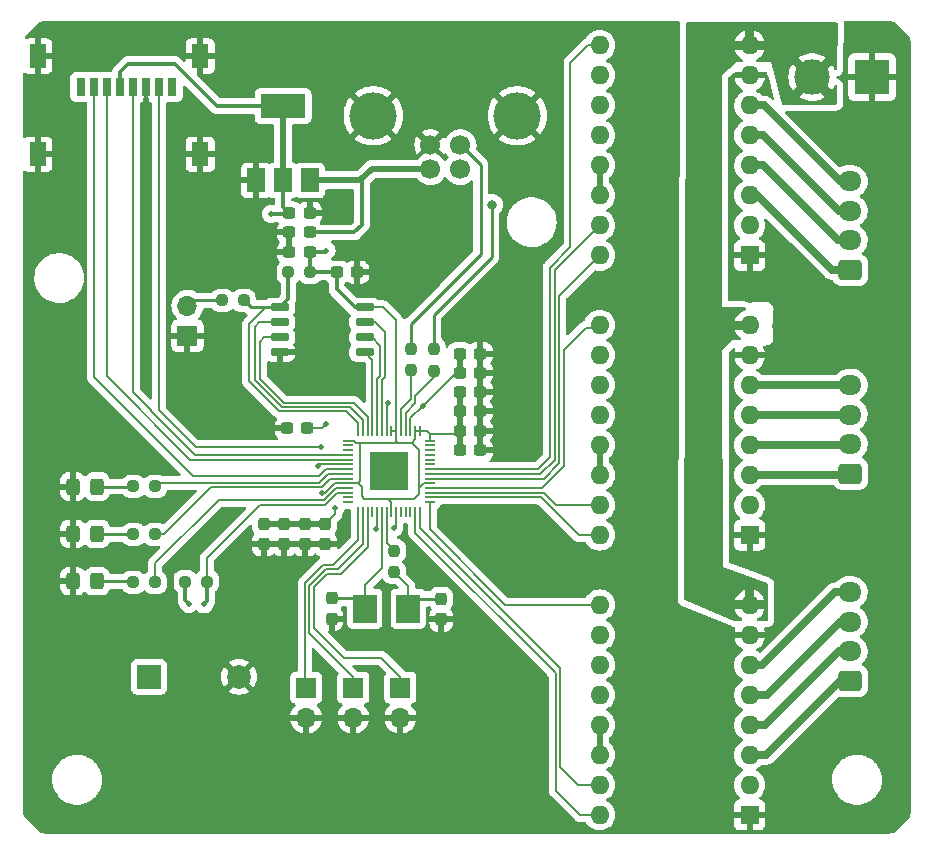
<source format=gtl>
%TF.GenerationSoftware,KiCad,Pcbnew,(6.0.6)*%
%TF.CreationDate,2022-10-10T12:51:25+02:00*%
%TF.ProjectId,startrckr_pcb,73746172-7472-4636-9b72-5f7063622e6b,rev?*%
%TF.SameCoordinates,Original*%
%TF.FileFunction,Copper,L1,Top*%
%TF.FilePolarity,Positive*%
%FSLAX46Y46*%
G04 Gerber Fmt 4.6, Leading zero omitted, Abs format (unit mm)*
G04 Created by KiCad (PCBNEW (6.0.6)) date 2022-10-10 12:51:25*
%MOMM*%
%LPD*%
G01*
G04 APERTURE LIST*
G04 Aperture macros list*
%AMRoundRect*
0 Rectangle with rounded corners*
0 $1 Rounding radius*
0 $2 $3 $4 $5 $6 $7 $8 $9 X,Y pos of 4 corners*
0 Add a 4 corners polygon primitive as box body*
4,1,4,$2,$3,$4,$5,$6,$7,$8,$9,$2,$3,0*
0 Add four circle primitives for the rounded corners*
1,1,$1+$1,$2,$3*
1,1,$1+$1,$4,$5*
1,1,$1+$1,$6,$7*
1,1,$1+$1,$8,$9*
0 Add four rect primitives between the rounded corners*
20,1,$1+$1,$2,$3,$4,$5,0*
20,1,$1+$1,$4,$5,$6,$7,0*
20,1,$1+$1,$6,$7,$8,$9,0*
20,1,$1+$1,$8,$9,$2,$3,0*%
G04 Aperture macros list end*
%TA.AperFunction,ComponentPad*%
%ADD10R,1.700000X1.700000*%
%TD*%
%TA.AperFunction,ComponentPad*%
%ADD11O,1.700000X1.700000*%
%TD*%
%TA.AperFunction,SMDPad,CuDef*%
%ADD12RoundRect,0.237500X-0.300000X-0.237500X0.300000X-0.237500X0.300000X0.237500X-0.300000X0.237500X0*%
%TD*%
%TA.AperFunction,SMDPad,CuDef*%
%ADD13RoundRect,0.237500X-0.237500X0.250000X-0.237500X-0.250000X0.237500X-0.250000X0.237500X0.250000X0*%
%TD*%
%TA.AperFunction,SMDPad,CuDef*%
%ADD14RoundRect,0.237500X-0.250000X-0.237500X0.250000X-0.237500X0.250000X0.237500X-0.250000X0.237500X0*%
%TD*%
%TA.AperFunction,SMDPad,CuDef*%
%ADD15RoundRect,0.237500X-0.237500X0.300000X-0.237500X-0.300000X0.237500X-0.300000X0.237500X0.300000X0*%
%TD*%
%TA.AperFunction,SMDPad,CuDef*%
%ADD16RoundRect,0.050000X-0.387500X-0.050000X0.387500X-0.050000X0.387500X0.050000X-0.387500X0.050000X0*%
%TD*%
%TA.AperFunction,SMDPad,CuDef*%
%ADD17RoundRect,0.050000X-0.050000X-0.387500X0.050000X-0.387500X0.050000X0.387500X-0.050000X0.387500X0*%
%TD*%
%TA.AperFunction,SMDPad,CuDef*%
%ADD18R,3.200000X3.200000*%
%TD*%
%TA.AperFunction,SMDPad,CuDef*%
%ADD19RoundRect,0.250000X-0.325000X-0.450000X0.325000X-0.450000X0.325000X0.450000X-0.325000X0.450000X0*%
%TD*%
%TA.AperFunction,SMDPad,CuDef*%
%ADD20RoundRect,0.237500X0.237500X-0.300000X0.237500X0.300000X-0.237500X0.300000X-0.237500X-0.300000X0*%
%TD*%
%TA.AperFunction,SMDPad,CuDef*%
%ADD21R,1.500000X2.000000*%
%TD*%
%TA.AperFunction,SMDPad,CuDef*%
%ADD22R,3.800000X2.000000*%
%TD*%
%TA.AperFunction,SMDPad,CuDef*%
%ADD23RoundRect,0.237500X0.237500X-0.250000X0.237500X0.250000X-0.237500X0.250000X-0.237500X-0.250000X0*%
%TD*%
%TA.AperFunction,ComponentPad*%
%ADD24RoundRect,0.250000X0.725000X-0.600000X0.725000X0.600000X-0.725000X0.600000X-0.725000X-0.600000X0*%
%TD*%
%TA.AperFunction,ComponentPad*%
%ADD25O,1.950000X1.700000*%
%TD*%
%TA.AperFunction,SMDPad,CuDef*%
%ADD26R,2.000000X2.400000*%
%TD*%
%TA.AperFunction,ComponentPad*%
%ADD27R,3.000000X3.000000*%
%TD*%
%TA.AperFunction,ComponentPad*%
%ADD28C,3.000000*%
%TD*%
%TA.AperFunction,SMDPad,CuDef*%
%ADD29RoundRect,0.150000X-0.650000X-0.150000X0.650000X-0.150000X0.650000X0.150000X-0.650000X0.150000X0*%
%TD*%
%TA.AperFunction,SMDPad,CuDef*%
%ADD30R,0.800000X1.500000*%
%TD*%
%TA.AperFunction,SMDPad,CuDef*%
%ADD31R,1.450000X2.000000*%
%TD*%
%TA.AperFunction,SMDPad,CuDef*%
%ADD32RoundRect,0.237500X0.300000X0.237500X-0.300000X0.237500X-0.300000X-0.237500X0.300000X-0.237500X0*%
%TD*%
%TA.AperFunction,ComponentPad*%
%ADD33C,1.700000*%
%TD*%
%TA.AperFunction,ComponentPad*%
%ADD34C,4.000000*%
%TD*%
%TA.AperFunction,ComponentPad*%
%ADD35R,1.600000X1.600000*%
%TD*%
%TA.AperFunction,ComponentPad*%
%ADD36O,1.600000X1.600000*%
%TD*%
%TA.AperFunction,ComponentPad*%
%ADD37R,2.000000X2.000000*%
%TD*%
%TA.AperFunction,ComponentPad*%
%ADD38C,2.000000*%
%TD*%
%TA.AperFunction,ViaPad*%
%ADD39C,0.800000*%
%TD*%
%TA.AperFunction,ViaPad*%
%ADD40C,0.508000*%
%TD*%
%TA.AperFunction,Conductor*%
%ADD41C,0.508000*%
%TD*%
%TA.AperFunction,Conductor*%
%ADD42C,0.304800*%
%TD*%
%TA.AperFunction,Conductor*%
%ADD43C,0.254000*%
%TD*%
%TA.AperFunction,Conductor*%
%ADD44C,0.250000*%
%TD*%
%TA.AperFunction,Conductor*%
%ADD45C,0.152400*%
%TD*%
%TA.AperFunction,Conductor*%
%ADD46C,0.635000*%
%TD*%
G04 APERTURE END LIST*
D10*
%TO.P,J8,1,Pin_1*%
%TO.N,LS3*%
X189929056Y-115387290D03*
D11*
%TO.P,J8,2,Pin_2*%
%TO.N,GND*%
X189929056Y-117927290D03*
%TD*%
D12*
%TO.P,C3,1*%
%TO.N,+3V3*%
X180536288Y-75207752D03*
%TO.P,C3,2*%
%TO.N,GND*%
X182261288Y-75207752D03*
%TD*%
D13*
%TO.P,R9,1*%
%TO.N,USB_DM*%
X192768015Y-86722869D03*
%TO.P,R9,2*%
%TO.N,Net-(R9-Pad2)*%
X192768015Y-88547869D03*
%TD*%
D12*
%TO.P,C8,1*%
%TO.N,+1V1*%
X194969729Y-88724163D03*
%TO.P,C8,2*%
%TO.N,GND*%
X196694729Y-88724163D03*
%TD*%
%TO.P,C6,1*%
%TO.N,+1V1*%
X194969729Y-87118106D03*
%TO.P,C6,2*%
%TO.N,GND*%
X196694729Y-87118106D03*
%TD*%
D14*
%TO.P,R4,1*%
%TO.N,Net-(D1-Pad2)*%
X167330484Y-98361362D03*
%TO.P,R4,2*%
%TO.N,LED1*%
X169155484Y-98361362D03*
%TD*%
D15*
%TO.P,C15,1*%
%TO.N,+3V3*%
X181846159Y-101518990D03*
%TO.P,C15,2*%
%TO.N,GND*%
X181846159Y-103243990D03*
%TD*%
D16*
%TO.P,U1,1,IOVDD*%
%TO.N,+3V3*%
X185528938Y-94491022D03*
%TO.P,U1,2,GPIO0*%
%TO.N,unconnected-(U1-Pad2)*%
X185528938Y-94891022D03*
%TO.P,U1,3,GPIO1*%
%TO.N,unconnected-(U1-Pad3)*%
X185528938Y-95291022D03*
%TO.P,U1,4,GPIO2*%
%TO.N,SD_CLK*%
X185528938Y-95691022D03*
%TO.P,U1,5,GPIO3*%
%TO.N,SD_MOSI*%
X185528938Y-96091022D03*
%TO.P,U1,6,GPIO4*%
%TO.N,SD_MISO*%
X185528938Y-96491022D03*
%TO.P,U1,7,GPIO5*%
%TO.N,SD_CS*%
X185528938Y-96891022D03*
%TO.P,U1,8,GPIO6*%
%TO.N,LED1*%
X185528938Y-97291022D03*
%TO.P,U1,9,GPIO7*%
%TO.N,LED2*%
X185528938Y-97691022D03*
%TO.P,U1,10,IOVDD*%
%TO.N,+3V3*%
X185528938Y-98091022D03*
%TO.P,U1,11,GPIO8*%
%TO.N,LED3*%
X185528938Y-98491022D03*
%TO.P,U1,12,GPIO9*%
%TO.N,BUZZER*%
X185528938Y-98891022D03*
%TO.P,U1,13,GPIO10*%
%TO.N,unconnected-(U1-Pad13)*%
X185528938Y-99291022D03*
%TO.P,U1,14,GPIO11*%
%TO.N,unconnected-(U1-Pad14)*%
X185528938Y-99691022D03*
D17*
%TO.P,U1,15,GPIO12*%
%TO.N,LS1*%
X186366438Y-100528522D03*
%TO.P,U1,16,GPIO13*%
%TO.N,LS2*%
X186766438Y-100528522D03*
%TO.P,U1,17,GPIO14*%
%TO.N,LS3*%
X187166438Y-100528522D03*
%TO.P,U1,18,GPIO15*%
%TO.N,unconnected-(U1-Pad18)*%
X187566438Y-100528522D03*
%TO.P,U1,19,TESTEN*%
%TO.N,GND*%
X187966438Y-100528522D03*
%TO.P,U1,20,XIN*%
%TO.N,Net-(C4-Pad2)*%
X188366438Y-100528522D03*
%TO.P,U1,21,XOUT*%
%TO.N,Net-(R10-Pad2)*%
X188766438Y-100528522D03*
%TO.P,U1,22,IOVDD*%
%TO.N,+3V3*%
X189166438Y-100528522D03*
%TO.P,U1,23,DVDD*%
%TO.N,+1V1*%
X189566438Y-100528522D03*
%TO.P,U1,24,SWCLK*%
%TO.N,unconnected-(U1-Pad24)*%
X189966438Y-100528522D03*
%TO.P,U1,25,SWD*%
%TO.N,unconnected-(U1-Pad25)*%
X190366438Y-100528522D03*
%TO.P,U1,26,RUN*%
%TO.N,unconnected-(U1-Pad26)*%
X190766438Y-100528522D03*
%TO.P,U1,27,GPIO16*%
%TO.N,M3_DIR*%
X191166438Y-100528522D03*
%TO.P,U1,28,GPIO17*%
%TO.N,M3_STEP*%
X191566438Y-100528522D03*
D16*
%TO.P,U1,29,GPIO18*%
%TO.N,M3_ENABLE*%
X192403938Y-99691022D03*
%TO.P,U1,30,GPIO19*%
%TO.N,M2_DIR*%
X192403938Y-99291022D03*
%TO.P,U1,31,GPIO20*%
%TO.N,M2_STEP*%
X192403938Y-98891022D03*
%TO.P,U1,32,GPIO21*%
%TO.N,M2_ENABLE*%
X192403938Y-98491022D03*
%TO.P,U1,33,IOVDD*%
%TO.N,+3V3*%
X192403938Y-98091022D03*
%TO.P,U1,34,GPIO22*%
%TO.N,M1_DIR*%
X192403938Y-97691022D03*
%TO.P,U1,35,GPIO23*%
%TO.N,M1_STEP*%
X192403938Y-97291022D03*
%TO.P,U1,36,GPIO24*%
%TO.N,M1_ENABLE*%
X192403938Y-96891022D03*
%TO.P,U1,37,GPIO25*%
%TO.N,unconnected-(U1-Pad37)*%
X192403938Y-96491022D03*
%TO.P,U1,38,GPIO26_ADC0*%
%TO.N,unconnected-(U1-Pad38)*%
X192403938Y-96091022D03*
%TO.P,U1,39,GPIO27_ADC1*%
%TO.N,unconnected-(U1-Pad39)*%
X192403938Y-95691022D03*
%TO.P,U1,40,GPIO28_ADC2*%
%TO.N,unconnected-(U1-Pad40)*%
X192403938Y-95291022D03*
%TO.P,U1,41,GPIO29_ADC3*%
%TO.N,unconnected-(U1-Pad41)*%
X192403938Y-94891022D03*
%TO.P,U1,42,IOVDD*%
%TO.N,+3V3*%
X192403938Y-94491022D03*
D17*
%TO.P,U1,43,ADC_AVDD*%
X191566438Y-93653522D03*
%TO.P,U1,44,VREG_IN*%
X191166438Y-93653522D03*
%TO.P,U1,45,VREG_VOUT*%
%TO.N,+1V1*%
X190766438Y-93653522D03*
%TO.P,U1,46,USB_DM*%
%TO.N,Net-(R9-Pad2)*%
X190366438Y-93653522D03*
%TO.P,U1,47,USB_DP*%
%TO.N,Net-(R8-Pad2)*%
X189966438Y-93653522D03*
%TO.P,U1,48,USB_VDD*%
%TO.N,+3V3*%
X189566438Y-93653522D03*
%TO.P,U1,49,IOVDD*%
X189166438Y-93653522D03*
%TO.P,U1,50,DVDD*%
%TO.N,+1V1*%
X188766438Y-93653522D03*
%TO.P,U1,51,QSPI_SD3*%
%TO.N,QSPI_SD3*%
X188366438Y-93653522D03*
%TO.P,U1,52,QSPI_SCLK*%
%TO.N,QSPI_SCLK*%
X187966438Y-93653522D03*
%TO.P,U1,53,QSPI_SD0*%
%TO.N,QSPI_SD0*%
X187566438Y-93653522D03*
%TO.P,U1,54,QSPI_SD2*%
%TO.N,QSPI_SD2*%
X187166438Y-93653522D03*
%TO.P,U1,55,QSPI_SD1*%
%TO.N,QSPI_SD1*%
X186766438Y-93653522D03*
%TO.P,U1,56,QSPI_SS*%
%TO.N,QSPI_SS*%
X186366438Y-93653522D03*
D18*
%TO.P,U1,57,GND*%
%TO.N,GND*%
X188966438Y-97091022D03*
%TD*%
D10*
%TO.P,J7,1,Pin_1*%
%TO.N,LS2*%
X185939838Y-115387290D03*
D11*
%TO.P,J7,2,Pin_2*%
%TO.N,GND*%
X185939838Y-117927290D03*
%TD*%
D15*
%TO.P,C12,1*%
%TO.N,+3V3*%
X183586785Y-101518990D03*
%TO.P,C12,2*%
%TO.N,GND*%
X183586785Y-103243990D03*
%TD*%
D19*
%TO.P,D2,1,K*%
%TO.N,GND*%
X162199138Y-102369165D03*
%TO.P,D2,2,A*%
%TO.N,Net-(D2-Pad2)*%
X164249138Y-102369165D03*
%TD*%
D14*
%TO.P,R12,1*%
%TO.N,QSPI_SS*%
X180452997Y-80219237D03*
%TO.P,R12,2*%
%TO.N,+3V3*%
X182277997Y-80219237D03*
%TD*%
D20*
%TO.P,C5,1*%
%TO.N,GND*%
X193375247Y-109607782D03*
%TO.P,C5,2*%
%TO.N,Net-(C5-Pad2)*%
X193375247Y-107882782D03*
%TD*%
D14*
%TO.P,R11,1*%
%TO.N,Net-(J5-Pad2)*%
X174846293Y-82608179D03*
%TO.P,R11,2*%
%TO.N,QSPI_SS*%
X176671293Y-82608179D03*
%TD*%
D20*
%TO.P,C4,1*%
%TO.N,GND*%
X184104057Y-109547192D03*
%TO.P,C4,2*%
%TO.N,Net-(C4-Pad2)*%
X184104057Y-107822192D03*
%TD*%
D21*
%TO.P,U2,1,GND*%
%TO.N,GND*%
X177699461Y-72448786D03*
D22*
%TO.P,U2,2,VO*%
%TO.N,+3V3*%
X179999461Y-66148786D03*
D21*
X179999461Y-72448786D03*
%TO.P,U2,3,VI*%
%TO.N,+5V*%
X182299461Y-72448786D03*
%TD*%
D14*
%TO.P,R7,1*%
%TO.N,Net-(BZ1-Pad1)*%
X171726981Y-106419691D03*
%TO.P,R7,2*%
%TO.N,BUZZER*%
X173551981Y-106419691D03*
%TD*%
D23*
%TO.P,R10,1*%
%TO.N,Net-(C5-Pad2)*%
X189409240Y-105629305D03*
%TO.P,R10,2*%
%TO.N,Net-(R10-Pad2)*%
X189409240Y-103804305D03*
%TD*%
D15*
%TO.P,C17,1*%
%TO.N,+3V3*%
X178364909Y-101518990D03*
%TO.P,C17,2*%
%TO.N,GND*%
X178364909Y-103243990D03*
%TD*%
D14*
%TO.P,R6,1*%
%TO.N,Net-(D3-Pad2)*%
X167330484Y-106471884D03*
%TO.P,R6,2*%
%TO.N,LED3*%
X169155484Y-106471884D03*
%TD*%
D13*
%TO.P,R8,1*%
%TO.N,USB_DP*%
X190851833Y-86712502D03*
%TO.P,R8,2*%
%TO.N,Net-(R8-Pad2)*%
X190851833Y-88537502D03*
%TD*%
D10*
%TO.P,J5,1,Pin_1*%
%TO.N,GND*%
X171902643Y-85602301D03*
D11*
%TO.P,J5,2,Pin_2*%
%TO.N,Net-(J5-Pad2)*%
X171902643Y-83062301D03*
%TD*%
D24*
%TO.P,J10,1,Pin_1*%
%TO.N,Net-(A3-Pad3)*%
X228014114Y-114818165D03*
D25*
%TO.P,J10,2,Pin_2*%
%TO.N,Net-(A3-Pad4)*%
X228014114Y-112318165D03*
%TO.P,J10,3,Pin_3*%
%TO.N,Net-(A3-Pad5)*%
X228014114Y-109818165D03*
%TO.P,J10,4,Pin_4*%
%TO.N,Net-(A3-Pad6)*%
X228014114Y-107318165D03*
%TD*%
D26*
%TO.P,Y1,1,1*%
%TO.N,Net-(C5-Pad2)*%
X190602429Y-108716144D03*
%TO.P,Y1,2,2*%
%TO.N,Net-(C4-Pad2)*%
X186902429Y-108716144D03*
%TD*%
D27*
%TO.P,J4,1,Pin_1*%
%TO.N,GND*%
X229866490Y-63704601D03*
D28*
%TO.P,J4,2,Pin_2*%
%TO.N,+12V*%
X224786490Y-63704601D03*
%TD*%
D15*
%TO.P,C13,1*%
%TO.N,+3V3*%
X180105534Y-101518990D03*
%TO.P,C13,2*%
%TO.N,GND*%
X180105534Y-103243990D03*
%TD*%
D10*
%TO.P,J6,1,Pin_1*%
%TO.N,LS1*%
X181950621Y-115387290D03*
D11*
%TO.P,J6,2,Pin_2*%
%TO.N,GND*%
X181950621Y-117927290D03*
%TD*%
D24*
%TO.P,J2,1,Pin_1*%
%TO.N,Net-(A1-Pad3)*%
X228014114Y-80026201D03*
D25*
%TO.P,J2,2,Pin_2*%
%TO.N,Net-(A1-Pad4)*%
X228014114Y-77526201D03*
%TO.P,J2,3,Pin_3*%
%TO.N,Net-(A1-Pad5)*%
X228014114Y-75026201D03*
%TO.P,J2,4,Pin_4*%
%TO.N,Net-(A1-Pad6)*%
X228014114Y-72526201D03*
%TD*%
D29*
%TO.P,U3,1,~{CS}*%
%TO.N,QSPI_SS*%
X179713439Y-83189344D03*
%TO.P,U3,2,DO(IO1)*%
%TO.N,QSPI_SD1*%
X179713439Y-84459344D03*
%TO.P,U3,3,IO2*%
%TO.N,QSPI_SD2*%
X179713439Y-85729344D03*
%TO.P,U3,4,GND*%
%TO.N,GND*%
X179713439Y-86999344D03*
%TO.P,U3,5,DI(IO0)*%
%TO.N,QSPI_SD0*%
X186913439Y-86999344D03*
%TO.P,U3,6,CLK*%
%TO.N,QSPI_SCLK*%
X186913439Y-85729344D03*
%TO.P,U3,7,IO3*%
%TO.N,QSPI_SD3*%
X186913439Y-84459344D03*
%TO.P,U3,8,VCC*%
%TO.N,+3V3*%
X186913439Y-83189344D03*
%TD*%
D30*
%TO.P,J3,1,DAT2*%
%TO.N,unconnected-(J3-Pad1)*%
X162895000Y-64539385D03*
%TO.P,J3,2,DAT3/CD*%
%TO.N,SD_CS*%
X163995000Y-64539385D03*
%TO.P,J3,3,CMD*%
%TO.N,SD_MOSI*%
X165095000Y-64539385D03*
%TO.P,J3,4,VDD*%
%TO.N,+3V3*%
X166195000Y-64539385D03*
%TO.P,J3,5,CLK*%
%TO.N,SD_CLK*%
X167295000Y-64539385D03*
%TO.P,J3,6,VSS*%
%TO.N,GND*%
X168395000Y-64539385D03*
%TO.P,J3,7,DAT0*%
%TO.N,SD_MISO*%
X169495000Y-64539385D03*
%TO.P,J3,8,DAT1*%
%TO.N,unconnected-(J3-Pad8)*%
X170595000Y-64539385D03*
D31*
%TO.P,J3,9,SHIELD*%
%TO.N,GND*%
X172970000Y-70239385D03*
X172970000Y-61939385D03*
X159220000Y-70239385D03*
X159220000Y-61939385D03*
%TD*%
D12*
%TO.P,C16,1*%
%TO.N,+3V3*%
X194969729Y-93647090D03*
%TO.P,C16,2*%
%TO.N,GND*%
X196694729Y-93647090D03*
%TD*%
%TO.P,C14,1*%
%TO.N,+3V3*%
X194969729Y-91986483D03*
%TO.P,C14,2*%
%TO.N,GND*%
X196694729Y-91986483D03*
%TD*%
%TO.P,C9,1*%
%TO.N,+3V3*%
X184528842Y-80226700D03*
%TO.P,C9,2*%
%TO.N,GND*%
X186253842Y-80226700D03*
%TD*%
D19*
%TO.P,D1,1,K*%
%TO.N,GND*%
X162199138Y-98364165D03*
%TO.P,D1,2,A*%
%TO.N,Net-(D1-Pad2)*%
X164249138Y-98364165D03*
%TD*%
D32*
%TO.P,C1,1*%
%TO.N,+3V3*%
X182246920Y-78515686D03*
%TO.P,C1,2*%
%TO.N,GND*%
X180521920Y-78515686D03*
%TD*%
D33*
%TO.P,J1,1,VBUS*%
%TO.N,+5V*%
X192474706Y-71470124D03*
%TO.P,J1,2,D-*%
%TO.N,USB_DM*%
X194974706Y-71470124D03*
%TO.P,J1,3,D+*%
%TO.N,USB_DP*%
X195014706Y-69470124D03*
%TO.P,J1,4,GND*%
%TO.N,GND*%
X192474706Y-69470124D03*
D34*
%TO.P,J1,5,Shield*%
X199824706Y-66970124D03*
X187624706Y-66970124D03*
%TD*%
D35*
%TO.P,A2,1,GND*%
%TO.N,GND*%
X219502645Y-102478942D03*
D36*
%TO.P,A2,2,VDD*%
%TO.N,+5V*%
X219502645Y-99938942D03*
%TO.P,A2,3,1B*%
%TO.N,Net-(A2-Pad3)*%
X219502645Y-97398942D03*
%TO.P,A2,4,1A*%
%TO.N,Net-(A2-Pad4)*%
X219502645Y-94858942D03*
%TO.P,A2,5,2A*%
%TO.N,Net-(A2-Pad5)*%
X219502645Y-92318942D03*
%TO.P,A2,6,2B*%
%TO.N,Net-(A2-Pad6)*%
X219502645Y-89778942D03*
%TO.P,A2,7,GND*%
%TO.N,GND*%
X219502645Y-87238942D03*
%TO.P,A2,8,VMOT*%
%TO.N,+12V*%
X219502645Y-84698942D03*
%TO.P,A2,9,~{ENABLE}*%
%TO.N,M2_ENABLE*%
X206802645Y-84698942D03*
%TO.P,A2,10,MS1*%
%TO.N,Net-(A2-Pad10)*%
X206802645Y-87238942D03*
%TO.P,A2,11,MS2*%
%TO.N,Net-(A2-Pad11)*%
X206802645Y-89778942D03*
%TO.P,A2,12,MS3*%
%TO.N,Net-(A2-Pad12)*%
X206802645Y-92318942D03*
%TO.P,A2,13,~{RESET}*%
%TO.N,Net-(A2-Pad13)*%
X206802645Y-94858942D03*
%TO.P,A2,14,~{SLEEP}*%
X206802645Y-97398942D03*
%TO.P,A2,15,STEP*%
%TO.N,M2_STEP*%
X206802645Y-99938942D03*
%TO.P,A2,16,DIR*%
%TO.N,M2_DIR*%
X206802645Y-102478942D03*
%TD*%
D32*
%TO.P,C7,1*%
%TO.N,+1V1*%
X182059810Y-93450343D03*
%TO.P,C7,2*%
%TO.N,GND*%
X180334810Y-93450343D03*
%TD*%
D12*
%TO.P,C10,1*%
%TO.N,+3V3*%
X194969729Y-90337528D03*
%TO.P,C10,2*%
%TO.N,GND*%
X196694729Y-90337528D03*
%TD*%
D35*
%TO.P,A3,1,GND*%
%TO.N,GND*%
X219502645Y-126166442D03*
D36*
%TO.P,A3,2,VDD*%
%TO.N,+5V*%
X219502645Y-123626442D03*
%TO.P,A3,3,1B*%
%TO.N,Net-(A3-Pad3)*%
X219502645Y-121086442D03*
%TO.P,A3,4,1A*%
%TO.N,Net-(A3-Pad4)*%
X219502645Y-118546442D03*
%TO.P,A3,5,2A*%
%TO.N,Net-(A3-Pad5)*%
X219502645Y-116006442D03*
%TO.P,A3,6,2B*%
%TO.N,Net-(A3-Pad6)*%
X219502645Y-113466442D03*
%TO.P,A3,7,GND*%
%TO.N,GND*%
X219502645Y-110926442D03*
%TO.P,A3,8,VMOT*%
%TO.N,+12V*%
X219502645Y-108386442D03*
%TO.P,A3,9,~{ENABLE}*%
%TO.N,M3_ENABLE*%
X206802645Y-108386442D03*
%TO.P,A3,10,MS1*%
%TO.N,Net-(A3-Pad10)*%
X206802645Y-110926442D03*
%TO.P,A3,11,MS2*%
%TO.N,Net-(A3-Pad11)*%
X206802645Y-113466442D03*
%TO.P,A3,12,MS3*%
%TO.N,Net-(A3-Pad12)*%
X206802645Y-116006442D03*
%TO.P,A3,13,~{RESET}*%
%TO.N,Net-(A3-Pad13)*%
X206802645Y-118546442D03*
%TO.P,A3,14,~{SLEEP}*%
X206802645Y-121086442D03*
%TO.P,A3,15,STEP*%
%TO.N,M3_STEP*%
X206802645Y-123626442D03*
%TO.P,A3,16,DIR*%
%TO.N,M3_DIR*%
X206802645Y-126166442D03*
%TD*%
D19*
%TO.P,D3,1,K*%
%TO.N,GND*%
X162199138Y-106374165D03*
%TO.P,D3,2,A*%
%TO.N,Net-(D3-Pad2)*%
X164249138Y-106374165D03*
%TD*%
D32*
%TO.P,C2,1*%
%TO.N,+5V*%
X182246612Y-76849016D03*
%TO.P,C2,2*%
%TO.N,GND*%
X180521612Y-76849016D03*
%TD*%
D24*
%TO.P,J9,1,Pin_1*%
%TO.N,Net-(A2-Pad3)*%
X228014114Y-97269786D03*
D25*
%TO.P,J9,2,Pin_2*%
%TO.N,Net-(A2-Pad4)*%
X228014114Y-94769786D03*
%TO.P,J9,3,Pin_3*%
%TO.N,Net-(A2-Pad5)*%
X228014114Y-92269786D03*
%TO.P,J9,4,Pin_4*%
%TO.N,Net-(A2-Pad6)*%
X228014114Y-89769786D03*
%TD*%
D35*
%TO.P,A1,1,GND*%
%TO.N,GND*%
X219502645Y-78791442D03*
D36*
%TO.P,A1,2,VDD*%
%TO.N,+5V*%
X219502645Y-76251442D03*
%TO.P,A1,3,1B*%
%TO.N,Net-(A1-Pad3)*%
X219502645Y-73711442D03*
%TO.P,A1,4,1A*%
%TO.N,Net-(A1-Pad4)*%
X219502645Y-71171442D03*
%TO.P,A1,5,2A*%
%TO.N,Net-(A1-Pad5)*%
X219502645Y-68631442D03*
%TO.P,A1,6,2B*%
%TO.N,Net-(A1-Pad6)*%
X219502645Y-66091442D03*
%TO.P,A1,7,GND*%
%TO.N,GND*%
X219502645Y-63551442D03*
%TO.P,A1,8,VMOT*%
%TO.N,+12V*%
X219502645Y-61011442D03*
%TO.P,A1,9,~{ENABLE}*%
%TO.N,M1_ENABLE*%
X206802645Y-61011442D03*
%TO.P,A1,10,MS1*%
%TO.N,Net-(A1-Pad10)*%
X206802645Y-63551442D03*
%TO.P,A1,11,MS2*%
%TO.N,Net-(A1-Pad11)*%
X206802645Y-66091442D03*
%TO.P,A1,12,MS3*%
%TO.N,Net-(A1-Pad12)*%
X206802645Y-68631442D03*
%TO.P,A1,13,~{RESET}*%
%TO.N,Net-(A1-Pad13)*%
X206802645Y-71171442D03*
%TO.P,A1,14,~{SLEEP}*%
X206802645Y-73711442D03*
%TO.P,A1,15,STEP*%
%TO.N,M1_STEP*%
X206802645Y-76251442D03*
%TO.P,A1,16,DIR*%
%TO.N,M1_DIR*%
X206802645Y-78791442D03*
%TD*%
D37*
%TO.P,BZ1,1,-*%
%TO.N,Net-(BZ1-Pad1)*%
X168655736Y-114467166D03*
D38*
%TO.P,BZ1,2,+*%
%TO.N,GND*%
X176255736Y-114467166D03*
%TD*%
D14*
%TO.P,R5,1*%
%TO.N,Net-(D2-Pad2)*%
X167330484Y-102416623D03*
%TO.P,R5,2*%
%TO.N,LED2*%
X169155484Y-102416623D03*
%TD*%
D12*
%TO.P,C11,1*%
%TO.N,+3V3*%
X194969729Y-95292752D03*
%TO.P,C11,2*%
%TO.N,GND*%
X196694729Y-95292752D03*
%TD*%
D39*
%TO.N,USB_DM*%
X197679802Y-74507179D03*
D40*
%TO.N,GND*%
X188121962Y-96211350D03*
X187586321Y-80200592D03*
D39*
X180336673Y-89150826D03*
X168441529Y-66283875D03*
D40*
X189031524Y-98070520D03*
X187833733Y-101944503D03*
X189975412Y-96211350D03*
X189969691Y-97126634D03*
X188104799Y-98070520D03*
X189048687Y-96211350D03*
X189958249Y-98070520D03*
X188116241Y-97126634D03*
X183815564Y-75108817D03*
X189042966Y-97126634D03*
%TO.N,+3V3*%
X178975469Y-75303678D03*
X183271892Y-98917040D03*
X184408186Y-100221550D03*
X183670103Y-78382955D03*
%TO.N,Net-(BZ1-Pad1)*%
X172004489Y-108289414D03*
%TO.N,BUZZER*%
X173298043Y-108347334D03*
%TO.N,+1V1*%
X188886688Y-91294558D03*
X183651198Y-93105104D03*
X189398071Y-101859262D03*
X191823596Y-91540347D03*
%TO.N,SD_MISO*%
X182946897Y-96620722D03*
X183179514Y-95040072D03*
%TD*%
D41*
%TO.N,+5V*%
X192474706Y-71470124D02*
X187520657Y-71470124D01*
X186541995Y-72448786D02*
X182299461Y-72448786D01*
X187520657Y-71470124D02*
X186541995Y-72448786D01*
D42*
X186600781Y-72390000D02*
X186541995Y-72448786D01*
X186040984Y-76849016D02*
X186690000Y-76200000D01*
X182246612Y-76849016D02*
X186040984Y-76849016D01*
X186690000Y-76200000D02*
X186690000Y-72390000D01*
X186690000Y-72390000D02*
X186600781Y-72390000D01*
D43*
%TO.N,USB_DM*%
X192768015Y-83808939D02*
X197679802Y-78897152D01*
X197679802Y-78897152D02*
X197679802Y-74507179D01*
X192721438Y-86676292D02*
X192768015Y-86722869D01*
X192768015Y-86722869D02*
X192768015Y-83808939D01*
%TO.N,USB_DP*%
X196733770Y-78684778D02*
X190851833Y-84566715D01*
X195083894Y-69470124D02*
X196733770Y-71120000D01*
X190851833Y-86712502D02*
X190906601Y-86657734D01*
X196733770Y-71120000D02*
X196733770Y-78684778D01*
X195014706Y-69470124D02*
X195083894Y-69470124D01*
X190851833Y-84566715D02*
X190851833Y-86712502D01*
D44*
%TO.N,GND*%
X179713439Y-86999344D02*
X179713439Y-88527592D01*
X168395000Y-66237346D02*
X168395000Y-64539385D01*
D42*
X183716629Y-75207752D02*
X183815564Y-75108817D01*
D45*
X187966438Y-100528522D02*
X187966438Y-101811798D01*
X187966438Y-101811798D02*
X187833733Y-101944503D01*
D42*
X187560213Y-80226700D02*
X187586321Y-80200592D01*
D44*
X168441529Y-66283875D02*
X168395000Y-66237346D01*
D42*
X186253842Y-80226700D02*
X187560213Y-80226700D01*
X182261288Y-75207752D02*
X183716629Y-75207752D01*
D44*
X179713439Y-88527592D02*
X180336673Y-89150826D01*
%TO.N,Net-(D1-Pad2)*%
X164249138Y-98364165D02*
X167327681Y-98364165D01*
X167327681Y-98364165D02*
X167330484Y-98361362D01*
D45*
%TO.N,LED1*%
X183070215Y-98034940D02*
X183814133Y-97291022D01*
X169481906Y-98034940D02*
X183070215Y-98034940D01*
X169155484Y-98361362D02*
X169481906Y-98034940D01*
X183814133Y-97291022D02*
X185528938Y-97291022D01*
D42*
%TO.N,+3V3*%
X179999461Y-72448786D02*
X179999461Y-74670925D01*
D45*
X191483250Y-95282799D02*
X191483250Y-98512894D01*
X191065652Y-99384416D02*
X188863250Y-99384416D01*
X184408186Y-100221550D02*
X184408186Y-100697589D01*
X180284846Y-101549476D02*
X178364909Y-101549476D01*
D43*
X186944920Y-83157863D02*
X186913439Y-83189344D01*
D42*
X184528842Y-81658842D02*
X186059344Y-83189344D01*
D41*
X180105303Y-101518990D02*
X180074817Y-101549476D01*
D45*
X186537539Y-94671775D02*
X189732333Y-94671775D01*
X189166438Y-99687604D02*
X189166438Y-100528522D01*
D42*
X183537372Y-78515686D02*
X183670103Y-78382955D01*
D45*
X183271892Y-98917040D02*
X183561041Y-98917040D01*
X191483250Y-98512894D02*
X191483250Y-98966818D01*
X185528938Y-94491022D02*
X186027754Y-94491022D01*
X192403938Y-93911064D02*
X192279925Y-93787052D01*
D42*
X182246920Y-78515686D02*
X182246920Y-80188160D01*
D45*
X192403938Y-94491022D02*
X192403938Y-93911064D01*
X191166438Y-93653522D02*
X191566438Y-93653522D01*
D42*
X182246920Y-78515686D02*
X183537372Y-78515686D01*
D45*
X190847835Y-94671775D02*
X190877513Y-94642097D01*
X185528938Y-98091022D02*
X186344667Y-98091022D01*
X188863250Y-99384416D02*
X189166438Y-99687604D01*
X188451664Y-83189344D02*
X189566438Y-84304118D01*
D41*
X194969729Y-90337528D02*
X194969729Y-91986483D01*
D45*
X186208507Y-94671775D02*
X186537539Y-94671775D01*
D42*
X182277997Y-80219237D02*
X184521379Y-80219237D01*
D45*
X192146396Y-93653522D02*
X191566438Y-93653522D01*
D42*
X184528842Y-80226700D02*
X184528842Y-81658842D01*
D45*
X186913439Y-83189344D02*
X188451664Y-83189344D01*
X189166438Y-93653522D02*
X189566438Y-93653522D01*
D41*
X194969729Y-91986483D02*
X194969729Y-93647090D01*
D42*
X170828795Y-62600106D02*
X174377475Y-66148786D01*
D45*
X190877513Y-94677062D02*
X191483250Y-95282799D01*
X183561041Y-98917040D02*
X184387059Y-98091022D01*
X189566438Y-93653522D02*
X189566438Y-94505880D01*
D42*
X166195000Y-63276418D02*
X166871312Y-62600106D01*
X179999461Y-72448786D02*
X180000227Y-72448020D01*
D45*
X192279925Y-93787052D02*
X192146396Y-93653522D01*
D42*
X180440362Y-75303678D02*
X180536288Y-75207752D01*
D45*
X189732333Y-94671775D02*
X190847835Y-94671775D01*
X189566438Y-84304118D02*
X189566438Y-93653522D01*
D42*
X166871312Y-62600106D02*
X170828795Y-62600106D01*
D45*
X184408186Y-100697589D02*
X183586785Y-101518990D01*
X184387059Y-98091022D02*
X185528938Y-98091022D01*
D41*
X180074817Y-101549476D02*
X178364909Y-101549476D01*
D45*
X186637965Y-99172757D02*
X186849624Y-99384416D01*
D41*
X180105534Y-101518990D02*
X181846159Y-101518990D01*
D42*
X179999461Y-66148786D02*
X179999461Y-65653005D01*
D45*
X192403938Y-93911064D02*
X194705755Y-93911064D01*
X194705755Y-93911064D02*
X194969729Y-93647090D01*
X190877513Y-94642097D02*
X191166438Y-94353172D01*
D41*
X180000224Y-72448014D02*
X180000224Y-65700224D01*
D42*
X178975469Y-75303678D02*
X180440362Y-75303678D01*
X174377475Y-66148786D02*
X179999461Y-66148786D01*
X186059344Y-83189344D02*
X186913439Y-83189344D01*
X179999461Y-74670925D02*
X180536288Y-75207752D01*
D45*
X191166438Y-94353172D02*
X191166438Y-93653522D01*
X191905122Y-98091022D02*
X191483250Y-98512894D01*
X186637965Y-98384320D02*
X186637965Y-99172757D01*
D42*
X182246920Y-80188160D02*
X182277997Y-80219237D01*
D45*
X191483250Y-98966818D02*
X191065652Y-99384416D01*
X192403938Y-98091022D02*
X191905122Y-98091022D01*
X186027754Y-94491022D02*
X186208507Y-94671775D01*
D42*
X184521379Y-80219237D02*
X184528842Y-80226700D01*
D45*
X186344667Y-98091022D02*
X186637965Y-98384320D01*
X189566438Y-94505880D02*
X189732333Y-94671775D01*
D42*
X166195000Y-64539385D02*
X166195000Y-63276418D01*
D41*
X194969729Y-95292752D02*
X194969729Y-93647090D01*
D45*
X186537539Y-97898150D02*
X186537539Y-94671775D01*
X186849624Y-99384416D02*
X188863250Y-99384416D01*
X186344667Y-98091022D02*
X186537539Y-97898150D01*
X190877513Y-94642097D02*
X190877513Y-94677062D01*
D41*
X183586785Y-101518990D02*
X181846159Y-101518990D01*
D45*
%TO.N,Net-(R9-Pad2)*%
X191204233Y-91330981D02*
X190366438Y-92168776D01*
X191204233Y-90662015D02*
X191204233Y-91330981D01*
X190366438Y-92168776D02*
X190366438Y-93653522D01*
X192768015Y-88547869D02*
X192768015Y-89098233D01*
X192768015Y-89098233D02*
X191204233Y-90662015D01*
%TO.N,SD_CLK*%
X185528938Y-95691022D02*
X172580080Y-95691022D01*
X172580080Y-95691022D02*
X168824038Y-91934980D01*
X168824038Y-91926676D02*
X167295000Y-90397638D01*
X168824038Y-91934980D02*
X168824038Y-91926676D01*
X167295000Y-90397638D02*
X167295000Y-64539385D01*
%TO.N,QSPI_SS*%
X179713439Y-83189344D02*
X179699492Y-83175397D01*
X179678439Y-91984559D02*
X185321956Y-91984559D01*
X177106352Y-89412472D02*
X179678439Y-91984559D01*
X179699492Y-83175397D02*
X178547852Y-83175397D01*
D43*
X177252458Y-83189344D02*
X179713439Y-83189344D01*
D42*
X180452997Y-80219237D02*
X180452997Y-82449786D01*
D45*
X177106352Y-84616897D02*
X177106352Y-89412472D01*
X186366438Y-93029041D02*
X186366438Y-93653522D01*
D43*
X176671293Y-82608179D02*
X177252458Y-83189344D01*
D45*
X178547852Y-83175397D02*
X177106352Y-84616897D01*
X185321956Y-91984559D02*
X186366438Y-93029041D01*
D42*
X180452997Y-82449786D02*
X179713439Y-83189344D01*
D43*
%TO.N,Net-(J5-Pad2)*%
X171345983Y-83211126D02*
X171948930Y-82608179D01*
X171345983Y-83271637D02*
X171345983Y-83211126D01*
X171948930Y-82608179D02*
X174846293Y-82608179D01*
%TO.N,Net-(C5-Pad2)*%
X191329810Y-107882782D02*
X193375247Y-107882782D01*
X190602429Y-108610163D02*
X191329810Y-107882782D01*
D45*
X190602429Y-106822494D02*
X190602429Y-108716144D01*
D43*
X190602429Y-108716144D02*
X190602429Y-108610163D01*
D45*
X189409240Y-105629305D02*
X190602429Y-106822494D01*
%TO.N,Net-(R10-Pad2)*%
X188766438Y-100528522D02*
X188766438Y-103161503D01*
X188766438Y-103161503D02*
X189409240Y-103804305D01*
%TO.N,Net-(R8-Pad2)*%
X190851833Y-90945359D02*
X189966438Y-91830754D01*
X189966438Y-91830754D02*
X189966438Y-93653522D01*
X190851833Y-88537502D02*
X190851833Y-90945359D01*
D42*
%TO.N,Net-(BZ1-Pad1)*%
X171726981Y-106419691D02*
X171726981Y-108011906D01*
X171726981Y-108011906D02*
X172004489Y-108289414D01*
%TO.N,BUZZER*%
X173551981Y-106419691D02*
X173551981Y-108093396D01*
D45*
X177083365Y-100883365D02*
X173551981Y-104414749D01*
X183566078Y-99908739D02*
X178057992Y-99908739D01*
D42*
X173551981Y-108093396D02*
X173298043Y-108347334D01*
D45*
X185528938Y-98891022D02*
X184583795Y-98891022D01*
X177083365Y-100883365D02*
X177068133Y-100898598D01*
X184583795Y-98891022D02*
X183566078Y-99908739D01*
X173551981Y-104414749D02*
X173551981Y-106419691D01*
X178057992Y-99908739D02*
X177083365Y-100883365D01*
D44*
%TO.N,Net-(D3-Pad2)*%
X164249138Y-106374165D02*
X167232765Y-106374165D01*
X167232765Y-106374165D02*
X167330484Y-106471884D01*
D45*
%TO.N,LED3*%
X184485427Y-98491022D02*
X183488972Y-99487477D01*
X183488972Y-99487477D02*
X174529409Y-99487477D01*
X174529409Y-99487477D02*
X169155484Y-104861402D01*
X169155484Y-104861402D02*
X169155484Y-106471884D01*
X185528938Y-98491022D02*
X184485427Y-98491022D01*
D44*
%TO.N,Net-(D2-Pad2)*%
X164249138Y-102369165D02*
X164296596Y-102416623D01*
X164296596Y-102416623D02*
X167330484Y-102416623D01*
D45*
%TO.N,LED2*%
X183284147Y-98387340D02*
X173915619Y-98387340D01*
X185528938Y-97691022D02*
X183980465Y-97691022D01*
X183980465Y-97691022D02*
X183284147Y-98387340D01*
X173915619Y-98387340D02*
X169886336Y-102416623D01*
X169886336Y-102416623D02*
X169155484Y-102416623D01*
%TO.N,QSPI_SD1*%
X179881912Y-91632159D02*
X185657330Y-91632159D01*
X177596274Y-89346521D02*
X179881912Y-91632159D01*
X177596274Y-84824171D02*
X177596274Y-89346521D01*
X177961101Y-84459344D02*
X177596274Y-84824171D01*
X185657330Y-91632159D02*
X186766438Y-92741267D01*
X179713439Y-84459344D02*
X177961101Y-84459344D01*
X186766438Y-92741267D02*
X186766438Y-93653522D01*
%TO.N,QSPI_SD2*%
X178415950Y-85738063D02*
X178029666Y-86124347D01*
X185992704Y-91279759D02*
X187166438Y-92453493D01*
X179713439Y-85729344D02*
X179704720Y-85738063D01*
X178029666Y-86124347D02*
X178029666Y-89233463D01*
X179704720Y-85738063D02*
X178415950Y-85738063D01*
X187166438Y-92453493D02*
X187166438Y-93653522D01*
X178029666Y-89233463D02*
X180075962Y-91279759D01*
X180075962Y-91279759D02*
X185992704Y-91279759D01*
%TO.N,QSPI_SD0*%
X187566438Y-87652343D02*
X187566438Y-93653522D01*
X186913439Y-86999344D02*
X187566438Y-87652343D01*
%TO.N,QSPI_SCLK*%
X187519660Y-85729344D02*
X188225574Y-86435258D01*
X188225574Y-88988502D02*
X187966438Y-89247638D01*
X186913439Y-85729344D02*
X187519660Y-85729344D01*
X188225574Y-86435258D02*
X188225574Y-88988502D01*
X187966438Y-89247638D02*
X187966438Y-93653522D01*
%TO.N,QSPI_SD3*%
X188583594Y-89128850D02*
X188356988Y-89355456D01*
X188356988Y-93644072D02*
X188366438Y-93653522D01*
X187785375Y-84459344D02*
X188583594Y-85257563D01*
X186913439Y-84459344D02*
X187785375Y-84459344D01*
X188583594Y-85257563D02*
X188583594Y-89128850D01*
X188356988Y-89355456D02*
X188356988Y-93644072D01*
%TO.N,Net-(C4-Pad2)*%
X186902429Y-106724483D02*
X188366438Y-105260474D01*
D43*
X184107582Y-107825717D02*
X186012002Y-107825717D01*
X184104057Y-107822192D02*
X184107582Y-107825717D01*
X186012002Y-107825717D02*
X186902429Y-108716144D01*
D45*
X188366438Y-105260474D02*
X188366438Y-100528522D01*
X186902429Y-108716144D02*
X186902429Y-106724483D01*
%TO.N,+1V1*%
X189398071Y-101859262D02*
X189566438Y-101690895D01*
X190766438Y-93653522D02*
X190766438Y-92597504D01*
X189566438Y-101690895D02*
X189566438Y-100528522D01*
X194639779Y-88724163D02*
X194969729Y-88724163D01*
X182059810Y-93450343D02*
X183305959Y-93450343D01*
X191823596Y-91540347D02*
X194639779Y-88724163D01*
X190766438Y-92597504D02*
X191823596Y-91540347D01*
X183305959Y-93450343D02*
X183651198Y-93105104D01*
X188766438Y-91414808D02*
X188886688Y-91294558D01*
X188766438Y-93653522D02*
X188766438Y-91414808D01*
D41*
X194969729Y-87118106D02*
X194969729Y-88724163D01*
D45*
%TO.N,SD_MOSI*%
X165095000Y-64539385D02*
X165095000Y-89037482D01*
X172148540Y-96091022D02*
X185528938Y-96091022D01*
X165095000Y-89037482D02*
X172148540Y-96091022D01*
%TO.N,SD_MISO*%
X182946897Y-96620722D02*
X183076597Y-96491022D01*
X172625143Y-95040072D02*
X169495000Y-91909929D01*
X183076597Y-96491022D02*
X185528938Y-96491022D01*
X169495000Y-91909929D02*
X169495000Y-64539385D01*
X183179514Y-95040072D02*
X172625143Y-95040072D01*
%TO.N,SD_CS*%
X172380231Y-97507222D02*
X183014439Y-97507222D01*
X171760273Y-96891022D02*
X171764031Y-96891022D01*
X183014439Y-97507222D02*
X183630639Y-96891022D01*
X171764031Y-96891022D02*
X172380231Y-97507222D01*
X171764031Y-96891022D02*
X163995000Y-89121991D01*
X183630639Y-96891022D02*
X185528938Y-96891022D01*
X163995000Y-89121991D02*
X163995000Y-64539385D01*
D46*
%TO.N,Net-(A1-Pad3)*%
X219502645Y-73711442D02*
X220146650Y-73711442D01*
X226461409Y-80026201D02*
X228014114Y-80026201D01*
X220146650Y-73711442D02*
X226461409Y-80026201D01*
%TO.N,Net-(A1-Pad4)*%
X220653539Y-71171442D02*
X227008298Y-77526201D01*
X219502645Y-71171442D02*
X220653539Y-71171442D01*
X227008298Y-77526201D02*
X228014114Y-77526201D01*
%TO.N,Net-(A1-Pad5)*%
X220657027Y-68631442D02*
X227051786Y-75026201D01*
X219502645Y-68631442D02*
X220657027Y-68631442D01*
X227051786Y-75026201D02*
X228014114Y-75026201D01*
%TO.N,Net-(A1-Pad6)*%
X220687011Y-66091442D02*
X227121770Y-72526201D01*
X219502645Y-66091442D02*
X220687011Y-66091442D01*
X227121770Y-72526201D02*
X228014114Y-72526201D01*
D45*
%TO.N,M1_ENABLE*%
X202562434Y-95882332D02*
X202562434Y-79838768D01*
X204328746Y-78072456D02*
X204328746Y-62475923D01*
X204328746Y-62475923D02*
X205793227Y-61011442D01*
X205793227Y-61011442D02*
X206802645Y-61011442D01*
X202562434Y-79838768D02*
X204328746Y-78072456D01*
X201553744Y-96891022D02*
X202562434Y-95882332D01*
X192403938Y-96891022D02*
X201553744Y-96891022D01*
D41*
%TO.N,Net-(A1-Pad13)*%
X206802645Y-73711442D02*
X206802645Y-71171442D01*
D45*
%TO.N,M1_STEP*%
X201771953Y-97291022D02*
X202985425Y-96077550D01*
X192403938Y-97291022D02*
X201771953Y-97291022D01*
X202985425Y-80068662D02*
X206802645Y-76251442D01*
X202985425Y-96077550D02*
X202985425Y-80068662D01*
%TO.N,M1_DIR*%
X203380120Y-82213967D02*
X206802645Y-78791442D01*
X192403938Y-97691022D02*
X202078477Y-97691022D01*
X202078477Y-97691022D02*
X203380120Y-96389379D01*
X203380120Y-96389379D02*
X203380120Y-82213967D01*
D46*
%TO.N,Net-(A2-Pad3)*%
X227884958Y-97398942D02*
X228014114Y-97269786D01*
X219502645Y-97398942D02*
X227884958Y-97398942D01*
%TO.N,Net-(A2-Pad4)*%
X227924958Y-94858942D02*
X228014114Y-94769786D01*
X219502645Y-94858942D02*
X227924958Y-94858942D01*
%TO.N,Net-(A2-Pad5)*%
X227964958Y-92318942D02*
X228014114Y-92269786D01*
X219502645Y-92318942D02*
X227964958Y-92318942D01*
%TO.N,Net-(A2-Pad6)*%
X219502645Y-89778942D02*
X228004958Y-89778942D01*
X228004958Y-89778942D02*
X228014114Y-89769786D01*
D45*
%TO.N,M2_ENABLE*%
X203761322Y-86775215D02*
X205615950Y-84920587D01*
X201896686Y-98491022D02*
X203761322Y-96626386D01*
X203761322Y-96626386D02*
X203761322Y-86775215D01*
X205615950Y-84920587D02*
X206581000Y-84920587D01*
X206581000Y-84920587D02*
X206802645Y-84698942D01*
X192403938Y-98491022D02*
X201896686Y-98491022D01*
D41*
%TO.N,Net-(A2-Pad13)*%
X206802645Y-97398942D02*
X206802645Y-94858942D01*
D45*
%TO.N,M2_STEP*%
X192403938Y-98891022D02*
X202066528Y-98891022D01*
X202066528Y-98891022D02*
X203114448Y-99938942D01*
X203114448Y-99938942D02*
X206802645Y-99938942D01*
%TO.N,M2_DIR*%
X201830656Y-99291022D02*
X205018576Y-102478942D01*
X192403938Y-99291022D02*
X201830656Y-99291022D01*
X205018576Y-102478942D02*
X206802645Y-102478942D01*
D46*
%TO.N,Net-(A3-Pad3)*%
X220899545Y-121086442D02*
X227167822Y-114818165D01*
X219502645Y-121086442D02*
X220899545Y-121086442D01*
X227167822Y-114818165D02*
X228014114Y-114818165D01*
%TO.N,Net-(A3-Pad4)*%
X227044849Y-112318165D02*
X228014114Y-112318165D01*
X220816572Y-118546442D02*
X227044849Y-112318165D01*
X219502645Y-118546442D02*
X220816572Y-118546442D01*
%TO.N,Net-(A3-Pad5)*%
X220972051Y-116006442D02*
X227160328Y-109818165D01*
X227160328Y-109818165D02*
X228014114Y-109818165D01*
X219502645Y-116006442D02*
X220972051Y-116006442D01*
%TO.N,Net-(A3-Pad6)*%
X226719419Y-107318165D02*
X228014114Y-107318165D01*
X219502645Y-113466442D02*
X220571142Y-113466442D01*
X220571142Y-113466442D02*
X226719419Y-107318165D01*
D45*
%TO.N,M3_ENABLE*%
X198800236Y-108386442D02*
X206802645Y-108386442D01*
X192403938Y-99691022D02*
X192403938Y-101990144D01*
X192403938Y-101990144D02*
X198800236Y-108386442D01*
D41*
%TO.N,Net-(A3-Pad13)*%
X206802645Y-121086442D02*
X206802645Y-118546442D01*
D45*
%TO.N,M3_STEP*%
X203440087Y-122099902D02*
X203440087Y-113754078D01*
X204966627Y-123626442D02*
X203440087Y-122099902D01*
X203440087Y-113754078D02*
X191566438Y-101880429D01*
X206802645Y-123626442D02*
X204966627Y-123626442D01*
X191566438Y-101880429D02*
X191566438Y-100528522D01*
%TO.N,M3_DIR*%
X205122107Y-126166442D02*
X206802645Y-126166442D01*
X203086825Y-124131160D02*
X205122107Y-126166442D01*
X191166438Y-102266438D02*
X203086825Y-114186825D01*
X191166438Y-100528522D02*
X191166438Y-102266438D01*
X203086825Y-114186825D02*
X203086825Y-124131160D01*
%TO.N,LS2*%
X183610075Y-105337603D02*
X182187649Y-106760029D01*
X182187649Y-110781332D02*
X185939838Y-114533521D01*
X186766438Y-100528522D02*
X186766438Y-103193925D01*
X182187649Y-106760029D02*
X182187649Y-110781332D01*
X186766438Y-103193925D02*
X184622760Y-105337603D01*
X184622760Y-105337603D02*
X183610075Y-105337603D01*
X185939838Y-114533521D02*
X185939838Y-115387290D01*
%TO.N,LS3*%
X188316751Y-112865580D02*
X189929056Y-114477885D01*
X185134212Y-112865580D02*
X188316751Y-112865580D01*
X189929056Y-114477885D02*
X189929056Y-115387290D01*
X182646890Y-110378258D02*
X185134212Y-112865580D01*
X187166438Y-103495829D02*
X184914924Y-105747343D01*
X184914924Y-105747343D02*
X183742003Y-105747343D01*
X183742003Y-105747343D02*
X182646890Y-106842456D01*
X182646890Y-106842456D02*
X182646890Y-110378258D01*
X187166438Y-100528522D02*
X187166438Y-103495829D01*
%TO.N,LS1*%
X186366438Y-102879114D02*
X184260349Y-104985203D01*
X183377193Y-104985203D02*
X181835249Y-106527147D01*
X181835249Y-115271918D02*
X181950621Y-115387290D01*
X184260349Y-104985203D02*
X183377193Y-104985203D01*
X186366438Y-100528522D02*
X186366438Y-102879114D01*
X181835249Y-106527147D02*
X181835249Y-115271918D01*
%TD*%
%TA.AperFunction,Conductor*%
%TO.N,+12V*%
G36*
X226391453Y-59075634D02*
G01*
X226828439Y-59076941D01*
X226896499Y-59097146D01*
X226942832Y-59150941D01*
X226954057Y-59204060D01*
X226920467Y-62983076D01*
X226899860Y-63051016D01*
X226845794Y-63097030D01*
X226775433Y-63106509D01*
X226711116Y-63076443D01*
X226675699Y-63024016D01*
X226635078Y-62909306D01*
X226631681Y-62901455D01*
X226510043Y-62665785D01*
X226505605Y-62658458D01*
X226460651Y-62594494D01*
X226450129Y-62586113D01*
X226436741Y-62593165D01*
X225338117Y-63691789D01*
X225330503Y-63705733D01*
X225330634Y-63707566D01*
X225334885Y-63714181D01*
X226438280Y-64817576D01*
X226450490Y-64824243D01*
X226461990Y-64815553D01*
X226483318Y-64786519D01*
X226487911Y-64779282D01*
X226614452Y-64546222D01*
X226618020Y-64538428D01*
X226663444Y-64418218D01*
X226706234Y-64361565D01*
X226772860Y-64337040D01*
X226842169Y-64352428D01*
X226892155Y-64402845D01*
X226907305Y-64463876D01*
X226894537Y-65900275D01*
X226873930Y-65968215D01*
X226819863Y-66014229D01*
X226768956Y-66025154D01*
X224270498Y-66033362D01*
X222347389Y-66039680D01*
X222279203Y-66019902D01*
X222232534Y-65966400D01*
X222225147Y-65945835D01*
X222072780Y-65368531D01*
X223666995Y-65368531D01*
X223672963Y-65376503D01*
X223831762Y-65476116D01*
X223839297Y-65480157D01*
X224081010Y-65589295D01*
X224089041Y-65592281D01*
X224343322Y-65667603D01*
X224351674Y-65669470D01*
X224613830Y-65709585D01*
X224622364Y-65710301D01*
X224887535Y-65714468D01*
X224896086Y-65714019D01*
X225159373Y-65682158D01*
X225167774Y-65680556D01*
X225424314Y-65613254D01*
X225432416Y-65610527D01*
X225677439Y-65509035D01*
X225685107Y-65505229D01*
X225898707Y-65380411D01*
X225908383Y-65370156D01*
X225905065Y-65361991D01*
X224799302Y-64256228D01*
X224785358Y-64248614D01*
X224783525Y-64248745D01*
X224776910Y-64252996D01*
X223673755Y-65356151D01*
X223666995Y-65368531D01*
X222072780Y-65368531D01*
X221629190Y-63687805D01*
X222774155Y-63687805D01*
X222789422Y-63952570D01*
X222790495Y-63961071D01*
X222841555Y-64221323D01*
X222843766Y-64229575D01*
X222929674Y-64480495D01*
X222932989Y-64488380D01*
X223052154Y-64725314D01*
X223056511Y-64732680D01*
X223112679Y-64814406D01*
X223122932Y-64822749D01*
X223136673Y-64815603D01*
X224234863Y-63717413D01*
X224242477Y-63703469D01*
X224242346Y-63701636D01*
X224238095Y-63695021D01*
X223135207Y-62592133D01*
X223123197Y-62585574D01*
X223111458Y-62594542D01*
X223078426Y-62640510D01*
X223073904Y-62647805D01*
X222949815Y-62882168D01*
X222946329Y-62889996D01*
X222855190Y-63139047D01*
X222852801Y-63147271D01*
X222796302Y-63406396D01*
X222795053Y-63414851D01*
X222774244Y-63679254D01*
X222774155Y-63687805D01*
X221629190Y-63687805D01*
X221298716Y-62435669D01*
X220216012Y-62428170D01*
X220159862Y-62412915D01*
X220159394Y-62413919D01*
X220119596Y-62395361D01*
X220066311Y-62348444D01*
X220046850Y-62280167D01*
X220067392Y-62212207D01*
X220119596Y-62166971D01*
X220154156Y-62150856D01*
X220163652Y-62145373D01*
X220314256Y-62039919D01*
X223665543Y-62039919D01*
X223669086Y-62048382D01*
X224773678Y-63152974D01*
X224787622Y-63160588D01*
X224789455Y-63160457D01*
X224796070Y-63156206D01*
X225899830Y-62052446D01*
X225906590Y-62040066D01*
X225900863Y-62032416D01*
X225722621Y-61923188D01*
X225715037Y-61919223D01*
X225472194Y-61812623D01*
X225464134Y-61809721D01*
X225209082Y-61737068D01*
X225200704Y-61735286D01*
X224938146Y-61697919D01*
X224929601Y-61697292D01*
X224664398Y-61695903D01*
X224655864Y-61696440D01*
X224392923Y-61731057D01*
X224384525Y-61732750D01*
X224128728Y-61802728D01*
X224120633Y-61805547D01*
X223876689Y-61909598D01*
X223869066Y-61913482D01*
X223675114Y-62029560D01*
X223665543Y-62039919D01*
X220314256Y-62039919D01*
X220342112Y-62020414D01*
X220350520Y-62013358D01*
X220504561Y-61859317D01*
X220511617Y-61850909D01*
X220636576Y-61672449D01*
X220642059Y-61662953D01*
X220734136Y-61465492D01*
X220737881Y-61455202D01*
X220750009Y-61409941D01*
X220749674Y-61395842D01*
X220741733Y-61392442D01*
X218268707Y-61392442D01*
X218255176Y-61396415D01*
X218253947Y-61404963D01*
X218267409Y-61455202D01*
X218271154Y-61465492D01*
X218363231Y-61662953D01*
X218368714Y-61672449D01*
X218493673Y-61850909D01*
X218500729Y-61859317D01*
X218654770Y-62013358D01*
X218663178Y-62020414D01*
X218841638Y-62145373D01*
X218851134Y-62150856D01*
X218885694Y-62166971D01*
X218938979Y-62213888D01*
X218958440Y-62282165D01*
X218937898Y-62350125D01*
X218885692Y-62395362D01*
X218861563Y-62406613D01*
X218807443Y-62418414D01*
X218456829Y-62415986D01*
X218456827Y-62415986D01*
X218438713Y-62415861D01*
X218429373Y-62423842D01*
X218410943Y-62439591D01*
X217170000Y-63500000D01*
X217177507Y-83166997D01*
X217190410Y-83167251D01*
X217190412Y-83167251D01*
X218210984Y-83187306D01*
X219072727Y-83204239D01*
X219140441Y-83225576D01*
X219185871Y-83280135D01*
X219194592Y-83350593D01*
X219163836Y-83414582D01*
X219102863Y-83451921D01*
X219058892Y-83463703D01*
X219048592Y-83467452D01*
X218851134Y-83559528D01*
X218841638Y-83565011D01*
X218663178Y-83689970D01*
X218654770Y-83697026D01*
X218500729Y-83851067D01*
X218493673Y-83859475D01*
X218368714Y-84037935D01*
X218363231Y-84047431D01*
X218271154Y-84244892D01*
X218267409Y-84255182D01*
X218255281Y-84300443D01*
X218255616Y-84314542D01*
X218263557Y-84317942D01*
X219757645Y-84317942D01*
X219825766Y-84337944D01*
X219872259Y-84391600D01*
X219883645Y-84443942D01*
X219883645Y-84953942D01*
X219863643Y-85022063D01*
X219809987Y-85068556D01*
X219757645Y-85079942D01*
X218268707Y-85079942D01*
X218255176Y-85083915D01*
X218253947Y-85092463D01*
X218267409Y-85142702D01*
X218271154Y-85152992D01*
X218363231Y-85350453D01*
X218368714Y-85359949D01*
X218493673Y-85538409D01*
X218500729Y-85546817D01*
X218654770Y-85700858D01*
X218663180Y-85707916D01*
X218699007Y-85733001D01*
X218743337Y-85788458D01*
X218750647Y-85859077D01*
X218718617Y-85922438D01*
X218657416Y-85958423D01*
X218629577Y-85962183D01*
X218248362Y-85970774D01*
X218005234Y-85976253D01*
X217997930Y-85983934D01*
X217997929Y-85983934D01*
X217206713Y-86815933D01*
X217194228Y-86829062D01*
X217245247Y-105175041D01*
X221005455Y-106564753D01*
X221062417Y-106607130D01*
X221087427Y-106673576D01*
X221087766Y-106684439D01*
X221053962Y-109524018D01*
X221052684Y-109631331D01*
X221031873Y-109699209D01*
X220977667Y-109745060D01*
X220926545Y-109755831D01*
X220227341Y-109755009D01*
X220159244Y-109734927D01*
X220112814Y-109681217D01*
X220102793Y-109610931D01*
X220132362Y-109546385D01*
X220159485Y-109524018D01*
X220159143Y-109523530D01*
X220342112Y-109395414D01*
X220350520Y-109388358D01*
X220504561Y-109234317D01*
X220511617Y-109225909D01*
X220636576Y-109047449D01*
X220642059Y-109037953D01*
X220734136Y-108840492D01*
X220737881Y-108830202D01*
X220750009Y-108784941D01*
X220749674Y-108770842D01*
X220741733Y-108767442D01*
X218268707Y-108767442D01*
X218255176Y-108771415D01*
X218253947Y-108779963D01*
X218267409Y-108830202D01*
X218271154Y-108840492D01*
X218363231Y-109037953D01*
X218368714Y-109047449D01*
X218493673Y-109225909D01*
X218500729Y-109234317D01*
X218654770Y-109388358D01*
X218663178Y-109395414D01*
X218846147Y-109523530D01*
X218844793Y-109525463D01*
X218886848Y-109569589D01*
X218900269Y-109639305D01*
X218873868Y-109705211D01*
X218816027Y-109746380D01*
X218774695Y-109753301D01*
X218223743Y-109752653D01*
X218175017Y-109742787D01*
X214038802Y-108002042D01*
X214005301Y-107987943D01*
X218255281Y-107987943D01*
X218255616Y-108002042D01*
X218263557Y-108005442D01*
X219103530Y-108005442D01*
X219118769Y-108000967D01*
X219119974Y-107999577D01*
X219121645Y-107991894D01*
X219121645Y-107987327D01*
X219883645Y-107987327D01*
X219888120Y-108002566D01*
X219889510Y-108003771D01*
X219897193Y-108005442D01*
X220736583Y-108005442D01*
X220750114Y-108001469D01*
X220751343Y-107992921D01*
X220737881Y-107942682D01*
X220734136Y-107932392D01*
X220642059Y-107734931D01*
X220636576Y-107725435D01*
X220511617Y-107546975D01*
X220504561Y-107538567D01*
X220350520Y-107384526D01*
X220342112Y-107377470D01*
X220163652Y-107252511D01*
X220154156Y-107247028D01*
X219956695Y-107154951D01*
X219946405Y-107151206D01*
X219901144Y-107139078D01*
X219887045Y-107139413D01*
X219883645Y-107147354D01*
X219883645Y-107987327D01*
X219121645Y-107987327D01*
X219121645Y-107152504D01*
X219117672Y-107138973D01*
X219109124Y-107137744D01*
X219058885Y-107151206D01*
X219048595Y-107154951D01*
X218851134Y-107247028D01*
X218841638Y-107252511D01*
X218663178Y-107377470D01*
X218654770Y-107384526D01*
X218500729Y-107538567D01*
X218493673Y-107546975D01*
X218368714Y-107725435D01*
X218363231Y-107734931D01*
X218271154Y-107932392D01*
X218267409Y-107942682D01*
X218255281Y-107987943D01*
X214005301Y-107987943D01*
X213992570Y-107982585D01*
X213937542Y-107937725D01*
X213915447Y-107865997D01*
X214085814Y-60612943D01*
X218255281Y-60612943D01*
X218255616Y-60627042D01*
X218263557Y-60630442D01*
X219103530Y-60630442D01*
X219118769Y-60625967D01*
X219119974Y-60624577D01*
X219121645Y-60616894D01*
X219121645Y-60612327D01*
X219883645Y-60612327D01*
X219888120Y-60627566D01*
X219889510Y-60628771D01*
X219897193Y-60630442D01*
X220736583Y-60630442D01*
X220750114Y-60626469D01*
X220751343Y-60617921D01*
X220737881Y-60567682D01*
X220734136Y-60557392D01*
X220642059Y-60359931D01*
X220636576Y-60350435D01*
X220511617Y-60171975D01*
X220504561Y-60163567D01*
X220350520Y-60009526D01*
X220342112Y-60002470D01*
X220163652Y-59877511D01*
X220154156Y-59872028D01*
X219956695Y-59779951D01*
X219946405Y-59776206D01*
X219901144Y-59764078D01*
X219887045Y-59764413D01*
X219883645Y-59772354D01*
X219883645Y-60612327D01*
X219121645Y-60612327D01*
X219121645Y-59777504D01*
X219117672Y-59763973D01*
X219109124Y-59762744D01*
X219058885Y-59776206D01*
X219048595Y-59779951D01*
X218851134Y-59872028D01*
X218841638Y-59877511D01*
X218663178Y-60002470D01*
X218654770Y-60009526D01*
X218500729Y-60163567D01*
X218493673Y-60171975D01*
X218368714Y-60350435D01*
X218363231Y-60359931D01*
X218271154Y-60557392D01*
X218267409Y-60567682D01*
X218255281Y-60612943D01*
X214085814Y-60612943D01*
X214091035Y-59164778D01*
X214111282Y-59096730D01*
X214165105Y-59050430D01*
X214217411Y-59039233D01*
X226391453Y-59075634D01*
G37*
%TD.AperFunction*%
%TD*%
%TA.AperFunction,Conductor*%
%TO.N,GND*%
G36*
X213534285Y-58948502D02*
G01*
X213580778Y-59002158D01*
X213590816Y-59072881D01*
X213577538Y-59162927D01*
X213575539Y-59717420D01*
X213572317Y-60611092D01*
X213488695Y-83804442D01*
X213485548Y-84677388D01*
X213402186Y-107798821D01*
X213401950Y-107864146D01*
X213424702Y-108017165D01*
X213426103Y-108021712D01*
X213426104Y-108021718D01*
X213443265Y-108077428D01*
X213446797Y-108088893D01*
X213448867Y-108093178D01*
X213448869Y-108093183D01*
X213472774Y-108142665D01*
X213514093Y-108228196D01*
X213520373Y-108235018D01*
X213520375Y-108235021D01*
X213592381Y-108313242D01*
X213613081Y-108335729D01*
X213668109Y-108380589D01*
X213671966Y-108382907D01*
X213787223Y-108452177D01*
X213793379Y-108455877D01*
X213801821Y-108459430D01*
X213806107Y-108461234D01*
X213806113Y-108461236D01*
X217975829Y-110216080D01*
X218073112Y-110246074D01*
X218121838Y-110255940D01*
X218124956Y-110256254D01*
X218124967Y-110256256D01*
X218184305Y-110262238D01*
X218250076Y-110288972D01*
X218290952Y-110347021D01*
X218293956Y-110417954D01*
X218285861Y-110440852D01*
X218271155Y-110472389D01*
X218267409Y-110482681D01*
X218221251Y-110654945D01*
X218221587Y-110669041D01*
X218229529Y-110672442D01*
X220770612Y-110672442D01*
X220784143Y-110668469D01*
X220785372Y-110659920D01*
X220737881Y-110482681D01*
X220734135Y-110472389D01*
X220722985Y-110448479D01*
X220712323Y-110378287D01*
X220741302Y-110313474D01*
X220800721Y-110274617D01*
X220837327Y-110269227D01*
X220886498Y-110269285D01*
X220925941Y-110269331D01*
X220929209Y-110268992D01*
X220929217Y-110268992D01*
X221029130Y-110258640D01*
X221029131Y-110258640D01*
X221032411Y-110258300D01*
X221035637Y-110257620D01*
X221035639Y-110257620D01*
X221080317Y-110248207D01*
X221080325Y-110248205D01*
X221083533Y-110247529D01*
X221086655Y-110246522D01*
X221086658Y-110246521D01*
X221135160Y-110230873D01*
X221185405Y-110214663D01*
X221256701Y-110170035D01*
X221305474Y-110139506D01*
X221305479Y-110139503D01*
X221309293Y-110137115D01*
X221363499Y-110091264D01*
X221366476Y-110087910D01*
X221366483Y-110087903D01*
X221454543Y-109988686D01*
X221454544Y-109988685D01*
X221460524Y-109981947D01*
X221522817Y-109849730D01*
X221524132Y-109845440D01*
X221524135Y-109845433D01*
X221542308Y-109786158D01*
X221542309Y-109786155D01*
X221543628Y-109781852D01*
X221566148Y-109637444D01*
X221567282Y-109542247D01*
X221601222Y-106691246D01*
X221601222Y-106691223D01*
X221601230Y-106690552D01*
X221601016Y-106668422D01*
X221600858Y-106663357D01*
X221600697Y-106658185D01*
X221600695Y-106658144D01*
X221600677Y-106657559D01*
X221599507Y-106635410D01*
X221582868Y-106560012D01*
X221568980Y-106497076D01*
X221568979Y-106497073D01*
X221568011Y-106492686D01*
X221543001Y-106426240D01*
X221536678Y-106414741D01*
X221476916Y-106306070D01*
X221472576Y-106298178D01*
X221368920Y-106195137D01*
X221359432Y-106188078D01*
X221315567Y-106155445D01*
X221315568Y-106155445D01*
X221311958Y-106152760D01*
X221183468Y-106083096D01*
X219460384Y-105446272D01*
X217839830Y-104847341D01*
X217782868Y-104804964D01*
X217757858Y-104738518D01*
X217757510Y-104729504D01*
X217753600Y-103323611D01*
X218194646Y-103323611D01*
X218195016Y-103330432D01*
X218200540Y-103381294D01*
X218204166Y-103396546D01*
X218249321Y-103516996D01*
X218257859Y-103532591D01*
X218334360Y-103634666D01*
X218346921Y-103647227D01*
X218448996Y-103723728D01*
X218464591Y-103732266D01*
X218585039Y-103777420D01*
X218600294Y-103781047D01*
X218651159Y-103786573D01*
X218657973Y-103786942D01*
X219230530Y-103786942D01*
X219245769Y-103782467D01*
X219246974Y-103781077D01*
X219248645Y-103773394D01*
X219248645Y-103768826D01*
X219756645Y-103768826D01*
X219761120Y-103784065D01*
X219762510Y-103785270D01*
X219770193Y-103786941D01*
X220347314Y-103786941D01*
X220354135Y-103786571D01*
X220404997Y-103781047D01*
X220420249Y-103777421D01*
X220540699Y-103732266D01*
X220556294Y-103723728D01*
X220658369Y-103647227D01*
X220670930Y-103634666D01*
X220747431Y-103532591D01*
X220755969Y-103516996D01*
X220801123Y-103396548D01*
X220804750Y-103381293D01*
X220810276Y-103330428D01*
X220810645Y-103323614D01*
X220810645Y-102751057D01*
X220806170Y-102735818D01*
X220804780Y-102734613D01*
X220797097Y-102732942D01*
X219774760Y-102732942D01*
X219759521Y-102737417D01*
X219758316Y-102738807D01*
X219756645Y-102746490D01*
X219756645Y-103768826D01*
X219248645Y-103768826D01*
X219248645Y-102751057D01*
X219244170Y-102735818D01*
X219242780Y-102734613D01*
X219235097Y-102732942D01*
X218212761Y-102732942D01*
X218197522Y-102737417D01*
X218196317Y-102738807D01*
X218194646Y-102746490D01*
X218194646Y-103323611D01*
X217753600Y-103323611D01*
X217744188Y-99938942D01*
X218189147Y-99938942D01*
X218209102Y-100167029D01*
X218210526Y-100172342D01*
X218210526Y-100172344D01*
X218246002Y-100304739D01*
X218268361Y-100388185D01*
X218270684Y-100393166D01*
X218270684Y-100393167D01*
X218362796Y-100590704D01*
X218362799Y-100590709D01*
X218365122Y-100595691D01*
X218496447Y-100783242D01*
X218658345Y-100945140D01*
X218662856Y-100948299D01*
X218667069Y-100951834D01*
X218666257Y-100952802D01*
X218706735Y-101003436D01*
X218714049Y-101074055D01*
X218682021Y-101137418D01*
X218620822Y-101173406D01*
X218603744Y-101176462D01*
X218600293Y-101176837D01*
X218585041Y-101180463D01*
X218464591Y-101225618D01*
X218448996Y-101234156D01*
X218346921Y-101310657D01*
X218334360Y-101323218D01*
X218257859Y-101425293D01*
X218249321Y-101440888D01*
X218204167Y-101561336D01*
X218200540Y-101576591D01*
X218195014Y-101627456D01*
X218194645Y-101634270D01*
X218194645Y-102206827D01*
X218199120Y-102222066D01*
X218200510Y-102223271D01*
X218208193Y-102224942D01*
X220792529Y-102224942D01*
X220807768Y-102220467D01*
X220808973Y-102219077D01*
X220810644Y-102211394D01*
X220810644Y-101634273D01*
X220810274Y-101627452D01*
X220804750Y-101576590D01*
X220801124Y-101561338D01*
X220755969Y-101440888D01*
X220747431Y-101425293D01*
X220670930Y-101323218D01*
X220658369Y-101310657D01*
X220556294Y-101234156D01*
X220540699Y-101225618D01*
X220420251Y-101180464D01*
X220405002Y-101176838D01*
X220401549Y-101176463D01*
X220399039Y-101175420D01*
X220397314Y-101175010D01*
X220397380Y-101174731D01*
X220335986Y-101149223D01*
X220295557Y-101090862D01*
X220293099Y-101019908D01*
X220329392Y-100958888D01*
X220340885Y-100949598D01*
X220342433Y-100948299D01*
X220346945Y-100945140D01*
X220508843Y-100783242D01*
X220640168Y-100595691D01*
X220642491Y-100590709D01*
X220642494Y-100590704D01*
X220734606Y-100393167D01*
X220734606Y-100393166D01*
X220736929Y-100388185D01*
X220759289Y-100304739D01*
X220794764Y-100172344D01*
X220794764Y-100172342D01*
X220796188Y-100167029D01*
X220816143Y-99938942D01*
X220796188Y-99710855D01*
X220756292Y-99561962D01*
X220738352Y-99495009D01*
X220738351Y-99495007D01*
X220736929Y-99489699D01*
X220702795Y-99416497D01*
X220642494Y-99287180D01*
X220642491Y-99287175D01*
X220640168Y-99282193D01*
X220542797Y-99143133D01*
X220512002Y-99099153D01*
X220512000Y-99099150D01*
X220508843Y-99094642D01*
X220346945Y-98932744D01*
X220342437Y-98929587D01*
X220342434Y-98929585D01*
X220254166Y-98867779D01*
X220159394Y-98801419D01*
X220154412Y-98799096D01*
X220154407Y-98799093D01*
X220120188Y-98783137D01*
X220066903Y-98736220D01*
X220047442Y-98667943D01*
X220067984Y-98599983D01*
X220120188Y-98554747D01*
X220154407Y-98538791D01*
X220154412Y-98538788D01*
X220159394Y-98536465D01*
X220321954Y-98422639D01*
X220342434Y-98408299D01*
X220342437Y-98408297D01*
X220346945Y-98405140D01*
X220490238Y-98261847D01*
X220552550Y-98227821D01*
X220579333Y-98224942D01*
X226546675Y-98224942D01*
X226614796Y-98244944D01*
X226653819Y-98284639D01*
X226690636Y-98344134D01*
X226815811Y-98469091D01*
X226822041Y-98472931D01*
X226822042Y-98472932D01*
X226959204Y-98557480D01*
X226966376Y-98561901D01*
X227046119Y-98588350D01*
X227127725Y-98615418D01*
X227127727Y-98615418D01*
X227134253Y-98617583D01*
X227141089Y-98618283D01*
X227141092Y-98618284D01*
X227183609Y-98622640D01*
X227238714Y-98628286D01*
X228789514Y-98628286D01*
X228792760Y-98627949D01*
X228792764Y-98627949D01*
X228888422Y-98618024D01*
X228888426Y-98618023D01*
X228895280Y-98617312D01*
X228901816Y-98615131D01*
X228901818Y-98615131D01*
X229033920Y-98571058D01*
X229063060Y-98561336D01*
X229213462Y-98468264D01*
X229338419Y-98343089D01*
X229399966Y-98243242D01*
X229427389Y-98198754D01*
X229427390Y-98198752D01*
X229431229Y-98192524D01*
X229476614Y-98055691D01*
X229484746Y-98031175D01*
X229484746Y-98031173D01*
X229486911Y-98024647D01*
X229497614Y-97920186D01*
X229497614Y-96619386D01*
X229495213Y-96596246D01*
X229487352Y-96520478D01*
X229487351Y-96520474D01*
X229486640Y-96513620D01*
X229477629Y-96486609D01*
X229432982Y-96352788D01*
X229430664Y-96345840D01*
X229337592Y-96195438D01*
X229212417Y-96070481D01*
X229066774Y-95980705D01*
X229019282Y-95927934D01*
X229007858Y-95857862D01*
X229036132Y-95792738D01*
X229045919Y-95782276D01*
X229142247Y-95690383D01*
X229160249Y-95673210D01*
X229297868Y-95488244D01*
X229402354Y-95282735D01*
X229408942Y-95261520D01*
X229469138Y-95067657D01*
X229470721Y-95062559D01*
X229474098Y-95037081D01*
X229500312Y-94839297D01*
X229500312Y-94839292D01*
X229501012Y-94834012D01*
X229499789Y-94801419D01*
X229493385Y-94630855D01*
X229492363Y-94603628D01*
X229445021Y-94377995D01*
X229441073Y-94367997D01*
X229362299Y-94168530D01*
X229362298Y-94168528D01*
X229360338Y-94163565D01*
X229272707Y-94019153D01*
X229243504Y-93971029D01*
X229240737Y-93966469D01*
X229199724Y-93919205D01*
X229093137Y-93796374D01*
X229093135Y-93796372D01*
X229089637Y-93792341D01*
X229006992Y-93724576D01*
X228915487Y-93649546D01*
X228915481Y-93649542D01*
X228911359Y-93646162D01*
X228879864Y-93628234D01*
X228830559Y-93577154D01*
X228816697Y-93507524D01*
X228842680Y-93441453D01*
X228871830Y-93414213D01*
X228911917Y-93387225D01*
X228993433Y-93332345D01*
X228997675Y-93328299D01*
X229080212Y-93249562D01*
X229160249Y-93173210D01*
X229169994Y-93160113D01*
X229294682Y-92992526D01*
X229297868Y-92988244D01*
X229301959Y-92980199D01*
X229382912Y-92820974D01*
X229402354Y-92782735D01*
X229419435Y-92727728D01*
X229469138Y-92567657D01*
X229470721Y-92562559D01*
X229472542Y-92548821D01*
X229500312Y-92339297D01*
X229500312Y-92339292D01*
X229501012Y-92334012D01*
X229497564Y-92242154D01*
X229492563Y-92108959D01*
X229492363Y-92103628D01*
X229445021Y-91877995D01*
X229386895Y-91730812D01*
X229362299Y-91668530D01*
X229362298Y-91668528D01*
X229360338Y-91663565D01*
X229347454Y-91642332D01*
X229248434Y-91479153D01*
X229240737Y-91466469D01*
X229204204Y-91424368D01*
X229093137Y-91296374D01*
X229093135Y-91296372D01*
X229089637Y-91292341D01*
X229009714Y-91226808D01*
X228915487Y-91149546D01*
X228915481Y-91149542D01*
X228911359Y-91146162D01*
X228879864Y-91128234D01*
X228830559Y-91077154D01*
X228816697Y-91007524D01*
X228842680Y-90941453D01*
X228871830Y-90914213D01*
X228898811Y-90896048D01*
X228993433Y-90832345D01*
X229007252Y-90819163D01*
X229156392Y-90676889D01*
X229160249Y-90673210D01*
X229178737Y-90648362D01*
X229260888Y-90537947D01*
X229297868Y-90488244D01*
X229300942Y-90482199D01*
X229399936Y-90287490D01*
X229402354Y-90282735D01*
X229417746Y-90233167D01*
X229469138Y-90067657D01*
X229470721Y-90062559D01*
X229486965Y-89940000D01*
X229500312Y-89839297D01*
X229500312Y-89839292D01*
X229501012Y-89834012D01*
X229492363Y-89603628D01*
X229445021Y-89377995D01*
X229425948Y-89329699D01*
X229362299Y-89168530D01*
X229362298Y-89168528D01*
X229360338Y-89163565D01*
X229324753Y-89104922D01*
X229243504Y-88971029D01*
X229240737Y-88966469D01*
X229221993Y-88944868D01*
X229093137Y-88796374D01*
X229093135Y-88796372D01*
X229089637Y-88792341D01*
X229029586Y-88743102D01*
X228915487Y-88649546D01*
X228915481Y-88649542D01*
X228911359Y-88646162D01*
X228906723Y-88643523D01*
X228906720Y-88643521D01*
X228715643Y-88534754D01*
X228711000Y-88532111D01*
X228494289Y-88453449D01*
X228489040Y-88452500D01*
X228489037Y-88452499D01*
X228271506Y-88413163D01*
X228271499Y-88413162D01*
X228267422Y-88412425D01*
X228249700Y-88411589D01*
X228244758Y-88411356D01*
X228244751Y-88411356D01*
X228243270Y-88411286D01*
X227831224Y-88411286D01*
X227764305Y-88416964D01*
X227664705Y-88425415D01*
X227664701Y-88425416D01*
X227659394Y-88425866D01*
X227654239Y-88427204D01*
X227654233Y-88427205D01*
X227441411Y-88482443D01*
X227441407Y-88482444D01*
X227436242Y-88483785D01*
X227431376Y-88485977D01*
X227431373Y-88485978D01*
X227323094Y-88534754D01*
X227226039Y-88578474D01*
X227034795Y-88707227D01*
X226867979Y-88866362D01*
X226864796Y-88870640D01*
X226841348Y-88902155D01*
X226784637Y-88944868D01*
X226740259Y-88952942D01*
X220579333Y-88952942D01*
X220511212Y-88932940D01*
X220490238Y-88916037D01*
X220346945Y-88772744D01*
X220342437Y-88769587D01*
X220342434Y-88769585D01*
X220249121Y-88704247D01*
X220159394Y-88641419D01*
X220154412Y-88639096D01*
X220154407Y-88639093D01*
X220119596Y-88622861D01*
X220066311Y-88575944D01*
X220046850Y-88507667D01*
X220067392Y-88439707D01*
X220119596Y-88394471D01*
X220154156Y-88378356D01*
X220163652Y-88372873D01*
X220342112Y-88247914D01*
X220350520Y-88240858D01*
X220504561Y-88086817D01*
X220511617Y-88078409D01*
X220636576Y-87899949D01*
X220642059Y-87890453D01*
X220734135Y-87692995D01*
X220737881Y-87682703D01*
X220784039Y-87510439D01*
X220783703Y-87496343D01*
X220775761Y-87492942D01*
X218234678Y-87492942D01*
X218221147Y-87496915D01*
X218219918Y-87505464D01*
X218267409Y-87682703D01*
X218271155Y-87692995D01*
X218363231Y-87890453D01*
X218368714Y-87899949D01*
X218493673Y-88078409D01*
X218500729Y-88086817D01*
X218654770Y-88240858D01*
X218663178Y-88247914D01*
X218841638Y-88372873D01*
X218851134Y-88378356D01*
X218885694Y-88394471D01*
X218938979Y-88441388D01*
X218958440Y-88509665D01*
X218937898Y-88577625D01*
X218885694Y-88622861D01*
X218850883Y-88639093D01*
X218850878Y-88639096D01*
X218845896Y-88641419D01*
X218756169Y-88704247D01*
X218662856Y-88769585D01*
X218662853Y-88769587D01*
X218658345Y-88772744D01*
X218496447Y-88934642D01*
X218493290Y-88939150D01*
X218493288Y-88939153D01*
X218474161Y-88966469D01*
X218365122Y-89122193D01*
X218362799Y-89127175D01*
X218362796Y-89127180D01*
X218294041Y-89274628D01*
X218268361Y-89329699D01*
X218266939Y-89335007D01*
X218266938Y-89335009D01*
X218214444Y-89530918D01*
X218209102Y-89550855D01*
X218189147Y-89778942D01*
X218209102Y-90007029D01*
X218268361Y-90228185D01*
X218270684Y-90233166D01*
X218270684Y-90233167D01*
X218362796Y-90430704D01*
X218362799Y-90430709D01*
X218365122Y-90435691D01*
X218433379Y-90533172D01*
X218475411Y-90593199D01*
X218496447Y-90623242D01*
X218658345Y-90785140D01*
X218662853Y-90788297D01*
X218662856Y-90788299D01*
X218730016Y-90835325D01*
X218845896Y-90916465D01*
X218850878Y-90918788D01*
X218850883Y-90918791D01*
X218885102Y-90934747D01*
X218938387Y-90981664D01*
X218957848Y-91049941D01*
X218937306Y-91117901D01*
X218885102Y-91163137D01*
X218850883Y-91179093D01*
X218850878Y-91179096D01*
X218845896Y-91181419D01*
X218781074Y-91226808D01*
X218662856Y-91309585D01*
X218662853Y-91309587D01*
X218658345Y-91312744D01*
X218496447Y-91474642D01*
X218493290Y-91479150D01*
X218493288Y-91479153D01*
X218483633Y-91492942D01*
X218365122Y-91662193D01*
X218362799Y-91667175D01*
X218362796Y-91667180D01*
X218332956Y-91731173D01*
X218268361Y-91869699D01*
X218266939Y-91875007D01*
X218266938Y-91875009D01*
X218210526Y-92085540D01*
X218209102Y-92090855D01*
X218189147Y-92318942D01*
X218209102Y-92547029D01*
X218210526Y-92552342D01*
X218210526Y-92552344D01*
X218262776Y-92747340D01*
X218268361Y-92768185D01*
X218270684Y-92773166D01*
X218270684Y-92773167D01*
X218362796Y-92970704D01*
X218362799Y-92970709D01*
X218365122Y-92975691D01*
X218420031Y-93054109D01*
X218482126Y-93142789D01*
X218496447Y-93163242D01*
X218658345Y-93325140D01*
X218662853Y-93328297D01*
X218662856Y-93328299D01*
X218736039Y-93379542D01*
X218845896Y-93456465D01*
X218850878Y-93458788D01*
X218850883Y-93458791D01*
X218885102Y-93474747D01*
X218938387Y-93521664D01*
X218957848Y-93589941D01*
X218937306Y-93657901D01*
X218885102Y-93703137D01*
X218850883Y-93719093D01*
X218850878Y-93719096D01*
X218845896Y-93721419D01*
X218795764Y-93756522D01*
X218662856Y-93849585D01*
X218662853Y-93849587D01*
X218658345Y-93852744D01*
X218496447Y-94014642D01*
X218493290Y-94019150D01*
X218493288Y-94019153D01*
X218457428Y-94070367D01*
X218365122Y-94202193D01*
X218362799Y-94207175D01*
X218362796Y-94207180D01*
X218287807Y-94367997D01*
X218268361Y-94409699D01*
X218266939Y-94415007D01*
X218266938Y-94415009D01*
X218215594Y-94606627D01*
X218209102Y-94630855D01*
X218189147Y-94858942D01*
X218209102Y-95087029D01*
X218210526Y-95092342D01*
X218210526Y-95092344D01*
X218261542Y-95282735D01*
X218268361Y-95308185D01*
X218270684Y-95313166D01*
X218270684Y-95313167D01*
X218362796Y-95510704D01*
X218362799Y-95510709D01*
X218365122Y-95515691D01*
X218496447Y-95703242D01*
X218658345Y-95865140D01*
X218662853Y-95868297D01*
X218662856Y-95868299D01*
X218716820Y-95906085D01*
X218845896Y-95996465D01*
X218850878Y-95998788D01*
X218850883Y-95998791D01*
X218885102Y-96014747D01*
X218938387Y-96061664D01*
X218957848Y-96129941D01*
X218937306Y-96197901D01*
X218885102Y-96243137D01*
X218850883Y-96259093D01*
X218850878Y-96259096D01*
X218845896Y-96261419D01*
X218810334Y-96286320D01*
X218662856Y-96389585D01*
X218662853Y-96389587D01*
X218658345Y-96392744D01*
X218496447Y-96554642D01*
X218493290Y-96559150D01*
X218493288Y-96559153D01*
X218483633Y-96572942D01*
X218365122Y-96742193D01*
X218362799Y-96747175D01*
X218362796Y-96747180D01*
X218270684Y-96944717D01*
X218268361Y-96949699D01*
X218266939Y-96955007D01*
X218266938Y-96955009D01*
X218212590Y-97157837D01*
X218209102Y-97170855D01*
X218189147Y-97398942D01*
X218209102Y-97627029D01*
X218210526Y-97632342D01*
X218210526Y-97632344D01*
X218242823Y-97752875D01*
X218268361Y-97848185D01*
X218270684Y-97853166D01*
X218270684Y-97853167D01*
X218362796Y-98050704D01*
X218362799Y-98050709D01*
X218365122Y-98055691D01*
X218496447Y-98243242D01*
X218658345Y-98405140D01*
X218662853Y-98408297D01*
X218662856Y-98408299D01*
X218683336Y-98422639D01*
X218845896Y-98536465D01*
X218850878Y-98538788D01*
X218850883Y-98538791D01*
X218885102Y-98554747D01*
X218938387Y-98601664D01*
X218957848Y-98669941D01*
X218937306Y-98737901D01*
X218885102Y-98783137D01*
X218850883Y-98799093D01*
X218850878Y-98799096D01*
X218845896Y-98801419D01*
X218751124Y-98867779D01*
X218662856Y-98929585D01*
X218662853Y-98929587D01*
X218658345Y-98932744D01*
X218496447Y-99094642D01*
X218493290Y-99099150D01*
X218493288Y-99099153D01*
X218462493Y-99143133D01*
X218365122Y-99282193D01*
X218362799Y-99287175D01*
X218362796Y-99287180D01*
X218302495Y-99416497D01*
X218268361Y-99489699D01*
X218266939Y-99495007D01*
X218266938Y-99495009D01*
X218248998Y-99561962D01*
X218209102Y-99710855D01*
X218189147Y-99938942D01*
X217744188Y-99938942D01*
X217708440Y-87084193D01*
X217728253Y-87016017D01*
X217743135Y-86997014D01*
X218057129Y-86666834D01*
X218118567Y-86631254D01*
X218189487Y-86634539D01*
X218247374Y-86675644D01*
X218273848Y-86741520D01*
X218267747Y-86789580D01*
X218268832Y-86789871D01*
X218221251Y-86967445D01*
X218221587Y-86981541D01*
X218229529Y-86984942D01*
X220770612Y-86984942D01*
X220784143Y-86980969D01*
X220785372Y-86972420D01*
X220737881Y-86795181D01*
X220734135Y-86784889D01*
X220651168Y-86606966D01*
X220640507Y-86536774D01*
X220669487Y-86471962D01*
X220728907Y-86433105D01*
X220762524Y-86427748D01*
X220860203Y-86425547D01*
X220860212Y-86425546D01*
X220863290Y-86425477D01*
X220881239Y-86423297D01*
X220960302Y-86413694D01*
X220960303Y-86413694D01*
X220963381Y-86413320D01*
X221011442Y-86402613D01*
X221014377Y-86401648D01*
X221014382Y-86401647D01*
X221060703Y-86386423D01*
X221107223Y-86371134D01*
X221221976Y-86299405D01*
X221227343Y-86296050D01*
X221227344Y-86296049D01*
X221231160Y-86293664D01*
X221285394Y-86247848D01*
X221382484Y-86138599D01*
X221398541Y-86104576D01*
X221442939Y-86010496D01*
X221444862Y-86006422D01*
X221456842Y-85967438D01*
X221464394Y-85942863D01*
X221464395Y-85942860D01*
X221465717Y-85938557D01*
X221488331Y-85794158D01*
X221488614Y-85771641D01*
X221495813Y-85197561D01*
X221495813Y-85197553D01*
X221495864Y-85193455D01*
X221492908Y-85168413D01*
X221489892Y-85142875D01*
X221480247Y-85061181D01*
X221464364Y-84998343D01*
X221415249Y-84874527D01*
X221362007Y-84804564D01*
X221336672Y-84738245D01*
X221351214Y-84668753D01*
X221368093Y-84644563D01*
X221395710Y-84613487D01*
X221395711Y-84613486D01*
X221401695Y-84606752D01*
X221405541Y-84598603D01*
X221462154Y-84478641D01*
X221462155Y-84478637D01*
X221464073Y-84474574D01*
X221484927Y-84406710D01*
X221493167Y-84354095D01*
X221506842Y-84266766D01*
X221507539Y-84262315D01*
X221507698Y-84249699D01*
X221516107Y-83578988D01*
X221518680Y-83373781D01*
X221516963Y-83355322D01*
X221508984Y-83269581D01*
X221508677Y-83266281D01*
X221498307Y-83214621D01*
X221466047Y-83111585D01*
X221389459Y-82987101D01*
X221344029Y-82932542D01*
X221235474Y-82834679D01*
X221227356Y-82830777D01*
X221227353Y-82830775D01*
X221107801Y-82773312D01*
X221103744Y-82771362D01*
X221036029Y-82750025D01*
X221031590Y-82749297D01*
X221031588Y-82749297D01*
X220896236Y-82727114D01*
X220891794Y-82726386D01*
X220703827Y-82722692D01*
X220676451Y-82722154D01*
X220676447Y-82722154D01*
X220627240Y-82721187D01*
X220014848Y-82709153D01*
X220014841Y-82709153D01*
X220010701Y-82709072D01*
X220006586Y-82709536D01*
X220006579Y-82709536D01*
X219894600Y-82722154D01*
X219876531Y-82724190D01*
X219872502Y-82725193D01*
X219872498Y-82725194D01*
X219816823Y-82739058D01*
X219816817Y-82739060D01*
X219812793Y-82740062D01*
X219789394Y-82749297D01*
X219725518Y-82774507D01*
X219687202Y-82789629D01*
X219680310Y-82794875D01*
X219680302Y-82794879D01*
X219623230Y-82838316D01*
X219556909Y-82863655D01*
X219487417Y-82849116D01*
X219462553Y-82831637D01*
X219433187Y-82805163D01*
X219433186Y-82805163D01*
X219426497Y-82799132D01*
X219294767Y-82735815D01*
X219256399Y-82723725D01*
X219231338Y-82715828D01*
X219231335Y-82715827D01*
X219227053Y-82714478D01*
X219222623Y-82713752D01*
X219222619Y-82713751D01*
X219087258Y-82691566D01*
X219082816Y-82690838D01*
X218460553Y-82678610D01*
X217814292Y-82665910D01*
X217746578Y-82644573D01*
X217701148Y-82590014D01*
X217690768Y-82539982D01*
X217689660Y-79636111D01*
X218194646Y-79636111D01*
X218195016Y-79642932D01*
X218200540Y-79693794D01*
X218204166Y-79709046D01*
X218249321Y-79829496D01*
X218257859Y-79845091D01*
X218334360Y-79947166D01*
X218346921Y-79959727D01*
X218448996Y-80036228D01*
X218464591Y-80044766D01*
X218585039Y-80089920D01*
X218600294Y-80093547D01*
X218651159Y-80099073D01*
X218657973Y-80099442D01*
X219230530Y-80099442D01*
X219245769Y-80094967D01*
X219246974Y-80093577D01*
X219248645Y-80085894D01*
X219248645Y-80081326D01*
X219756645Y-80081326D01*
X219761120Y-80096565D01*
X219762510Y-80097770D01*
X219770193Y-80099441D01*
X220347314Y-80099441D01*
X220354135Y-80099071D01*
X220404997Y-80093547D01*
X220420249Y-80089921D01*
X220540699Y-80044766D01*
X220556294Y-80036228D01*
X220658369Y-79959727D01*
X220670930Y-79947166D01*
X220747431Y-79845091D01*
X220755969Y-79829496D01*
X220801123Y-79709048D01*
X220804750Y-79693793D01*
X220810276Y-79642928D01*
X220810645Y-79636114D01*
X220810645Y-79063557D01*
X220806170Y-79048318D01*
X220804780Y-79047113D01*
X220797097Y-79045442D01*
X219774760Y-79045442D01*
X219759521Y-79049917D01*
X219758316Y-79051307D01*
X219756645Y-79058990D01*
X219756645Y-80081326D01*
X219248645Y-80081326D01*
X219248645Y-79063557D01*
X219244170Y-79048318D01*
X219242780Y-79047113D01*
X219235097Y-79045442D01*
X218212761Y-79045442D01*
X218197522Y-79049917D01*
X218196317Y-79051307D01*
X218194646Y-79058990D01*
X218194646Y-79636111D01*
X217689660Y-79636111D01*
X217687315Y-73493503D01*
X217683612Y-63794666D01*
X217703588Y-63726539D01*
X217727755Y-63698830D01*
X218037862Y-63433838D01*
X218162128Y-63327651D01*
X218226911Y-63298604D01*
X218243983Y-63297442D01*
X220770612Y-63297442D01*
X220785852Y-63292967D01*
X220789137Y-63289176D01*
X220848864Y-63250793D01*
X220919861Y-63250793D01*
X220979586Y-63289178D01*
X221006189Y-63339534D01*
X221079001Y-63615412D01*
X221098400Y-63688914D01*
X221132692Y-63818845D01*
X221492931Y-65183760D01*
X221569408Y-65473527D01*
X221567452Y-65544497D01*
X221527438Y-65603143D01*
X221462069Y-65630845D01*
X221392100Y-65618809D01*
X221358485Y-65594776D01*
X221299396Y-65535687D01*
X221292253Y-65527920D01*
X221264401Y-65494962D01*
X221259996Y-65489749D01*
X221197945Y-65442308D01*
X221195525Y-65440410D01*
X221139979Y-65395749D01*
X221134661Y-65391473D01*
X221128551Y-65388440D01*
X221126515Y-65387138D01*
X221126059Y-65386819D01*
X221125401Y-65386409D01*
X221124911Y-65386140D01*
X221122845Y-65384889D01*
X221117425Y-65380745D01*
X221046657Y-65347746D01*
X221043886Y-65346412D01*
X221025971Y-65337519D01*
X220973909Y-65311675D01*
X220967284Y-65310023D01*
X220965017Y-65309189D01*
X220964492Y-65308970D01*
X220963788Y-65308721D01*
X220963238Y-65308559D01*
X220960954Y-65307781D01*
X220954772Y-65304899D01*
X220948114Y-65303411D01*
X220948106Y-65303408D01*
X220878553Y-65287861D01*
X220875557Y-65287153D01*
X220806396Y-65269909D01*
X220806393Y-65269909D01*
X220799773Y-65268258D01*
X220792952Y-65268067D01*
X220790555Y-65267739D01*
X220789441Y-65267538D01*
X220784667Y-65266876D01*
X220779627Y-65265749D01*
X220774136Y-65265442D01*
X220700722Y-65265442D01*
X220697204Y-65265393D01*
X220696294Y-65265368D01*
X220620376Y-65263247D01*
X220613669Y-65264526D01*
X220607334Y-65265036D01*
X220597227Y-65265442D01*
X220579333Y-65265442D01*
X220511212Y-65245440D01*
X220490238Y-65228537D01*
X220346945Y-65085244D01*
X220342437Y-65082087D01*
X220342434Y-65082085D01*
X220243083Y-65012519D01*
X220159394Y-64953919D01*
X220154412Y-64951596D01*
X220154407Y-64951593D01*
X220119596Y-64935361D01*
X220066311Y-64888444D01*
X220046850Y-64820167D01*
X220067392Y-64752207D01*
X220119596Y-64706971D01*
X220154156Y-64690856D01*
X220163652Y-64685373D01*
X220342112Y-64560414D01*
X220350520Y-64553358D01*
X220504561Y-64399317D01*
X220511617Y-64390909D01*
X220636576Y-64212449D01*
X220642059Y-64202953D01*
X220734135Y-64005495D01*
X220737881Y-63995203D01*
X220784039Y-63822939D01*
X220783703Y-63808843D01*
X220775761Y-63805442D01*
X218234678Y-63805442D01*
X218221147Y-63809415D01*
X218219918Y-63817964D01*
X218267409Y-63995203D01*
X218271155Y-64005495D01*
X218363231Y-64202953D01*
X218368714Y-64212449D01*
X218493673Y-64390909D01*
X218500729Y-64399317D01*
X218654770Y-64553358D01*
X218663178Y-64560414D01*
X218841638Y-64685373D01*
X218851134Y-64690856D01*
X218885694Y-64706971D01*
X218938979Y-64753888D01*
X218958440Y-64822165D01*
X218937898Y-64890125D01*
X218885694Y-64935361D01*
X218850883Y-64951593D01*
X218850878Y-64951596D01*
X218845896Y-64953919D01*
X218762207Y-65012519D01*
X218662856Y-65082085D01*
X218662853Y-65082087D01*
X218658345Y-65085244D01*
X218496447Y-65247142D01*
X218493290Y-65251650D01*
X218493288Y-65251653D01*
X218482025Y-65267739D01*
X218365122Y-65434693D01*
X218362799Y-65439675D01*
X218362796Y-65439680D01*
X218286573Y-65603143D01*
X218268361Y-65642199D01*
X218266939Y-65647507D01*
X218266938Y-65647509D01*
X218226645Y-65797885D01*
X218209102Y-65863355D01*
X218189147Y-66091442D01*
X218209102Y-66319529D01*
X218210526Y-66324842D01*
X218210526Y-66324844D01*
X218264848Y-66527573D01*
X218268361Y-66540685D01*
X218270684Y-66545666D01*
X218270684Y-66545667D01*
X218362796Y-66743204D01*
X218362799Y-66743209D01*
X218365122Y-66748191D01*
X218496447Y-66935742D01*
X218658345Y-67097640D01*
X218662851Y-67100795D01*
X218662856Y-67100799D01*
X218741034Y-67155540D01*
X218845896Y-67228965D01*
X218850878Y-67231288D01*
X218850883Y-67231291D01*
X218885102Y-67247247D01*
X218938387Y-67294164D01*
X218957848Y-67362441D01*
X218937306Y-67430401D01*
X218885102Y-67475637D01*
X218850883Y-67491593D01*
X218850878Y-67491596D01*
X218845896Y-67493919D01*
X218830261Y-67504867D01*
X218662856Y-67622085D01*
X218662853Y-67622087D01*
X218658345Y-67625244D01*
X218496447Y-67787142D01*
X218493290Y-67791650D01*
X218493288Y-67791653D01*
X218482025Y-67807739D01*
X218365122Y-67974693D01*
X218362799Y-67979675D01*
X218362796Y-67979680D01*
X218282776Y-68151285D01*
X218268361Y-68182199D01*
X218266939Y-68187507D01*
X218266938Y-68187509D01*
X218210526Y-68398040D01*
X218209102Y-68403355D01*
X218189147Y-68631442D01*
X218209102Y-68859529D01*
X218268361Y-69080685D01*
X218270684Y-69085666D01*
X218270684Y-69085667D01*
X218362796Y-69283204D01*
X218362799Y-69283209D01*
X218365122Y-69288191D01*
X218438547Y-69393053D01*
X218491721Y-69468992D01*
X218496447Y-69475742D01*
X218658345Y-69637640D01*
X218662853Y-69640797D01*
X218662856Y-69640799D01*
X218690048Y-69659839D01*
X218845896Y-69768965D01*
X218850878Y-69771288D01*
X218850883Y-69771291D01*
X218885102Y-69787247D01*
X218938387Y-69834164D01*
X218957848Y-69902441D01*
X218937306Y-69970401D01*
X218885102Y-70015637D01*
X218850883Y-70031593D01*
X218850878Y-70031596D01*
X218845896Y-70033919D01*
X218767350Y-70088918D01*
X218662856Y-70162085D01*
X218662853Y-70162087D01*
X218658345Y-70165244D01*
X218496447Y-70327142D01*
X218493290Y-70331650D01*
X218493288Y-70331653D01*
X218469450Y-70365698D01*
X218365122Y-70514693D01*
X218362799Y-70519675D01*
X218362796Y-70519680D01*
X218275351Y-70707209D01*
X218268361Y-70722199D01*
X218266939Y-70727507D01*
X218266938Y-70727509D01*
X218218518Y-70908215D01*
X218209102Y-70943355D01*
X218189147Y-71171442D01*
X218209102Y-71399529D01*
X218210526Y-71404842D01*
X218210526Y-71404844D01*
X218264874Y-71607670D01*
X218268361Y-71620685D01*
X218270684Y-71625666D01*
X218270684Y-71625667D01*
X218362796Y-71823204D01*
X218362799Y-71823209D01*
X218365122Y-71828191D01*
X218496447Y-72015742D01*
X218658345Y-72177640D01*
X218662853Y-72180797D01*
X218662856Y-72180799D01*
X218682832Y-72194786D01*
X218845896Y-72308965D01*
X218850878Y-72311288D01*
X218850883Y-72311291D01*
X218885102Y-72327247D01*
X218938387Y-72374164D01*
X218957848Y-72442441D01*
X218937306Y-72510401D01*
X218885102Y-72555637D01*
X218850883Y-72571593D01*
X218850878Y-72571596D01*
X218845896Y-72573919D01*
X218765619Y-72630130D01*
X218662856Y-72702085D01*
X218662853Y-72702087D01*
X218658345Y-72705244D01*
X218496447Y-72867142D01*
X218365122Y-73054693D01*
X218362799Y-73059675D01*
X218362796Y-73059680D01*
X218285161Y-73226170D01*
X218268361Y-73262199D01*
X218209102Y-73483355D01*
X218189147Y-73711442D01*
X218209102Y-73939529D01*
X218210526Y-73944842D01*
X218210526Y-73944844D01*
X218261646Y-74135623D01*
X218268361Y-74160685D01*
X218270684Y-74165666D01*
X218270684Y-74165667D01*
X218362796Y-74363204D01*
X218362799Y-74363209D01*
X218365122Y-74368191D01*
X218413159Y-74436795D01*
X218467040Y-74513744D01*
X218496447Y-74555742D01*
X218658345Y-74717640D01*
X218662853Y-74720797D01*
X218662856Y-74720799D01*
X218741034Y-74775540D01*
X218845896Y-74848965D01*
X218850878Y-74851288D01*
X218850883Y-74851291D01*
X218885102Y-74867247D01*
X218938387Y-74914164D01*
X218957848Y-74982441D01*
X218937306Y-75050401D01*
X218885102Y-75095637D01*
X218850883Y-75111593D01*
X218850878Y-75111596D01*
X218845896Y-75113919D01*
X218805628Y-75142115D01*
X218662856Y-75242085D01*
X218662853Y-75242087D01*
X218658345Y-75245244D01*
X218496447Y-75407142D01*
X218493290Y-75411650D01*
X218493288Y-75411653D01*
X218456195Y-75464628D01*
X218365122Y-75594693D01*
X218362799Y-75599675D01*
X218362796Y-75599680D01*
X218282509Y-75771858D01*
X218268361Y-75802199D01*
X218266939Y-75807507D01*
X218266938Y-75807509D01*
X218210526Y-76018040D01*
X218209102Y-76023355D01*
X218189147Y-76251442D01*
X218209102Y-76479529D01*
X218210526Y-76484842D01*
X218210526Y-76484844D01*
X218259784Y-76668674D01*
X218268361Y-76700685D01*
X218270684Y-76705666D01*
X218270684Y-76705667D01*
X218362796Y-76903204D01*
X218362799Y-76903209D01*
X218365122Y-76908191D01*
X218411589Y-76974552D01*
X218488974Y-77085069D01*
X218496447Y-77095742D01*
X218658345Y-77257640D01*
X218662856Y-77260799D01*
X218667069Y-77264334D01*
X218666257Y-77265302D01*
X218706735Y-77315936D01*
X218714049Y-77386555D01*
X218682021Y-77449918D01*
X218620822Y-77485906D01*
X218603744Y-77488962D01*
X218600293Y-77489337D01*
X218585041Y-77492963D01*
X218464591Y-77538118D01*
X218448996Y-77546656D01*
X218346921Y-77623157D01*
X218334360Y-77635718D01*
X218257859Y-77737793D01*
X218249321Y-77753388D01*
X218204167Y-77873836D01*
X218200540Y-77889091D01*
X218195014Y-77939956D01*
X218194645Y-77946770D01*
X218194645Y-78519327D01*
X218199120Y-78534566D01*
X218200510Y-78535771D01*
X218208193Y-78537442D01*
X220792529Y-78537442D01*
X220807768Y-78532967D01*
X220808973Y-78531577D01*
X220810644Y-78523894D01*
X220810644Y-77946773D01*
X220810274Y-77939952D01*
X220804750Y-77889090D01*
X220801124Y-77873838D01*
X220755969Y-77753388D01*
X220747431Y-77737793D01*
X220670930Y-77635718D01*
X220658369Y-77623157D01*
X220556294Y-77546656D01*
X220540699Y-77538118D01*
X220420251Y-77492964D01*
X220405002Y-77489338D01*
X220401549Y-77488963D01*
X220399039Y-77487920D01*
X220397314Y-77487510D01*
X220397380Y-77487231D01*
X220335986Y-77461723D01*
X220295557Y-77403362D01*
X220293099Y-77332408D01*
X220329392Y-77271388D01*
X220340885Y-77262098D01*
X220342433Y-77260799D01*
X220346945Y-77257640D01*
X220508843Y-77095742D01*
X220516317Y-77085069D01*
X220593701Y-76974552D01*
X220640168Y-76908191D01*
X220642491Y-76903209D01*
X220642494Y-76903204D01*
X220734606Y-76705667D01*
X220734606Y-76705666D01*
X220736929Y-76700685D01*
X220745507Y-76668674D01*
X220794764Y-76484844D01*
X220794764Y-76484842D01*
X220796188Y-76479529D01*
X220816143Y-76251442D01*
X220796188Y-76023355D01*
X220794764Y-76018040D01*
X220736992Y-75802432D01*
X220738682Y-75731456D01*
X220778476Y-75672660D01*
X220843740Y-75644712D01*
X220913754Y-75656485D01*
X220947791Y-75680724D01*
X222992459Y-77725391D01*
X225849024Y-80581956D01*
X225856167Y-80589723D01*
X225888424Y-80627894D01*
X225893848Y-80632041D01*
X225893849Y-80632042D01*
X225950468Y-80675331D01*
X225952871Y-80677214D01*
X225982326Y-80700897D01*
X225996109Y-80711978D01*
X226013760Y-80726170D01*
X226019878Y-80729207D01*
X226021894Y-80730496D01*
X226022363Y-80730824D01*
X226023016Y-80731231D01*
X226023511Y-80731503D01*
X226025570Y-80732750D01*
X226030995Y-80736898D01*
X226037182Y-80739783D01*
X226101768Y-80769900D01*
X226104539Y-80771234D01*
X226174511Y-80805968D01*
X226181136Y-80807620D01*
X226183403Y-80808454D01*
X226183928Y-80808673D01*
X226184632Y-80808922D01*
X226185182Y-80809084D01*
X226187466Y-80809862D01*
X226193648Y-80812744D01*
X226200306Y-80814232D01*
X226200314Y-80814235D01*
X226269867Y-80829782D01*
X226272863Y-80830490D01*
X226342024Y-80847734D01*
X226342027Y-80847734D01*
X226348647Y-80849385D01*
X226355468Y-80849576D01*
X226357865Y-80849904D01*
X226358979Y-80850105D01*
X226363753Y-80850767D01*
X226368793Y-80851894D01*
X226374284Y-80852201D01*
X226447698Y-80852201D01*
X226451215Y-80852250D01*
X226454328Y-80852337D01*
X226477862Y-80852994D01*
X226545397Y-80874890D01*
X226590374Y-80929822D01*
X226593867Y-80939068D01*
X226595243Y-80943194D01*
X226595248Y-80943204D01*
X226597564Y-80950147D01*
X226690636Y-81100549D01*
X226695818Y-81105722D01*
X226708225Y-81118107D01*
X226815811Y-81225506D01*
X226822041Y-81229346D01*
X226822042Y-81229347D01*
X226959204Y-81313895D01*
X226966376Y-81318316D01*
X227002236Y-81330210D01*
X227127725Y-81371833D01*
X227127727Y-81371833D01*
X227134253Y-81373998D01*
X227141089Y-81374698D01*
X227141092Y-81374699D01*
X227184145Y-81379110D01*
X227238714Y-81384701D01*
X228789514Y-81384701D01*
X228792760Y-81384364D01*
X228792764Y-81384364D01*
X228888422Y-81374439D01*
X228888426Y-81374438D01*
X228895280Y-81373727D01*
X228901816Y-81371546D01*
X228901818Y-81371546D01*
X229047848Y-81322826D01*
X229063060Y-81317751D01*
X229213462Y-81224679D01*
X229338419Y-81099504D01*
X229349676Y-81081242D01*
X229427389Y-80955169D01*
X229427390Y-80955167D01*
X229431229Y-80948939D01*
X229486911Y-80781062D01*
X229488137Y-80769103D01*
X229496916Y-80683409D01*
X229497614Y-80676601D01*
X229497614Y-79375801D01*
X229494171Y-79342615D01*
X229487352Y-79276893D01*
X229487351Y-79276889D01*
X229486640Y-79270035D01*
X229482999Y-79259120D01*
X229432982Y-79109203D01*
X229430664Y-79102255D01*
X229337592Y-78951853D01*
X229212417Y-78826896D01*
X229066774Y-78737120D01*
X229019282Y-78684349D01*
X229007858Y-78614277D01*
X229036132Y-78549153D01*
X229045919Y-78538691D01*
X229092499Y-78494255D01*
X229160249Y-78429625D01*
X229297868Y-78244659D01*
X229300349Y-78239781D01*
X229351242Y-78139680D01*
X229402354Y-78039150D01*
X229421089Y-77978816D01*
X229469138Y-77824072D01*
X229470721Y-77818974D01*
X229474675Y-77789141D01*
X229500312Y-77595712D01*
X229500312Y-77595707D01*
X229501012Y-77590427D01*
X229498138Y-77513858D01*
X229492563Y-77365374D01*
X229492363Y-77360043D01*
X229445021Y-77134410D01*
X229437973Y-77116564D01*
X229362299Y-76924945D01*
X229362298Y-76924943D01*
X229360338Y-76919980D01*
X229353185Y-76908191D01*
X229268069Y-76767925D01*
X229240737Y-76722884D01*
X229209258Y-76686607D01*
X229093137Y-76552789D01*
X229093135Y-76552787D01*
X229089637Y-76548756D01*
X229005209Y-76479529D01*
X228915487Y-76405961D01*
X228915481Y-76405957D01*
X228911359Y-76402577D01*
X228879864Y-76384649D01*
X228830559Y-76333569D01*
X228816697Y-76263939D01*
X228842680Y-76197868D01*
X228871830Y-76170628D01*
X228938176Y-76125961D01*
X228993433Y-76088760D01*
X229050975Y-76033868D01*
X229098447Y-75988581D01*
X229160249Y-75929625D01*
X229297868Y-75744659D01*
X229307269Y-75726170D01*
X229372656Y-75597561D01*
X229402354Y-75539150D01*
X229428110Y-75456205D01*
X229469138Y-75324072D01*
X229470721Y-75318974D01*
X229475095Y-75285970D01*
X229500312Y-75095712D01*
X229500312Y-75095707D01*
X229501012Y-75090427D01*
X229492363Y-74860043D01*
X229445021Y-74634410D01*
X229443062Y-74629449D01*
X229362299Y-74424945D01*
X229362298Y-74424943D01*
X229360338Y-74419980D01*
X229342940Y-74391308D01*
X229252863Y-74242867D01*
X229240737Y-74222884D01*
X229139945Y-74106731D01*
X229093137Y-74052789D01*
X229093135Y-74052787D01*
X229089637Y-74048756D01*
X229015245Y-73987758D01*
X228915487Y-73905961D01*
X228915481Y-73905957D01*
X228911359Y-73902577D01*
X228879864Y-73884649D01*
X228830559Y-73833569D01*
X228816697Y-73763939D01*
X228842680Y-73697868D01*
X228871830Y-73670628D01*
X228958858Y-73612037D01*
X228993433Y-73588760D01*
X229016767Y-73566501D01*
X229098227Y-73488791D01*
X229160249Y-73429625D01*
X229297868Y-73244659D01*
X229304667Y-73231288D01*
X229366460Y-73109749D01*
X229402354Y-73039150D01*
X229470721Y-72818974D01*
X229481583Y-72737019D01*
X229500312Y-72595712D01*
X229500312Y-72595707D01*
X229501012Y-72590427D01*
X229492363Y-72360043D01*
X229480984Y-72305808D01*
X229446116Y-72139629D01*
X229445021Y-72134410D01*
X229443062Y-72129449D01*
X229362299Y-71924945D01*
X229362298Y-71924943D01*
X229360338Y-71919980D01*
X229307375Y-71832699D01*
X229247383Y-71733837D01*
X229240737Y-71722884D01*
X229191622Y-71666284D01*
X229093137Y-71552789D01*
X229093135Y-71552787D01*
X229089637Y-71548756D01*
X229002660Y-71477439D01*
X228915487Y-71405961D01*
X228915481Y-71405957D01*
X228911359Y-71402577D01*
X228906723Y-71399938D01*
X228906720Y-71399936D01*
X228715643Y-71291169D01*
X228711000Y-71288526D01*
X228494289Y-71209864D01*
X228489040Y-71208915D01*
X228489037Y-71208914D01*
X228271506Y-71169578D01*
X228271499Y-71169577D01*
X228267422Y-71168840D01*
X228249700Y-71168004D01*
X228244758Y-71167771D01*
X228244751Y-71167771D01*
X228243270Y-71167701D01*
X227831224Y-71167701D01*
X227776293Y-71172362D01*
X227664705Y-71181830D01*
X227664701Y-71181831D01*
X227659394Y-71182281D01*
X227654239Y-71183619D01*
X227654233Y-71183620D01*
X227441411Y-71238858D01*
X227441407Y-71238859D01*
X227436242Y-71240200D01*
X227431376Y-71242392D01*
X227431373Y-71242393D01*
X227230900Y-71332699D01*
X227230897Y-71332701D01*
X227226039Y-71334889D01*
X227226038Y-71334887D01*
X227158354Y-71350181D01*
X227091637Y-71325905D01*
X227077239Y-71313529D01*
X222531092Y-66767382D01*
X222497066Y-66705070D01*
X222502131Y-66634255D01*
X222544678Y-66577419D01*
X222611198Y-66552608D01*
X222619773Y-66552288D01*
X226767354Y-66538662D01*
X226767358Y-66538662D01*
X226770643Y-66538651D01*
X226876703Y-66527222D01*
X226927610Y-66516297D01*
X226949874Y-66509031D01*
X227021615Y-66485619D01*
X227021618Y-66485618D01*
X227029017Y-66483203D01*
X227035602Y-66479054D01*
X227035605Y-66479052D01*
X227148860Y-66407682D01*
X227148861Y-66407682D01*
X227152670Y-66405281D01*
X227206737Y-66359267D01*
X227303428Y-66249665D01*
X227365324Y-66117260D01*
X227385931Y-66049320D01*
X227408017Y-65904839D01*
X227408794Y-65817386D01*
X227413844Y-65249270D01*
X227858491Y-65249270D01*
X227858861Y-65256091D01*
X227864385Y-65306953D01*
X227868011Y-65322205D01*
X227913166Y-65442655D01*
X227921704Y-65458250D01*
X227998205Y-65560325D01*
X228010766Y-65572886D01*
X228112841Y-65649387D01*
X228128436Y-65657925D01*
X228248884Y-65703079D01*
X228264139Y-65706706D01*
X228315004Y-65712232D01*
X228321818Y-65712601D01*
X229594375Y-65712601D01*
X229609614Y-65708126D01*
X229610819Y-65706736D01*
X229612490Y-65699053D01*
X229612490Y-65694485D01*
X230120490Y-65694485D01*
X230124965Y-65709724D01*
X230126355Y-65710929D01*
X230134038Y-65712600D01*
X231411159Y-65712600D01*
X231417980Y-65712230D01*
X231468842Y-65706706D01*
X231484094Y-65703080D01*
X231604544Y-65657925D01*
X231620139Y-65649387D01*
X231722214Y-65572886D01*
X231734775Y-65560325D01*
X231811276Y-65458250D01*
X231819814Y-65442655D01*
X231864968Y-65322207D01*
X231868595Y-65306952D01*
X231874121Y-65256087D01*
X231874490Y-65249273D01*
X231874490Y-63976716D01*
X231870015Y-63961477D01*
X231868625Y-63960272D01*
X231860942Y-63958601D01*
X230138605Y-63958601D01*
X230123366Y-63963076D01*
X230122161Y-63964466D01*
X230120490Y-63972149D01*
X230120490Y-65694485D01*
X229612490Y-65694485D01*
X229612490Y-63976716D01*
X229608015Y-63961477D01*
X229606625Y-63960272D01*
X229598942Y-63958601D01*
X227876606Y-63958601D01*
X227861367Y-63963076D01*
X227860162Y-63964466D01*
X227858491Y-63972149D01*
X227858491Y-65249270D01*
X227413844Y-65249270D01*
X227420750Y-64472414D01*
X227420750Y-64472409D01*
X227420785Y-64468440D01*
X227405680Y-64340162D01*
X227394909Y-64296771D01*
X227391488Y-64282989D01*
X227391487Y-64282984D01*
X227390530Y-64279131D01*
X227364808Y-64212699D01*
X227346958Y-64166597D01*
X227346956Y-64166593D01*
X227343895Y-64158688D01*
X227256810Y-64041308D01*
X227253645Y-64038116D01*
X227253641Y-64038111D01*
X227231393Y-64015671D01*
X227206824Y-63990891D01*
X227090189Y-63902796D01*
X226953466Y-63851135D01*
X226933549Y-63846713D01*
X226871383Y-63812421D01*
X226837626Y-63749963D01*
X226842994Y-63679170D01*
X226885784Y-63622517D01*
X226926437Y-63602501D01*
X227054952Y-63566002D01*
X227178605Y-63488079D01*
X227182028Y-63485166D01*
X227229244Y-63444982D01*
X227229247Y-63444979D01*
X227232671Y-63442065D01*
X227241121Y-63432486D01*
X227858490Y-63432486D01*
X227862965Y-63447725D01*
X227864355Y-63448930D01*
X227872038Y-63450601D01*
X229594375Y-63450601D01*
X229609614Y-63446126D01*
X229610819Y-63444736D01*
X229612490Y-63437053D01*
X229612490Y-63432486D01*
X230120490Y-63432486D01*
X230124965Y-63447725D01*
X230126355Y-63448930D01*
X230134038Y-63450601D01*
X231856374Y-63450601D01*
X231871613Y-63446126D01*
X231872818Y-63444736D01*
X231874489Y-63437053D01*
X231874489Y-62159932D01*
X231874119Y-62153111D01*
X231868595Y-62102249D01*
X231864969Y-62086997D01*
X231819814Y-61966547D01*
X231811276Y-61950952D01*
X231734775Y-61848877D01*
X231722214Y-61836316D01*
X231620139Y-61759815D01*
X231604544Y-61751277D01*
X231484096Y-61706123D01*
X231468841Y-61702496D01*
X231417976Y-61696970D01*
X231411162Y-61696601D01*
X230138605Y-61696601D01*
X230123366Y-61701076D01*
X230122161Y-61702466D01*
X230120490Y-61710149D01*
X230120490Y-63432486D01*
X229612490Y-63432486D01*
X229612490Y-61714717D01*
X229608015Y-61699478D01*
X229606625Y-61698273D01*
X229598942Y-61696602D01*
X228321821Y-61696602D01*
X228315000Y-61696972D01*
X228264138Y-61702496D01*
X228248886Y-61706122D01*
X228128436Y-61751277D01*
X228112841Y-61759815D01*
X228010766Y-61836316D01*
X227998205Y-61848877D01*
X227921704Y-61950952D01*
X227913166Y-61966547D01*
X227868012Y-62086995D01*
X227864385Y-62102250D01*
X227858859Y-62153115D01*
X227858490Y-62159929D01*
X227858490Y-63432486D01*
X227241121Y-63432486D01*
X227329358Y-63332466D01*
X227334325Y-63321842D01*
X227389349Y-63204136D01*
X227391254Y-63200061D01*
X227411861Y-63132121D01*
X227415113Y-63110852D01*
X227433267Y-62992089D01*
X227433267Y-62992088D01*
X227433947Y-62987640D01*
X227438984Y-62420924D01*
X227467507Y-59212047D01*
X227467507Y-59212039D01*
X227467537Y-59208624D01*
X227456462Y-59097893D01*
X227455755Y-59094546D01*
X227455753Y-59094535D01*
X227452798Y-59080553D01*
X227458282Y-59009769D01*
X227501165Y-58953186D01*
X227567831Y-58928770D01*
X227576075Y-58928500D01*
X231090633Y-58928500D01*
X231110018Y-58930000D01*
X231124851Y-58932310D01*
X231124855Y-58932310D01*
X231133724Y-58933691D01*
X231142626Y-58932527D01*
X231142629Y-58932527D01*
X231150012Y-58931561D01*
X231174591Y-58930767D01*
X231201442Y-58932527D01*
X231396922Y-58945340D01*
X231413262Y-58947491D01*
X231535477Y-58971801D01*
X231657696Y-58996112D01*
X231673606Y-59000375D01*
X231716592Y-59014967D01*
X231765184Y-59045184D01*
X233054816Y-60334816D01*
X233085033Y-60383408D01*
X233099625Y-60426394D01*
X233103888Y-60442304D01*
X233116506Y-60505737D01*
X233152509Y-60686738D01*
X233154660Y-60703078D01*
X233168763Y-60918236D01*
X233167733Y-60941350D01*
X233167690Y-60944854D01*
X233166309Y-60953724D01*
X233167473Y-60962626D01*
X233167473Y-60962628D01*
X233170436Y-60985283D01*
X233171500Y-61001621D01*
X233171500Y-125680633D01*
X233170000Y-125700018D01*
X233167690Y-125714851D01*
X233167690Y-125714855D01*
X233166309Y-125723724D01*
X233167473Y-125732626D01*
X233167473Y-125732629D01*
X233168439Y-125740012D01*
X233169233Y-125764591D01*
X233154660Y-125986922D01*
X233152509Y-126003262D01*
X233103889Y-126247693D01*
X233099625Y-126263606D01*
X233085034Y-126306591D01*
X233054816Y-126355184D01*
X231765184Y-127644816D01*
X231716592Y-127675033D01*
X231673606Y-127689625D01*
X231657696Y-127693888D01*
X231535477Y-127718199D01*
X231413262Y-127742509D01*
X231396922Y-127744660D01*
X231248134Y-127754413D01*
X231181763Y-127758763D01*
X231158650Y-127757733D01*
X231155146Y-127757690D01*
X231146276Y-127756309D01*
X231137374Y-127757473D01*
X231137372Y-127757473D01*
X231123915Y-127759233D01*
X231114714Y-127760436D01*
X231098379Y-127761500D01*
X160069367Y-127761500D01*
X160049982Y-127760000D01*
X160035149Y-127757690D01*
X160035145Y-127757690D01*
X160026276Y-127756309D01*
X160017374Y-127757473D01*
X160017371Y-127757473D01*
X160009988Y-127758439D01*
X159985409Y-127759233D01*
X159940799Y-127756309D01*
X159763078Y-127744660D01*
X159746738Y-127742509D01*
X159624523Y-127718199D01*
X159502304Y-127693888D01*
X159486394Y-127689625D01*
X159443408Y-127675033D01*
X159394816Y-127644816D01*
X158105184Y-126355184D01*
X158074966Y-126306591D01*
X158060375Y-126263606D01*
X158056111Y-126247693D01*
X158007491Y-126003262D01*
X158005340Y-125986922D01*
X157991476Y-125775407D01*
X157992650Y-125752232D01*
X157992334Y-125752204D01*
X157992770Y-125747344D01*
X157993576Y-125742552D01*
X157993729Y-125730000D01*
X157989773Y-125702376D01*
X157988500Y-125684514D01*
X157988500Y-123167869D01*
X160446689Y-123167869D01*
X160463238Y-123454883D01*
X160464063Y-123459088D01*
X160464064Y-123459096D01*
X160495822Y-123620967D01*
X160518586Y-123736995D01*
X160519973Y-123741045D01*
X160519974Y-123741050D01*
X160595557Y-123961807D01*
X160611710Y-124008986D01*
X160644185Y-124073555D01*
X160715380Y-124215110D01*
X160740885Y-124265822D01*
X160903721Y-124502750D01*
X160906608Y-124505923D01*
X160906609Y-124505924D01*
X160950471Y-124554128D01*
X161097206Y-124715388D01*
X161100501Y-124718143D01*
X161100502Y-124718144D01*
X161279686Y-124867964D01*
X161317759Y-124899798D01*
X161561298Y-125052571D01*
X161823318Y-125170877D01*
X161827437Y-125172097D01*
X162094857Y-125251311D01*
X162094862Y-125251312D01*
X162098970Y-125252529D01*
X162103204Y-125253177D01*
X162103209Y-125253178D01*
X162351811Y-125291219D01*
X162383153Y-125296015D01*
X162529485Y-125298314D01*
X162666317Y-125300464D01*
X162666323Y-125300464D01*
X162670608Y-125300531D01*
X162674860Y-125300016D01*
X162674868Y-125300016D01*
X162951756Y-125266508D01*
X162951761Y-125266507D01*
X162956017Y-125265992D01*
X163234097Y-125193039D01*
X163499704Y-125083021D01*
X163644931Y-124998157D01*
X163744219Y-124940138D01*
X163744220Y-124940137D01*
X163747922Y-124937974D01*
X163974159Y-124760582D01*
X164015285Y-124718144D01*
X164104118Y-124626475D01*
X164174227Y-124554128D01*
X164176760Y-124550680D01*
X164176764Y-124550675D01*
X164341887Y-124325886D01*
X164344425Y-124322431D01*
X164346471Y-124318663D01*
X164479554Y-124073555D01*
X164479555Y-124073553D01*
X164481604Y-124069779D01*
X164565011Y-123849049D01*
X164581707Y-123804866D01*
X164581708Y-123804862D01*
X164583225Y-123800848D01*
X164647407Y-123520613D01*
X164652601Y-123462421D01*
X164672743Y-123236726D01*
X164672743Y-123236724D01*
X164672963Y-123234260D01*
X164673427Y-123190000D01*
X164658101Y-122965189D01*
X164654165Y-122907452D01*
X164654164Y-122907446D01*
X164653873Y-122903175D01*
X164649336Y-122881264D01*
X164596443Y-122625855D01*
X164595574Y-122621658D01*
X164499607Y-122350657D01*
X164367750Y-122095188D01*
X164363221Y-122088743D01*
X164241337Y-121915321D01*
X164202441Y-121859977D01*
X164089282Y-121738204D01*
X164009661Y-121652521D01*
X164009658Y-121652519D01*
X164006740Y-121649378D01*
X163784268Y-121467287D01*
X163539142Y-121317073D01*
X163521048Y-121309130D01*
X163279830Y-121203243D01*
X163275898Y-121201517D01*
X163249963Y-121194129D01*
X163003534Y-121123932D01*
X163003535Y-121123932D01*
X162999406Y-121122756D01*
X162782716Y-121091917D01*
X162719036Y-121082854D01*
X162719034Y-121082854D01*
X162714784Y-121082249D01*
X162710495Y-121082227D01*
X162710488Y-121082226D01*
X162431583Y-121080765D01*
X162431576Y-121080765D01*
X162427297Y-121080743D01*
X162423053Y-121081302D01*
X162423049Y-121081302D01*
X162297660Y-121097810D01*
X162142266Y-121118268D01*
X162138126Y-121119401D01*
X162138124Y-121119401D01*
X162061311Y-121140415D01*
X161864964Y-121194129D01*
X161861016Y-121195813D01*
X161604476Y-121305237D01*
X161604472Y-121305239D01*
X161600524Y-121306923D01*
X161578935Y-121319844D01*
X161357521Y-121452357D01*
X161357517Y-121452360D01*
X161353839Y-121454561D01*
X161129472Y-121634313D01*
X161088259Y-121677743D01*
X160937927Y-121836160D01*
X160931577Y-121842851D01*
X160763814Y-122076317D01*
X160629288Y-122330392D01*
X160530489Y-122600373D01*
X160469245Y-122881264D01*
X160457718Y-123027735D01*
X160447196Y-123161428D01*
X160447195Y-123161428D01*
X160447196Y-123161430D01*
X160446689Y-123167869D01*
X157988500Y-123167869D01*
X157988500Y-118195256D01*
X180618878Y-118195256D01*
X180649186Y-118329736D01*
X180652266Y-118339565D01*
X180732391Y-118536893D01*
X180737034Y-118546084D01*
X180848315Y-118727678D01*
X180854398Y-118735989D01*
X180993834Y-118896957D01*
X181001201Y-118904173D01*
X181165055Y-119040206D01*
X181173502Y-119046121D01*
X181357377Y-119153569D01*
X181366663Y-119158019D01*
X181565622Y-119233993D01*
X181575520Y-119236869D01*
X181678871Y-119257896D01*
X181692920Y-119256700D01*
X181696621Y-119246355D01*
X181696621Y-119245807D01*
X182204621Y-119245807D01*
X182208685Y-119259649D01*
X182222099Y-119261683D01*
X182228805Y-119260824D01*
X182238883Y-119258682D01*
X182442876Y-119197481D01*
X182452463Y-119193723D01*
X182643716Y-119100029D01*
X182652566Y-119094754D01*
X182825949Y-118971082D01*
X182833821Y-118964429D01*
X182984673Y-118814102D01*
X182991351Y-118806255D01*
X183115624Y-118633310D01*
X183120934Y-118624473D01*
X183215291Y-118433557D01*
X183219090Y-118423962D01*
X183280998Y-118220200D01*
X183283176Y-118210127D01*
X183284607Y-118199252D01*
X183283984Y-118195256D01*
X184608095Y-118195256D01*
X184638403Y-118329736D01*
X184641483Y-118339565D01*
X184721608Y-118536893D01*
X184726251Y-118546084D01*
X184837532Y-118727678D01*
X184843615Y-118735989D01*
X184983051Y-118896957D01*
X184990418Y-118904173D01*
X185154272Y-119040206D01*
X185162719Y-119046121D01*
X185346594Y-119153569D01*
X185355880Y-119158019D01*
X185554839Y-119233993D01*
X185564737Y-119236869D01*
X185668088Y-119257896D01*
X185682137Y-119256700D01*
X185685838Y-119246355D01*
X185685838Y-119245807D01*
X186193838Y-119245807D01*
X186197902Y-119259649D01*
X186211316Y-119261683D01*
X186218022Y-119260824D01*
X186228100Y-119258682D01*
X186432093Y-119197481D01*
X186441680Y-119193723D01*
X186632933Y-119100029D01*
X186641783Y-119094754D01*
X186815166Y-118971082D01*
X186823038Y-118964429D01*
X186973890Y-118814102D01*
X186980568Y-118806255D01*
X187104841Y-118633310D01*
X187110151Y-118624473D01*
X187204508Y-118433557D01*
X187208307Y-118423962D01*
X187270215Y-118220200D01*
X187272393Y-118210127D01*
X187273824Y-118199252D01*
X187273201Y-118195256D01*
X188597313Y-118195256D01*
X188627621Y-118329736D01*
X188630701Y-118339565D01*
X188710826Y-118536893D01*
X188715469Y-118546084D01*
X188826750Y-118727678D01*
X188832833Y-118735989D01*
X188972269Y-118896957D01*
X188979636Y-118904173D01*
X189143490Y-119040206D01*
X189151937Y-119046121D01*
X189335812Y-119153569D01*
X189345098Y-119158019D01*
X189544057Y-119233993D01*
X189553955Y-119236869D01*
X189657306Y-119257896D01*
X189671355Y-119256700D01*
X189675056Y-119246355D01*
X189675056Y-119245807D01*
X190183056Y-119245807D01*
X190187120Y-119259649D01*
X190200534Y-119261683D01*
X190207240Y-119260824D01*
X190217318Y-119258682D01*
X190421311Y-119197481D01*
X190430898Y-119193723D01*
X190622151Y-119100029D01*
X190631001Y-119094754D01*
X190804384Y-118971082D01*
X190812256Y-118964429D01*
X190963108Y-118814102D01*
X190969786Y-118806255D01*
X191094059Y-118633310D01*
X191099369Y-118624473D01*
X191193726Y-118433557D01*
X191197525Y-118423962D01*
X191259433Y-118220200D01*
X191261611Y-118210127D01*
X191263042Y-118199252D01*
X191260831Y-118185068D01*
X191247673Y-118181290D01*
X190201171Y-118181290D01*
X190185932Y-118185765D01*
X190184727Y-118187155D01*
X190183056Y-118194838D01*
X190183056Y-119245807D01*
X189675056Y-119245807D01*
X189675056Y-118199405D01*
X189670581Y-118184166D01*
X189669191Y-118182961D01*
X189661508Y-118181290D01*
X188612281Y-118181290D01*
X188598750Y-118185263D01*
X188597313Y-118195256D01*
X187273201Y-118195256D01*
X187271613Y-118185068D01*
X187258455Y-118181290D01*
X186211953Y-118181290D01*
X186196714Y-118185765D01*
X186195509Y-118187155D01*
X186193838Y-118194838D01*
X186193838Y-119245807D01*
X185685838Y-119245807D01*
X185685838Y-118199405D01*
X185681363Y-118184166D01*
X185679973Y-118182961D01*
X185672290Y-118181290D01*
X184623063Y-118181290D01*
X184609532Y-118185263D01*
X184608095Y-118195256D01*
X183283984Y-118195256D01*
X183282396Y-118185068D01*
X183269238Y-118181290D01*
X182222736Y-118181290D01*
X182207497Y-118185765D01*
X182206292Y-118187155D01*
X182204621Y-118194838D01*
X182204621Y-119245807D01*
X181696621Y-119245807D01*
X181696621Y-118199405D01*
X181692146Y-118184166D01*
X181690756Y-118182961D01*
X181683073Y-118181290D01*
X180633846Y-118181290D01*
X180620315Y-118185263D01*
X180618878Y-118195256D01*
X157988500Y-118195256D01*
X157988500Y-115515300D01*
X167147236Y-115515300D01*
X167153991Y-115577482D01*
X167205121Y-115713871D01*
X167292475Y-115830427D01*
X167409031Y-115917781D01*
X167545420Y-115968911D01*
X167607602Y-115975666D01*
X169703870Y-115975666D01*
X169766052Y-115968911D01*
X169902441Y-115917781D01*
X170018997Y-115830427D01*
X170106351Y-115713871D01*
X170111612Y-115699836D01*
X175387896Y-115699836D01*
X175393623Y-115707486D01*
X175564778Y-115812371D01*
X175573573Y-115816853D01*
X175783724Y-115903900D01*
X175793109Y-115906949D01*
X176014290Y-115960051D01*
X176024037Y-115961594D01*
X176250806Y-115979441D01*
X176260666Y-115979441D01*
X176487435Y-115961594D01*
X176497182Y-115960051D01*
X176718363Y-115906949D01*
X176727748Y-115903900D01*
X176937899Y-115816853D01*
X176946694Y-115812371D01*
X177114181Y-115709734D01*
X177123643Y-115699276D01*
X177119860Y-115690500D01*
X176268548Y-114839188D01*
X176254604Y-114831574D01*
X176252771Y-114831705D01*
X176246156Y-114835956D01*
X175394656Y-115687456D01*
X175387896Y-115699836D01*
X170111612Y-115699836D01*
X170157481Y-115577482D01*
X170164236Y-115515300D01*
X170164236Y-114472096D01*
X174743461Y-114472096D01*
X174761308Y-114698865D01*
X174762851Y-114708612D01*
X174815953Y-114929793D01*
X174819002Y-114939178D01*
X174906049Y-115149329D01*
X174910531Y-115158124D01*
X175013168Y-115325611D01*
X175023626Y-115335073D01*
X175032402Y-115331290D01*
X175883714Y-114479978D01*
X175890092Y-114468298D01*
X176620144Y-114468298D01*
X176620275Y-114470131D01*
X176624526Y-114476746D01*
X177476026Y-115328246D01*
X177488406Y-115335006D01*
X177496056Y-115329279D01*
X177600941Y-115158124D01*
X177605423Y-115149329D01*
X177692470Y-114939178D01*
X177695519Y-114929793D01*
X177748621Y-114708612D01*
X177750164Y-114698865D01*
X177768011Y-114472096D01*
X177768011Y-114462236D01*
X177750164Y-114235467D01*
X177748621Y-114225720D01*
X177695519Y-114004539D01*
X177692470Y-113995154D01*
X177605423Y-113785003D01*
X177600941Y-113776208D01*
X177498304Y-113608721D01*
X177487846Y-113599259D01*
X177479070Y-113603042D01*
X176627758Y-114454354D01*
X176620144Y-114468298D01*
X175890092Y-114468298D01*
X175891328Y-114466034D01*
X175891197Y-114464201D01*
X175886946Y-114457586D01*
X175035446Y-113606086D01*
X175023066Y-113599326D01*
X175015416Y-113605053D01*
X174910531Y-113776208D01*
X174906049Y-113785003D01*
X174819002Y-113995154D01*
X174815953Y-114004539D01*
X174762851Y-114225720D01*
X174761308Y-114235467D01*
X174743461Y-114462236D01*
X174743461Y-114472096D01*
X170164236Y-114472096D01*
X170164236Y-113419032D01*
X170157481Y-113356850D01*
X170111822Y-113235056D01*
X175387829Y-113235056D01*
X175391612Y-113243832D01*
X176242924Y-114095144D01*
X176256868Y-114102758D01*
X176258701Y-114102627D01*
X176265316Y-114098376D01*
X177116816Y-113246876D01*
X177123576Y-113234496D01*
X177117849Y-113226846D01*
X176946694Y-113121961D01*
X176937899Y-113117479D01*
X176727748Y-113030432D01*
X176718363Y-113027383D01*
X176497182Y-112974281D01*
X176487435Y-112972738D01*
X176260666Y-112954891D01*
X176250806Y-112954891D01*
X176024037Y-112972738D01*
X176014290Y-112974281D01*
X175793109Y-113027383D01*
X175783724Y-113030432D01*
X175573573Y-113117479D01*
X175564778Y-113121961D01*
X175397291Y-113224598D01*
X175387829Y-113235056D01*
X170111822Y-113235056D01*
X170106351Y-113220461D01*
X170018997Y-113103905D01*
X169902441Y-113016551D01*
X169766052Y-112965421D01*
X169703870Y-112958666D01*
X167607602Y-112958666D01*
X167545420Y-112965421D01*
X167409031Y-113016551D01*
X167292475Y-113103905D01*
X167205121Y-113220461D01*
X167153991Y-113356850D01*
X167147236Y-113419032D01*
X167147236Y-115515300D01*
X157988500Y-115515300D01*
X157988500Y-106871260D01*
X161116139Y-106871260D01*
X161116476Y-106877779D01*
X161126395Y-106973371D01*
X161129287Y-106986765D01*
X161180726Y-107140949D01*
X161186899Y-107154127D01*
X161272201Y-107291972D01*
X161281237Y-107303373D01*
X161395967Y-107417904D01*
X161407378Y-107426916D01*
X161545381Y-107511981D01*
X161558562Y-107518128D01*
X161712848Y-107569303D01*
X161726224Y-107572170D01*
X161820576Y-107581837D01*
X161826992Y-107582165D01*
X161927023Y-107582165D01*
X161942262Y-107577690D01*
X161943467Y-107576300D01*
X161945138Y-107568617D01*
X161945138Y-106646280D01*
X161940663Y-106631041D01*
X161939273Y-106629836D01*
X161931590Y-106628165D01*
X161134254Y-106628165D01*
X161119015Y-106632640D01*
X161117810Y-106634030D01*
X161116139Y-106641713D01*
X161116139Y-106871260D01*
X157988500Y-106871260D01*
X157988500Y-106102050D01*
X161116138Y-106102050D01*
X161120613Y-106117289D01*
X161122003Y-106118494D01*
X161129686Y-106120165D01*
X161927023Y-106120165D01*
X161942262Y-106115690D01*
X161943467Y-106114300D01*
X161945138Y-106106617D01*
X161945138Y-105184281D01*
X161940663Y-105169042D01*
X161939273Y-105167837D01*
X161931590Y-105166166D01*
X161827043Y-105166166D01*
X161820524Y-105166503D01*
X161724932Y-105176422D01*
X161711538Y-105179314D01*
X161557354Y-105230753D01*
X161544176Y-105236926D01*
X161406331Y-105322228D01*
X161394930Y-105331264D01*
X161280399Y-105445994D01*
X161271387Y-105457405D01*
X161186322Y-105595408D01*
X161180175Y-105608589D01*
X161129000Y-105762875D01*
X161126133Y-105776251D01*
X161116466Y-105870603D01*
X161116138Y-105877020D01*
X161116138Y-106102050D01*
X157988500Y-106102050D01*
X157988500Y-102866260D01*
X161116139Y-102866260D01*
X161116476Y-102872779D01*
X161126395Y-102968371D01*
X161129287Y-102981765D01*
X161180726Y-103135949D01*
X161186899Y-103149127D01*
X161272201Y-103286972D01*
X161281237Y-103298373D01*
X161395967Y-103412904D01*
X161407378Y-103421916D01*
X161545381Y-103506981D01*
X161558562Y-103513128D01*
X161712848Y-103564303D01*
X161726224Y-103567170D01*
X161820576Y-103576837D01*
X161826992Y-103577165D01*
X161927023Y-103577165D01*
X161942262Y-103572690D01*
X161943467Y-103571300D01*
X161945138Y-103563617D01*
X161945138Y-102641280D01*
X161940663Y-102626041D01*
X161939273Y-102624836D01*
X161931590Y-102623165D01*
X161134254Y-102623165D01*
X161119015Y-102627640D01*
X161117810Y-102629030D01*
X161116139Y-102636713D01*
X161116139Y-102866260D01*
X157988500Y-102866260D01*
X157988500Y-102097050D01*
X161116138Y-102097050D01*
X161120613Y-102112289D01*
X161122003Y-102113494D01*
X161129686Y-102115165D01*
X161927023Y-102115165D01*
X161942262Y-102110690D01*
X161943467Y-102109300D01*
X161945138Y-102101617D01*
X161945138Y-101179281D01*
X161940663Y-101164042D01*
X161939273Y-101162837D01*
X161931590Y-101161166D01*
X161827043Y-101161166D01*
X161820524Y-101161503D01*
X161724932Y-101171422D01*
X161711538Y-101174314D01*
X161557354Y-101225753D01*
X161544176Y-101231926D01*
X161406331Y-101317228D01*
X161394930Y-101326264D01*
X161280399Y-101440994D01*
X161271387Y-101452405D01*
X161186322Y-101590408D01*
X161180175Y-101603589D01*
X161129000Y-101757875D01*
X161126133Y-101771251D01*
X161116466Y-101865603D01*
X161116138Y-101872020D01*
X161116138Y-102097050D01*
X157988500Y-102097050D01*
X157988500Y-98861260D01*
X161116139Y-98861260D01*
X161116476Y-98867779D01*
X161126395Y-98963371D01*
X161129287Y-98976765D01*
X161180726Y-99130949D01*
X161186899Y-99144127D01*
X161272201Y-99281972D01*
X161281237Y-99293373D01*
X161395967Y-99407904D01*
X161407378Y-99416916D01*
X161545381Y-99501981D01*
X161558562Y-99508128D01*
X161712848Y-99559303D01*
X161726224Y-99562170D01*
X161820576Y-99571837D01*
X161826992Y-99572165D01*
X161927023Y-99572165D01*
X161942262Y-99567690D01*
X161943467Y-99566300D01*
X161945138Y-99558617D01*
X161945138Y-98636280D01*
X161940663Y-98621041D01*
X161939273Y-98619836D01*
X161931590Y-98618165D01*
X161134254Y-98618165D01*
X161119015Y-98622640D01*
X161117810Y-98624030D01*
X161116139Y-98631713D01*
X161116139Y-98861260D01*
X157988500Y-98861260D01*
X157988500Y-98092050D01*
X161116138Y-98092050D01*
X161120613Y-98107289D01*
X161122003Y-98108494D01*
X161129686Y-98110165D01*
X161927023Y-98110165D01*
X161942262Y-98105690D01*
X161943467Y-98104300D01*
X161945138Y-98096617D01*
X161945138Y-97174281D01*
X161940663Y-97159042D01*
X161939273Y-97157837D01*
X161931590Y-97156166D01*
X161827043Y-97156166D01*
X161820524Y-97156503D01*
X161724932Y-97166422D01*
X161711538Y-97169314D01*
X161557354Y-97220753D01*
X161544176Y-97226926D01*
X161406331Y-97312228D01*
X161394930Y-97321264D01*
X161280399Y-97435994D01*
X161271387Y-97447405D01*
X161186322Y-97585408D01*
X161180175Y-97598589D01*
X161129000Y-97752875D01*
X161126133Y-97766251D01*
X161116466Y-97860603D01*
X161116138Y-97867020D01*
X161116138Y-98092050D01*
X157988500Y-98092050D01*
X157988500Y-80689847D01*
X158927735Y-80689847D01*
X158944284Y-80976861D01*
X158945109Y-80981066D01*
X158945110Y-80981074D01*
X158969362Y-81104684D01*
X158999632Y-81258973D01*
X159001019Y-81263023D01*
X159001020Y-81263028D01*
X159055447Y-81421994D01*
X159092756Y-81530964D01*
X159094683Y-81534795D01*
X159219046Y-81782063D01*
X159221931Y-81787800D01*
X159384767Y-82024728D01*
X159387654Y-82027901D01*
X159387655Y-82027902D01*
X159536938Y-82191962D01*
X159578252Y-82237366D01*
X159581547Y-82240121D01*
X159581548Y-82240122D01*
X159765198Y-82393676D01*
X159798805Y-82421776D01*
X160042344Y-82574549D01*
X160304364Y-82692855D01*
X160308483Y-82694075D01*
X160575903Y-82773289D01*
X160575908Y-82773290D01*
X160580016Y-82774507D01*
X160584250Y-82775155D01*
X160584255Y-82775156D01*
X160780354Y-82805163D01*
X160864199Y-82817993D01*
X161010531Y-82820292D01*
X161147363Y-82822442D01*
X161147369Y-82822442D01*
X161151654Y-82822509D01*
X161155906Y-82821994D01*
X161155914Y-82821994D01*
X161432802Y-82788486D01*
X161432807Y-82788485D01*
X161437063Y-82787970D01*
X161584476Y-82749297D01*
X161711000Y-82716104D01*
X161711001Y-82716104D01*
X161715143Y-82715017D01*
X161980750Y-82604999D01*
X162134951Y-82514891D01*
X162225265Y-82462116D01*
X162225266Y-82462115D01*
X162228968Y-82459952D01*
X162455205Y-82282560D01*
X162496331Y-82240122D01*
X162585164Y-82148453D01*
X162655273Y-82076106D01*
X162657806Y-82072658D01*
X162657810Y-82072653D01*
X162822933Y-81847864D01*
X162825471Y-81844409D01*
X162844097Y-81810104D01*
X162960600Y-81595533D01*
X162960601Y-81595531D01*
X162962650Y-81591757D01*
X163064271Y-81322826D01*
X163094329Y-81191585D01*
X163127495Y-81046775D01*
X163127496Y-81046771D01*
X163128453Y-81042591D01*
X163131230Y-81011481D01*
X163153789Y-80758704D01*
X163153789Y-80758702D01*
X163154009Y-80756238D01*
X163154473Y-80711978D01*
X163151842Y-80673384D01*
X163135211Y-80429430D01*
X163135210Y-80429424D01*
X163134919Y-80425153D01*
X163130382Y-80403242D01*
X163077489Y-80147833D01*
X163076620Y-80143636D01*
X162980653Y-79872635D01*
X162880064Y-79677747D01*
X162850761Y-79620973D01*
X162850761Y-79620972D01*
X162848796Y-79617166D01*
X162835534Y-79598295D01*
X162766141Y-79499560D01*
X162683487Y-79381955D01*
X162608285Y-79301028D01*
X162490707Y-79174499D01*
X162490704Y-79174497D01*
X162487786Y-79171356D01*
X162265314Y-78989265D01*
X162020188Y-78839051D01*
X162002094Y-78831108D01*
X161760876Y-78725221D01*
X161756944Y-78723495D01*
X161731009Y-78716107D01*
X161618698Y-78684114D01*
X161480452Y-78644734D01*
X161249681Y-78611891D01*
X161200082Y-78604832D01*
X161200080Y-78604832D01*
X161195830Y-78604227D01*
X161191541Y-78604205D01*
X161191534Y-78604204D01*
X160912629Y-78602743D01*
X160912622Y-78602743D01*
X160908343Y-78602721D01*
X160904099Y-78603280D01*
X160904095Y-78603280D01*
X160820566Y-78614277D01*
X160623312Y-78640246D01*
X160619172Y-78641379D01*
X160619170Y-78641379D01*
X160588297Y-78649825D01*
X160346010Y-78716107D01*
X160342062Y-78717791D01*
X160085522Y-78827215D01*
X160085518Y-78827217D01*
X160081570Y-78828901D01*
X159963076Y-78899818D01*
X159838567Y-78974335D01*
X159838563Y-78974338D01*
X159834885Y-78976539D01*
X159610518Y-79156291D01*
X159504058Y-79268477D01*
X159456829Y-79318246D01*
X159412623Y-79364829D01*
X159244860Y-79598295D01*
X159110334Y-79852370D01*
X159108859Y-79856401D01*
X159017907Y-80104940D01*
X159011535Y-80122351D01*
X158950291Y-80403242D01*
X158949955Y-80407512D01*
X158928242Y-80683406D01*
X158928241Y-80683406D01*
X158928242Y-80683408D01*
X158927735Y-80689847D01*
X157988500Y-80689847D01*
X157988500Y-71746560D01*
X158008502Y-71678439D01*
X158062158Y-71631946D01*
X158132432Y-71621842D01*
X158190065Y-71645734D01*
X158241351Y-71684171D01*
X158256946Y-71692709D01*
X158377394Y-71737863D01*
X158392649Y-71741490D01*
X158443514Y-71747016D01*
X158450328Y-71747385D01*
X158947885Y-71747385D01*
X158963124Y-71742910D01*
X158964329Y-71741520D01*
X158966000Y-71733837D01*
X158966000Y-71729269D01*
X159474000Y-71729269D01*
X159478475Y-71744508D01*
X159479865Y-71745713D01*
X159487548Y-71747384D01*
X159989669Y-71747384D01*
X159996490Y-71747014D01*
X160047352Y-71741490D01*
X160062604Y-71737864D01*
X160183054Y-71692709D01*
X160198649Y-71684171D01*
X160300724Y-71607670D01*
X160313285Y-71595109D01*
X160389786Y-71493034D01*
X160398324Y-71477439D01*
X160443478Y-71356991D01*
X160447105Y-71341736D01*
X160452631Y-71290871D01*
X160453000Y-71284057D01*
X160453000Y-70511500D01*
X160448525Y-70496261D01*
X160447135Y-70495056D01*
X160439452Y-70493385D01*
X159492115Y-70493385D01*
X159476876Y-70497860D01*
X159475671Y-70499250D01*
X159474000Y-70506933D01*
X159474000Y-71729269D01*
X158966000Y-71729269D01*
X158966000Y-69967270D01*
X159474000Y-69967270D01*
X159478475Y-69982509D01*
X159479865Y-69983714D01*
X159487548Y-69985385D01*
X160434884Y-69985385D01*
X160450123Y-69980910D01*
X160451328Y-69979520D01*
X160452999Y-69971837D01*
X160452999Y-69194716D01*
X160452629Y-69187895D01*
X160447105Y-69137033D01*
X160443479Y-69121781D01*
X160398324Y-69001331D01*
X160389786Y-68985736D01*
X160313285Y-68883661D01*
X160300724Y-68871100D01*
X160198649Y-68794599D01*
X160183054Y-68786061D01*
X160062606Y-68740907D01*
X160047351Y-68737280D01*
X159996486Y-68731754D01*
X159989672Y-68731385D01*
X159492115Y-68731385D01*
X159476876Y-68735860D01*
X159475671Y-68737250D01*
X159474000Y-68744933D01*
X159474000Y-69967270D01*
X158966000Y-69967270D01*
X158966000Y-68749501D01*
X158961525Y-68734262D01*
X158960135Y-68733057D01*
X158952452Y-68731386D01*
X158450331Y-68731386D01*
X158443510Y-68731756D01*
X158392648Y-68737280D01*
X158377396Y-68740906D01*
X158256946Y-68786061D01*
X158241351Y-68794599D01*
X158190065Y-68833036D01*
X158123558Y-68857884D01*
X158054176Y-68842831D01*
X158003946Y-68792657D01*
X157988500Y-68732210D01*
X157988500Y-65337519D01*
X161986500Y-65337519D01*
X161993255Y-65399701D01*
X162044385Y-65536090D01*
X162131739Y-65652646D01*
X162248295Y-65740000D01*
X162384684Y-65791130D01*
X162446866Y-65797885D01*
X163284300Y-65797885D01*
X163352421Y-65817887D01*
X163398914Y-65871543D01*
X163410300Y-65923885D01*
X163410300Y-89075413D01*
X163409222Y-89091860D01*
X163405255Y-89121991D01*
X163410300Y-89160310D01*
X163410300Y-89160312D01*
X163425350Y-89274628D01*
X163458239Y-89354028D01*
X163484266Y-89416864D01*
X163492951Y-89428182D01*
X163577987Y-89539004D01*
X163584533Y-89544027D01*
X163584536Y-89544030D01*
X163602109Y-89557514D01*
X163614501Y-89568382D01*
X171281264Y-97235145D01*
X171315290Y-97297457D01*
X171310225Y-97368272D01*
X171267678Y-97425108D01*
X171201158Y-97449919D01*
X171192169Y-97450240D01*
X169764029Y-97450240D01*
X169723532Y-97441260D01*
X169722904Y-97443153D01*
X169557793Y-97388388D01*
X169550957Y-97387688D01*
X169550954Y-97387687D01*
X169499458Y-97382411D01*
X169455056Y-97377862D01*
X168855912Y-97377862D01*
X168852666Y-97378199D01*
X168852662Y-97378199D01*
X168758749Y-97387943D01*
X168758745Y-97387944D01*
X168751891Y-97388655D01*
X168745355Y-97390836D01*
X168745353Y-97390836D01*
X168642628Y-97425108D01*
X168586877Y-97443708D01*
X168438953Y-97535246D01*
X168433780Y-97540428D01*
X168332237Y-97642148D01*
X168269954Y-97676227D01*
X168199134Y-97671224D01*
X168154047Y-97642303D01*
X168051172Y-97539608D01*
X168051167Y-97539604D01*
X168045987Y-97534433D01*
X167914841Y-97453593D01*
X167904134Y-97446993D01*
X167904132Y-97446992D01*
X167897904Y-97443153D01*
X167732793Y-97388388D01*
X167725957Y-97387688D01*
X167725954Y-97387687D01*
X167674458Y-97382411D01*
X167630056Y-97377862D01*
X167030912Y-97377862D01*
X167027666Y-97378199D01*
X167027662Y-97378199D01*
X166933749Y-97387943D01*
X166933745Y-97387944D01*
X166926891Y-97388655D01*
X166920355Y-97390836D01*
X166920353Y-97390836D01*
X166817628Y-97425108D01*
X166761877Y-97443708D01*
X166613953Y-97535246D01*
X166608780Y-97540428D01*
X166496226Y-97653178D01*
X166496222Y-97653183D01*
X166491055Y-97658359D01*
X166487215Y-97664589D01*
X166487214Y-97664590D01*
X166483398Y-97670781D01*
X166430626Y-97718274D01*
X166376138Y-97730665D01*
X165403335Y-97730665D01*
X165335214Y-97710663D01*
X165288721Y-97657007D01*
X165283812Y-97644542D01*
X165268005Y-97597163D01*
X165268004Y-97597161D01*
X165265688Y-97590219D01*
X165231167Y-97534433D01*
X165176470Y-97446045D01*
X165172616Y-97439817D01*
X165047441Y-97314860D01*
X164918120Y-97235145D01*
X164903106Y-97225890D01*
X164903104Y-97225889D01*
X164896876Y-97222050D01*
X164759049Y-97176335D01*
X164735527Y-97168533D01*
X164735525Y-97168533D01*
X164728999Y-97166368D01*
X164722163Y-97165668D01*
X164722160Y-97165667D01*
X164679107Y-97161256D01*
X164624538Y-97155665D01*
X163873738Y-97155665D01*
X163870492Y-97156002D01*
X163870488Y-97156002D01*
X163774830Y-97165927D01*
X163774826Y-97165928D01*
X163767972Y-97166639D01*
X163761436Y-97168820D01*
X163761434Y-97168820D01*
X163629332Y-97212893D01*
X163600192Y-97222615D01*
X163449790Y-97315687D01*
X163324833Y-97440862D01*
X163322036Y-97445400D01*
X163264785Y-97485989D01*
X163193862Y-97489219D01*
X163132451Y-97453593D01*
X163125076Y-97445097D01*
X163117040Y-97434958D01*
X163002309Y-97320426D01*
X162990898Y-97311414D01*
X162852895Y-97226349D01*
X162839714Y-97220202D01*
X162685428Y-97169027D01*
X162672052Y-97166160D01*
X162577700Y-97156493D01*
X162571283Y-97156165D01*
X162471253Y-97156165D01*
X162456014Y-97160640D01*
X162454809Y-97162030D01*
X162453138Y-97169713D01*
X162453138Y-99554049D01*
X162457613Y-99569288D01*
X162459003Y-99570493D01*
X162466686Y-99572164D01*
X162571233Y-99572164D01*
X162577752Y-99571827D01*
X162673344Y-99561908D01*
X162686738Y-99559016D01*
X162840922Y-99507577D01*
X162854100Y-99501404D01*
X162991945Y-99416102D01*
X163003346Y-99407066D01*
X163117876Y-99292337D01*
X163124932Y-99283403D01*
X163182850Y-99242342D01*
X163253773Y-99239112D01*
X163315184Y-99274739D01*
X163321984Y-99282572D01*
X163325660Y-99288513D01*
X163450835Y-99413470D01*
X163457065Y-99417310D01*
X163457066Y-99417311D01*
X163594426Y-99501981D01*
X163601400Y-99506280D01*
X163681143Y-99532729D01*
X163762749Y-99559797D01*
X163762751Y-99559797D01*
X163769277Y-99561962D01*
X163776113Y-99562662D01*
X163776116Y-99562663D01*
X163819169Y-99567074D01*
X163873738Y-99572665D01*
X164624538Y-99572665D01*
X164627784Y-99572328D01*
X164627788Y-99572328D01*
X164723446Y-99562403D01*
X164723450Y-99562402D01*
X164730304Y-99561691D01*
X164736840Y-99559510D01*
X164736842Y-99559510D01*
X164868944Y-99515437D01*
X164898084Y-99505715D01*
X165048486Y-99412643D01*
X165173443Y-99287468D01*
X165232209Y-99192132D01*
X165262413Y-99143133D01*
X165262414Y-99143131D01*
X165266253Y-99136903D01*
X165283801Y-99083997D01*
X165324232Y-99025638D01*
X165389796Y-98998401D01*
X165403394Y-98997665D01*
X166379753Y-98997665D01*
X166447874Y-99017667D01*
X166483223Y-99053623D01*
X166483467Y-99053430D01*
X166485271Y-99055706D01*
X166486896Y-99057359D01*
X166488017Y-99059171D01*
X166488020Y-99059175D01*
X166491868Y-99065393D01*
X166497046Y-99070562D01*
X166609800Y-99183120D01*
X166609805Y-99183124D01*
X166614981Y-99188291D01*
X166621211Y-99192131D01*
X166621212Y-99192132D01*
X166702668Y-99242342D01*
X166763064Y-99279571D01*
X166928175Y-99334336D01*
X166935011Y-99335036D01*
X166935014Y-99335037D01*
X166985751Y-99340235D01*
X167030912Y-99344862D01*
X167630056Y-99344862D01*
X167633302Y-99344525D01*
X167633306Y-99344525D01*
X167727219Y-99334781D01*
X167727223Y-99334780D01*
X167734077Y-99334069D01*
X167740613Y-99331888D01*
X167740615Y-99331888D01*
X167873757Y-99287468D01*
X167899091Y-99279016D01*
X168047015Y-99187478D01*
X168052188Y-99182296D01*
X168153731Y-99080576D01*
X168216014Y-99046497D01*
X168286834Y-99051500D01*
X168331921Y-99080421D01*
X168434796Y-99183116D01*
X168434801Y-99183120D01*
X168439981Y-99188291D01*
X168446211Y-99192131D01*
X168446212Y-99192132D01*
X168527668Y-99242342D01*
X168588064Y-99279571D01*
X168753175Y-99334336D01*
X168760011Y-99335036D01*
X168760014Y-99335037D01*
X168810751Y-99340235D01*
X168855912Y-99344862D01*
X169455056Y-99344862D01*
X169458302Y-99344525D01*
X169458306Y-99344525D01*
X169552219Y-99334781D01*
X169552223Y-99334780D01*
X169559077Y-99334069D01*
X169565613Y-99331888D01*
X169565615Y-99331888D01*
X169698757Y-99287468D01*
X169724091Y-99279016D01*
X169872015Y-99187478D01*
X169877188Y-99182296D01*
X169989742Y-99069546D01*
X169989746Y-99069541D01*
X169994913Y-99064365D01*
X170000251Y-99055706D01*
X170082353Y-98922512D01*
X170082354Y-98922510D01*
X170086193Y-98916282D01*
X170140958Y-98751171D01*
X170142840Y-98732801D01*
X170169679Y-98667073D01*
X170227793Y-98626289D01*
X170268184Y-98619640D01*
X172552238Y-98619640D01*
X172620359Y-98639642D01*
X172666852Y-98693298D01*
X172676956Y-98763572D01*
X172647462Y-98828152D01*
X172641333Y-98834735D01*
X169950934Y-101525135D01*
X169888622Y-101559161D01*
X169817807Y-101554096D01*
X169795723Y-101543300D01*
X169729134Y-101502254D01*
X169729132Y-101502253D01*
X169722904Y-101498414D01*
X169557793Y-101443649D01*
X169550957Y-101442949D01*
X169550954Y-101442948D01*
X169499458Y-101437672D01*
X169455056Y-101433123D01*
X168855912Y-101433123D01*
X168852666Y-101433460D01*
X168852662Y-101433460D01*
X168758749Y-101443204D01*
X168758745Y-101443205D01*
X168751891Y-101443916D01*
X168745355Y-101446097D01*
X168745353Y-101446097D01*
X168653802Y-101476641D01*
X168586877Y-101498969D01*
X168438953Y-101590507D01*
X168433780Y-101595689D01*
X168332237Y-101697409D01*
X168269954Y-101731488D01*
X168199134Y-101726485D01*
X168154047Y-101697564D01*
X168051172Y-101594869D01*
X168051167Y-101594865D01*
X168045987Y-101589694D01*
X168024730Y-101576591D01*
X167904134Y-101502254D01*
X167904132Y-101502253D01*
X167897904Y-101498414D01*
X167732793Y-101443649D01*
X167725957Y-101442949D01*
X167725954Y-101442948D01*
X167674458Y-101437672D01*
X167630056Y-101433123D01*
X167030912Y-101433123D01*
X167027666Y-101433460D01*
X167027662Y-101433460D01*
X166933749Y-101443204D01*
X166933745Y-101443205D01*
X166926891Y-101443916D01*
X166920355Y-101446097D01*
X166920353Y-101446097D01*
X166828802Y-101476641D01*
X166761877Y-101498969D01*
X166613953Y-101590507D01*
X166608780Y-101595689D01*
X166496226Y-101708439D01*
X166496222Y-101708444D01*
X166491055Y-101713620D01*
X166487215Y-101719850D01*
X166487214Y-101719851D01*
X166485127Y-101723237D01*
X166483098Y-101725064D01*
X166482677Y-101725596D01*
X166482586Y-101725524D01*
X166432356Y-101770731D01*
X166377866Y-101783123D01*
X165419169Y-101783123D01*
X165351048Y-101763121D01*
X165304555Y-101709465D01*
X165299646Y-101697000D01*
X165268008Y-101602172D01*
X165268007Y-101602170D01*
X165265688Y-101595219D01*
X165172616Y-101444817D01*
X165047441Y-101319860D01*
X165032511Y-101310657D01*
X164903106Y-101230890D01*
X164903104Y-101230889D01*
X164896876Y-101227050D01*
X164756420Y-101180463D01*
X164735527Y-101173533D01*
X164735525Y-101173533D01*
X164728999Y-101171368D01*
X164722163Y-101170668D01*
X164722160Y-101170667D01*
X164679107Y-101166256D01*
X164624538Y-101160665D01*
X163873738Y-101160665D01*
X163870492Y-101161002D01*
X163870488Y-101161002D01*
X163774830Y-101170927D01*
X163774826Y-101170928D01*
X163767972Y-101171639D01*
X163761436Y-101173820D01*
X163761434Y-101173820D01*
X163653167Y-101209941D01*
X163600192Y-101227615D01*
X163449790Y-101320687D01*
X163324833Y-101445862D01*
X163322036Y-101450400D01*
X163264785Y-101490989D01*
X163193862Y-101494219D01*
X163132451Y-101458593D01*
X163125076Y-101450097D01*
X163117040Y-101439958D01*
X163002309Y-101325426D01*
X162990898Y-101316414D01*
X162852895Y-101231349D01*
X162839714Y-101225202D01*
X162685428Y-101174027D01*
X162672052Y-101171160D01*
X162577700Y-101161493D01*
X162571283Y-101161165D01*
X162471253Y-101161165D01*
X162456014Y-101165640D01*
X162454809Y-101167030D01*
X162453138Y-101174713D01*
X162453138Y-103559049D01*
X162457613Y-103574288D01*
X162459003Y-103575493D01*
X162466686Y-103577164D01*
X162571233Y-103577164D01*
X162577752Y-103576827D01*
X162673344Y-103566908D01*
X162686738Y-103564016D01*
X162840922Y-103512577D01*
X162854100Y-103506404D01*
X162991945Y-103421102D01*
X163003346Y-103412066D01*
X163117876Y-103297337D01*
X163124932Y-103288403D01*
X163182850Y-103247342D01*
X163253773Y-103244112D01*
X163315184Y-103279739D01*
X163321984Y-103287572D01*
X163325660Y-103293513D01*
X163330842Y-103298686D01*
X163359345Y-103327139D01*
X163450835Y-103418470D01*
X163457065Y-103422310D01*
X163457066Y-103422311D01*
X163594426Y-103506981D01*
X163601400Y-103511280D01*
X163652705Y-103528297D01*
X163762749Y-103564797D01*
X163762751Y-103564797D01*
X163769277Y-103566962D01*
X163776113Y-103567662D01*
X163776116Y-103567663D01*
X163819169Y-103572074D01*
X163873738Y-103577665D01*
X164624538Y-103577665D01*
X164627784Y-103577328D01*
X164627788Y-103577328D01*
X164723446Y-103567403D01*
X164723450Y-103567402D01*
X164730304Y-103566691D01*
X164736840Y-103564510D01*
X164736842Y-103564510D01*
X164881928Y-103516105D01*
X164898084Y-103510715D01*
X165048486Y-103417643D01*
X165065976Y-103400123D01*
X165168272Y-103297648D01*
X165173443Y-103292468D01*
X165203250Y-103244112D01*
X165262413Y-103148133D01*
X165262414Y-103148131D01*
X165266253Y-103141903D01*
X165268557Y-103134956D01*
X165271651Y-103128321D01*
X165273195Y-103129041D01*
X165308496Y-103078092D01*
X165374061Y-103050858D01*
X165387653Y-103050123D01*
X166378020Y-103050123D01*
X166446141Y-103070125D01*
X166485163Y-103109819D01*
X166491868Y-103120654D01*
X166497050Y-103125827D01*
X166609800Y-103238381D01*
X166609805Y-103238385D01*
X166614981Y-103243552D01*
X166621211Y-103247392D01*
X166621212Y-103247393D01*
X166750584Y-103327139D01*
X166763064Y-103334832D01*
X166928175Y-103389597D01*
X166935011Y-103390297D01*
X166935014Y-103390298D01*
X166986510Y-103395574D01*
X167030912Y-103400123D01*
X167630056Y-103400123D01*
X167633302Y-103399786D01*
X167633306Y-103399786D01*
X167727219Y-103390042D01*
X167727223Y-103390041D01*
X167734077Y-103389330D01*
X167740613Y-103387149D01*
X167740615Y-103387149D01*
X167873379Y-103342855D01*
X167899091Y-103334277D01*
X168047015Y-103242739D01*
X168141456Y-103148133D01*
X168153731Y-103135837D01*
X168216014Y-103101758D01*
X168286834Y-103106761D01*
X168331921Y-103135682D01*
X168434796Y-103238377D01*
X168434801Y-103238381D01*
X168439981Y-103243552D01*
X168446211Y-103247392D01*
X168446212Y-103247393D01*
X168575584Y-103327139D01*
X168588064Y-103334832D01*
X168753175Y-103389597D01*
X168760011Y-103390297D01*
X168760014Y-103390298D01*
X168811510Y-103395574D01*
X168855912Y-103400123D01*
X169455056Y-103400123D01*
X169458300Y-103399786D01*
X169458308Y-103399786D01*
X169475471Y-103398005D01*
X169545292Y-103410870D01*
X169597074Y-103459441D01*
X169614376Y-103528297D01*
X169591705Y-103595577D01*
X169577569Y-103612427D01*
X168774981Y-104415015D01*
X168762590Y-104425882D01*
X168738471Y-104444389D01*
X168680601Y-104519808D01*
X168644750Y-104566529D01*
X168644750Y-104566530D01*
X168638709Y-104581115D01*
X168638708Y-104581116D01*
X168607301Y-104656939D01*
X168585834Y-104708765D01*
X168573783Y-104800305D01*
X168565739Y-104861402D01*
X168566817Y-104869590D01*
X168569706Y-104891535D01*
X168570784Y-104907981D01*
X168570784Y-105493985D01*
X168550782Y-105562106D01*
X168511087Y-105601129D01*
X168445179Y-105641914D01*
X168445172Y-105641920D01*
X168438953Y-105645768D01*
X168433784Y-105650946D01*
X168332237Y-105752670D01*
X168269954Y-105786749D01*
X168199134Y-105781746D01*
X168154047Y-105752825D01*
X168051172Y-105650130D01*
X168051167Y-105650126D01*
X168045987Y-105644955D01*
X167986991Y-105608589D01*
X167904134Y-105557515D01*
X167904132Y-105557514D01*
X167897904Y-105553675D01*
X167732793Y-105498910D01*
X167725957Y-105498210D01*
X167725954Y-105498209D01*
X167674458Y-105492933D01*
X167630056Y-105488384D01*
X167030912Y-105488384D01*
X167027666Y-105488721D01*
X167027662Y-105488721D01*
X166933749Y-105498465D01*
X166933745Y-105498466D01*
X166926891Y-105499177D01*
X166920355Y-105501358D01*
X166920353Y-105501358D01*
X166888054Y-105512134D01*
X166761877Y-105554230D01*
X166705817Y-105588921D01*
X166621474Y-105641114D01*
X166613953Y-105645768D01*
X166556138Y-105703684D01*
X166493858Y-105737762D01*
X166466967Y-105740665D01*
X165403335Y-105740665D01*
X165335214Y-105720663D01*
X165288721Y-105667007D01*
X165283812Y-105654542D01*
X165268005Y-105607163D01*
X165268004Y-105607161D01*
X165265688Y-105600219D01*
X165261074Y-105592762D01*
X165176470Y-105456045D01*
X165172616Y-105449817D01*
X165047441Y-105324860D01*
X165041210Y-105321019D01*
X164903106Y-105235890D01*
X164903104Y-105235889D01*
X164896876Y-105232050D01*
X164817133Y-105205601D01*
X164735527Y-105178533D01*
X164735525Y-105178533D01*
X164728999Y-105176368D01*
X164722163Y-105175668D01*
X164722160Y-105175667D01*
X164679107Y-105171256D01*
X164624538Y-105165665D01*
X163873738Y-105165665D01*
X163870492Y-105166002D01*
X163870488Y-105166002D01*
X163774830Y-105175927D01*
X163774826Y-105175928D01*
X163767972Y-105176639D01*
X163761436Y-105178820D01*
X163761434Y-105178820D01*
X163745066Y-105184281D01*
X163600192Y-105232615D01*
X163449790Y-105325687D01*
X163324833Y-105450862D01*
X163322036Y-105455400D01*
X163264785Y-105495989D01*
X163193862Y-105499219D01*
X163132451Y-105463593D01*
X163125076Y-105455097D01*
X163117040Y-105444958D01*
X163002309Y-105330426D01*
X162990898Y-105321414D01*
X162852895Y-105236349D01*
X162839714Y-105230202D01*
X162685428Y-105179027D01*
X162672052Y-105176160D01*
X162577700Y-105166493D01*
X162571283Y-105166165D01*
X162471253Y-105166165D01*
X162456014Y-105170640D01*
X162454809Y-105172030D01*
X162453138Y-105179713D01*
X162453138Y-107564049D01*
X162457613Y-107579288D01*
X162459003Y-107580493D01*
X162466686Y-107582164D01*
X162571233Y-107582164D01*
X162577752Y-107581827D01*
X162673344Y-107571908D01*
X162686738Y-107569016D01*
X162840922Y-107517577D01*
X162854100Y-107511404D01*
X162991945Y-107426102D01*
X163003346Y-107417066D01*
X163117876Y-107302337D01*
X163124932Y-107293403D01*
X163182850Y-107252342D01*
X163253773Y-107249112D01*
X163315184Y-107284739D01*
X163321984Y-107292572D01*
X163325660Y-107298513D01*
X163450835Y-107423470D01*
X163457065Y-107427310D01*
X163457066Y-107427311D01*
X163594426Y-107511981D01*
X163601400Y-107516280D01*
X163667623Y-107538245D01*
X163762749Y-107569797D01*
X163762751Y-107569797D01*
X163769277Y-107571962D01*
X163776113Y-107572662D01*
X163776116Y-107572663D01*
X163819169Y-107577074D01*
X163873738Y-107582665D01*
X164624538Y-107582665D01*
X164627784Y-107582328D01*
X164627788Y-107582328D01*
X164723446Y-107572403D01*
X164723450Y-107572402D01*
X164730304Y-107571691D01*
X164736840Y-107569510D01*
X164736842Y-107569510D01*
X164868944Y-107525437D01*
X164898084Y-107515715D01*
X165048486Y-107422643D01*
X165173443Y-107297468D01*
X165184039Y-107280278D01*
X165262413Y-107153133D01*
X165262414Y-107153131D01*
X165266253Y-107146903D01*
X165283801Y-107093997D01*
X165324232Y-107035638D01*
X165389796Y-107008401D01*
X165403394Y-107007665D01*
X166317549Y-107007665D01*
X166385670Y-107027667D01*
X166424693Y-107067362D01*
X166483271Y-107162022D01*
X166491868Y-107175915D01*
X166497050Y-107181088D01*
X166609800Y-107293642D01*
X166609805Y-107293646D01*
X166614981Y-107298813D01*
X166621211Y-107302653D01*
X166621212Y-107302654D01*
X166741921Y-107377060D01*
X166763064Y-107390093D01*
X166928175Y-107444858D01*
X166935011Y-107445558D01*
X166935014Y-107445559D01*
X166986510Y-107450835D01*
X167030912Y-107455384D01*
X167630056Y-107455384D01*
X167633302Y-107455047D01*
X167633306Y-107455047D01*
X167727219Y-107445303D01*
X167727223Y-107445302D01*
X167734077Y-107444591D01*
X167740613Y-107442410D01*
X167740615Y-107442410D01*
X167873379Y-107398116D01*
X167899091Y-107389538D01*
X168047015Y-107298000D01*
X168052188Y-107292818D01*
X168153731Y-107191098D01*
X168216014Y-107157019D01*
X168286834Y-107162022D01*
X168331921Y-107190943D01*
X168434796Y-107293638D01*
X168434801Y-107293642D01*
X168439981Y-107298813D01*
X168446211Y-107302653D01*
X168446212Y-107302654D01*
X168566921Y-107377060D01*
X168588064Y-107390093D01*
X168753175Y-107444858D01*
X168760011Y-107445558D01*
X168760014Y-107445559D01*
X168811510Y-107450835D01*
X168855912Y-107455384D01*
X169455056Y-107455384D01*
X169458302Y-107455047D01*
X169458306Y-107455047D01*
X169552219Y-107445303D01*
X169552223Y-107445302D01*
X169559077Y-107444591D01*
X169565613Y-107442410D01*
X169565615Y-107442410D01*
X169698379Y-107398116D01*
X169724091Y-107389538D01*
X169872015Y-107298000D01*
X169877188Y-107292818D01*
X169989742Y-107180068D01*
X169989746Y-107180063D01*
X169994913Y-107174887D01*
X170004051Y-107160063D01*
X170082353Y-107033034D01*
X170082354Y-107033032D01*
X170086193Y-107026804D01*
X170140958Y-106861693D01*
X170142405Y-106847575D01*
X170149843Y-106774972D01*
X170151484Y-106758956D01*
X170151484Y-106184812D01*
X170149301Y-106163772D01*
X170141403Y-106087649D01*
X170141402Y-106087645D01*
X170140691Y-106080791D01*
X170125200Y-106034357D01*
X170087956Y-105922725D01*
X170085638Y-105915777D01*
X169994100Y-105767853D01*
X169979046Y-105752825D01*
X169876168Y-105650126D01*
X169876163Y-105650122D01*
X169870987Y-105644955D01*
X169800068Y-105601240D01*
X169752575Y-105548468D01*
X169740184Y-105493980D01*
X169740184Y-105155782D01*
X169760186Y-105087661D01*
X169777089Y-105066687D01*
X174734695Y-100109082D01*
X174797007Y-100075056D01*
X174823790Y-100072177D01*
X176763472Y-100072177D01*
X176831593Y-100092179D01*
X176878086Y-100145835D01*
X176888190Y-100216109D01*
X176858696Y-100280689D01*
X176852567Y-100287272D01*
X176697024Y-100442815D01*
X176697006Y-100442832D01*
X176697002Y-100442835D01*
X176696990Y-100442847D01*
X176673500Y-100466339D01*
X176642823Y-100497016D01*
X176642820Y-100497020D01*
X173171478Y-103968362D01*
X173159087Y-103979229D01*
X173134968Y-103997736D01*
X173129942Y-104004286D01*
X173082989Y-104065477D01*
X173082988Y-104065479D01*
X173053524Y-104103877D01*
X173041247Y-104119876D01*
X173041247Y-104119877D01*
X172982331Y-104262112D01*
X172967900Y-104371725D01*
X172962236Y-104414749D01*
X172963314Y-104422937D01*
X172966203Y-104444882D01*
X172967281Y-104461328D01*
X172967281Y-105441792D01*
X172947279Y-105509913D01*
X172907584Y-105548936D01*
X172841676Y-105589721D01*
X172841669Y-105589727D01*
X172835450Y-105593575D01*
X172830281Y-105598753D01*
X172728734Y-105700477D01*
X172666451Y-105734556D01*
X172595631Y-105729553D01*
X172550544Y-105700632D01*
X172447669Y-105597937D01*
X172447664Y-105597933D01*
X172442484Y-105592762D01*
X172392751Y-105562106D01*
X172300631Y-105505322D01*
X172300629Y-105505321D01*
X172294401Y-105501482D01*
X172284534Y-105498209D01*
X172180169Y-105463593D01*
X172129290Y-105446717D01*
X172122454Y-105446017D01*
X172122451Y-105446016D01*
X172070955Y-105440740D01*
X172026553Y-105436191D01*
X171427409Y-105436191D01*
X171424163Y-105436528D01*
X171424159Y-105436528D01*
X171330246Y-105446272D01*
X171330242Y-105446273D01*
X171323388Y-105446984D01*
X171316852Y-105449165D01*
X171316850Y-105449165D01*
X171199297Y-105488384D01*
X171158374Y-105502037D01*
X171010450Y-105593575D01*
X171005277Y-105598757D01*
X170892723Y-105711507D01*
X170892719Y-105711512D01*
X170887552Y-105716688D01*
X170883712Y-105722918D01*
X170883711Y-105722919D01*
X170800845Y-105857353D01*
X170796272Y-105864771D01*
X170741507Y-106029882D01*
X170730981Y-106132619D01*
X170730981Y-106706763D01*
X170731318Y-106710009D01*
X170731318Y-106710013D01*
X170739882Y-106792548D01*
X170741774Y-106810784D01*
X170743955Y-106817320D01*
X170743955Y-106817322D01*
X170773702Y-106906484D01*
X170796827Y-106975798D01*
X170888365Y-107123722D01*
X170893547Y-107128895D01*
X170940649Y-107175915D01*
X171011478Y-107246620D01*
X171017706Y-107250459D01*
X171018172Y-107250827D01*
X171059236Y-107308743D01*
X171066081Y-107349709D01*
X171066081Y-107984643D01*
X171065789Y-107993214D01*
X171062139Y-108046749D01*
X171063444Y-108054226D01*
X171063444Y-108054227D01*
X171072349Y-108105249D01*
X171073312Y-108111775D01*
X171078306Y-108153040D01*
X171080444Y-108170711D01*
X171083130Y-108177819D01*
X171084841Y-108184785D01*
X171086260Y-108189974D01*
X171088337Y-108196853D01*
X171089642Y-108204330D01*
X171113510Y-108258701D01*
X171115993Y-108264787D01*
X171136987Y-108320347D01*
X171141290Y-108326608D01*
X171144596Y-108332932D01*
X171147252Y-108337704D01*
X171150887Y-108343850D01*
X171153939Y-108350802D01*
X171174074Y-108377043D01*
X171190083Y-108397907D01*
X171193954Y-108403234D01*
X171227592Y-108452177D01*
X171241433Y-108464509D01*
X171277172Y-108518810D01*
X171307929Y-108611270D01*
X171311576Y-108617292D01*
X171311577Y-108617294D01*
X171392895Y-108751568D01*
X171392898Y-108751571D01*
X171396545Y-108757594D01*
X171515378Y-108880648D01*
X171572441Y-108917989D01*
X171634396Y-108958531D01*
X171658519Y-108974317D01*
X171665123Y-108976773D01*
X171665125Y-108976774D01*
X171812246Y-109031488D01*
X171812248Y-109031488D01*
X171818856Y-109033946D01*
X171883099Y-109042518D01*
X171981438Y-109055640D01*
X171981442Y-109055640D01*
X171988419Y-109056571D01*
X171995430Y-109055933D01*
X171995434Y-109055933D01*
X172151762Y-109041706D01*
X172151764Y-109041706D01*
X172158781Y-109041067D01*
X172165479Y-109038891D01*
X172165482Y-109038890D01*
X172314778Y-108990380D01*
X172314780Y-108990379D01*
X172321474Y-108988204D01*
X172371251Y-108958531D01*
X172462361Y-108904219D01*
X172462363Y-108904218D01*
X172468413Y-108900611D01*
X172523881Y-108847790D01*
X172536097Y-108836157D01*
X172599222Y-108803665D01*
X172669893Y-108810459D01*
X172713623Y-108839874D01*
X172808932Y-108938568D01*
X172858710Y-108971142D01*
X172899025Y-108997523D01*
X172952073Y-109032237D01*
X172958677Y-109034693D01*
X172958679Y-109034694D01*
X173105800Y-109089408D01*
X173105802Y-109089408D01*
X173112410Y-109091866D01*
X173191497Y-109102419D01*
X173274992Y-109113560D01*
X173274996Y-109113560D01*
X173281973Y-109114491D01*
X173288984Y-109113853D01*
X173288988Y-109113853D01*
X173445316Y-109099626D01*
X173445318Y-109099626D01*
X173452335Y-109098987D01*
X173459033Y-109096811D01*
X173459036Y-109096810D01*
X173608332Y-109048300D01*
X173608334Y-109048299D01*
X173615028Y-109046124D01*
X173698560Y-108996329D01*
X173755915Y-108962139D01*
X173755917Y-108962138D01*
X173761967Y-108958531D01*
X173885848Y-108840561D01*
X173890680Y-108833289D01*
X173944975Y-108751568D01*
X173980514Y-108698077D01*
X173994797Y-108660479D01*
X174029324Y-108569586D01*
X174047669Y-108539529D01*
X174046733Y-108538871D01*
X174080873Y-108490296D01*
X174084799Y-108485010D01*
X174116755Y-108444254D01*
X174121444Y-108438274D01*
X174124572Y-108431346D01*
X174128300Y-108425190D01*
X174130935Y-108420571D01*
X174134343Y-108414215D01*
X174138712Y-108407999D01*
X174160273Y-108352698D01*
X174162829Y-108346617D01*
X174184147Y-108299403D01*
X174187271Y-108292484D01*
X174188654Y-108285021D01*
X174190791Y-108278203D01*
X174192268Y-108273018D01*
X174194059Y-108266041D01*
X174196819Y-108258962D01*
X174204570Y-108200088D01*
X174205601Y-108193579D01*
X174215037Y-108142665D01*
X174216421Y-108135198D01*
X174215071Y-108111775D01*
X174213090Y-108077428D01*
X174212881Y-108070175D01*
X174212881Y-107349729D01*
X174232883Y-107281608D01*
X174260616Y-107250984D01*
X174262290Y-107249657D01*
X174268512Y-107245807D01*
X174287007Y-107227280D01*
X174386239Y-107127875D01*
X174386243Y-107127870D01*
X174391410Y-107122694D01*
X174395382Y-107116251D01*
X174478850Y-106980841D01*
X174478851Y-106980839D01*
X174482690Y-106974611D01*
X174537455Y-106809500D01*
X174538518Y-106799132D01*
X174543432Y-106751165D01*
X174547981Y-106706763D01*
X174547981Y-106132619D01*
X174547644Y-106129369D01*
X174537900Y-106035456D01*
X174537899Y-106035452D01*
X174537188Y-106028598D01*
X174528865Y-106003649D01*
X174484453Y-105870532D01*
X174482135Y-105863584D01*
X174390597Y-105715660D01*
X174375543Y-105700632D01*
X174272665Y-105597933D01*
X174272660Y-105597929D01*
X174267484Y-105592762D01*
X174196565Y-105549047D01*
X174149072Y-105496275D01*
X174136681Y-105441787D01*
X174136681Y-104709129D01*
X174156683Y-104641008D01*
X174173586Y-104620034D01*
X175203364Y-103590256D01*
X177381909Y-103590256D01*
X177382246Y-103596772D01*
X177391984Y-103690622D01*
X177394877Y-103704018D01*
X177445397Y-103855443D01*
X177451562Y-103868605D01*
X177535335Y-104003982D01*
X177544369Y-104015380D01*
X177657038Y-104127853D01*
X177668449Y-104136865D01*
X177803972Y-104220402D01*
X177817150Y-104226546D01*
X177968675Y-104276805D01*
X177982041Y-104279671D01*
X178074679Y-104289162D01*
X178081094Y-104289490D01*
X178092794Y-104289490D01*
X178108033Y-104285015D01*
X178109238Y-104283625D01*
X178110909Y-104275942D01*
X178110909Y-104271375D01*
X178618909Y-104271375D01*
X178623384Y-104286614D01*
X178624774Y-104287819D01*
X178632457Y-104289490D01*
X178648675Y-104289490D01*
X178655191Y-104289153D01*
X178749041Y-104279415D01*
X178762437Y-104276522D01*
X178913862Y-104226002D01*
X178927024Y-104219837D01*
X179062401Y-104136064D01*
X179073799Y-104127030D01*
X179146020Y-104054683D01*
X179208302Y-104020604D01*
X179279123Y-104025607D01*
X179324211Y-104054528D01*
X179397663Y-104127853D01*
X179409074Y-104136865D01*
X179544597Y-104220402D01*
X179557775Y-104226546D01*
X179709300Y-104276805D01*
X179722666Y-104279671D01*
X179815304Y-104289162D01*
X179821719Y-104289490D01*
X179833419Y-104289490D01*
X179848658Y-104285015D01*
X179849863Y-104283625D01*
X179851534Y-104275942D01*
X179851534Y-104271375D01*
X180359534Y-104271375D01*
X180364009Y-104286614D01*
X180365399Y-104287819D01*
X180373082Y-104289490D01*
X180389300Y-104289490D01*
X180395816Y-104289153D01*
X180489666Y-104279415D01*
X180503062Y-104276522D01*
X180654487Y-104226002D01*
X180667649Y-104219837D01*
X180803026Y-104136064D01*
X180814424Y-104127030D01*
X180886645Y-104054683D01*
X180948927Y-104020604D01*
X181019748Y-104025607D01*
X181064836Y-104054528D01*
X181138288Y-104127853D01*
X181149699Y-104136865D01*
X181285222Y-104220402D01*
X181298400Y-104226546D01*
X181449925Y-104276805D01*
X181463291Y-104279671D01*
X181555929Y-104289162D01*
X181562344Y-104289490D01*
X181574044Y-104289490D01*
X181589283Y-104285015D01*
X181590488Y-104283625D01*
X181592159Y-104275942D01*
X181592159Y-103516105D01*
X181587684Y-103500866D01*
X181586294Y-103499661D01*
X181578611Y-103497990D01*
X180377649Y-103497990D01*
X180362410Y-103502465D01*
X180361205Y-103503855D01*
X180359534Y-103511538D01*
X180359534Y-104271375D01*
X179851534Y-104271375D01*
X179851534Y-103516105D01*
X179847059Y-103500866D01*
X179845669Y-103499661D01*
X179837986Y-103497990D01*
X178637024Y-103497990D01*
X178621785Y-103502465D01*
X178620580Y-103503855D01*
X178618909Y-103511538D01*
X178618909Y-104271375D01*
X178110909Y-104271375D01*
X178110909Y-103516105D01*
X178106434Y-103500866D01*
X178105044Y-103499661D01*
X178097361Y-103497990D01*
X177400024Y-103497990D01*
X177384785Y-103502465D01*
X177383580Y-103503855D01*
X177381909Y-103511538D01*
X177381909Y-103590256D01*
X175203364Y-103590256D01*
X177166314Y-101627306D01*
X177228626Y-101593280D01*
X177299441Y-101598345D01*
X177356277Y-101640892D01*
X177381088Y-101707412D01*
X177381409Y-101716401D01*
X177381409Y-101868562D01*
X177381746Y-101871808D01*
X177381746Y-101871812D01*
X177384074Y-101894242D01*
X177392202Y-101972583D01*
X177447255Y-102137597D01*
X177538793Y-102285521D01*
X177543974Y-102290693D01*
X177546048Y-102292763D01*
X177547014Y-102294528D01*
X177548522Y-102296431D01*
X177548196Y-102296689D01*
X177580128Y-102355044D01*
X177575127Y-102425865D01*
X177546201Y-102470960D01*
X177543545Y-102473621D01*
X177534534Y-102485030D01*
X177450997Y-102620553D01*
X177444853Y-102633731D01*
X177394594Y-102785256D01*
X177391728Y-102798622D01*
X177382237Y-102891260D01*
X177381909Y-102897675D01*
X177381909Y-102971875D01*
X177386384Y-102987114D01*
X177387774Y-102988319D01*
X177395457Y-102989990D01*
X184551670Y-102989990D01*
X184566909Y-102985515D01*
X184568114Y-102984125D01*
X184569785Y-102976442D01*
X184569785Y-102897724D01*
X184569448Y-102891208D01*
X184559710Y-102797358D01*
X184556817Y-102783962D01*
X184506297Y-102632537D01*
X184500132Y-102619375D01*
X184416359Y-102483998D01*
X184407321Y-102472596D01*
X184405646Y-102470923D01*
X184404866Y-102469497D01*
X184402778Y-102466863D01*
X184403229Y-102466506D01*
X184371566Y-102408641D01*
X184376569Y-102337821D01*
X184405486Y-102292736D01*
X184408541Y-102289675D01*
X184413714Y-102284493D01*
X184424843Y-102266438D01*
X184501154Y-102142640D01*
X184501155Y-102142638D01*
X184504994Y-102136410D01*
X184559759Y-101971299D01*
X184570285Y-101868562D01*
X184570285Y-101414571D01*
X184590287Y-101346450D01*
X184607190Y-101325476D01*
X184788693Y-101143973D01*
X184801085Y-101133105D01*
X184818646Y-101119630D01*
X184825199Y-101114602D01*
X184873808Y-101051253D01*
X184918920Y-100992462D01*
X184951744Y-100913217D01*
X184977836Y-100850226D01*
X184991777Y-100744336D01*
X185011748Y-100691060D01*
X185090657Y-100572293D01*
X185139841Y-100442815D01*
X185148904Y-100418958D01*
X185148905Y-100418956D01*
X185151404Y-100412376D01*
X185152384Y-100405405D01*
X185154137Y-100398576D01*
X185156059Y-100399069D01*
X185181310Y-100343312D01*
X185240914Y-100304739D01*
X185276795Y-100299522D01*
X185631938Y-100299522D01*
X185700059Y-100319524D01*
X185746552Y-100373180D01*
X185757938Y-100425522D01*
X185757938Y-100959414D01*
X185768960Y-101050495D01*
X185771940Y-101058021D01*
X185771940Y-101058022D01*
X185772890Y-101060420D01*
X185773918Y-101065808D01*
X185773932Y-101065864D01*
X185773929Y-101065865D01*
X185781738Y-101106804D01*
X185781738Y-102584733D01*
X185761736Y-102652854D01*
X185744838Y-102673823D01*
X184784878Y-103633784D01*
X184722568Y-103667807D01*
X184651753Y-103662743D01*
X184594917Y-103620196D01*
X184570106Y-103553676D01*
X184569785Y-103544687D01*
X184569785Y-103516105D01*
X184565310Y-103500866D01*
X184563920Y-103499661D01*
X184556237Y-103497990D01*
X182118274Y-103497990D01*
X182103035Y-103502465D01*
X182101830Y-103503855D01*
X182100159Y-103511538D01*
X182100159Y-104271375D01*
X182104634Y-104286614D01*
X182106024Y-104287819D01*
X182113707Y-104289490D01*
X182129925Y-104289490D01*
X182136441Y-104289153D01*
X182230291Y-104279415D01*
X182243687Y-104276522D01*
X182395112Y-104226002D01*
X182408274Y-104219837D01*
X182543651Y-104136064D01*
X182555049Y-104127030D01*
X182627270Y-104054683D01*
X182689552Y-104020604D01*
X182760373Y-104025607D01*
X182805461Y-104054528D01*
X182878914Y-104127853D01*
X182890325Y-104136865D01*
X183025848Y-104220402D01*
X183039023Y-104226545D01*
X183074302Y-104238247D01*
X183132662Y-104278678D01*
X183159898Y-104344243D01*
X183147364Y-104414124D01*
X183099039Y-104466136D01*
X183097072Y-104467121D01*
X183097105Y-104467178D01*
X183089954Y-104471307D01*
X183082320Y-104474469D01*
X183037807Y-104508626D01*
X182960180Y-104568190D01*
X182955154Y-104574740D01*
X182955150Y-104574744D01*
X182941670Y-104592312D01*
X182930802Y-104604704D01*
X181454746Y-106080760D01*
X181442355Y-106091627D01*
X181418236Y-106110134D01*
X181413210Y-106116684D01*
X181405407Y-106126853D01*
X181372082Y-106170284D01*
X181324515Y-106232274D01*
X181321357Y-106239899D01*
X181321355Y-106239902D01*
X181317466Y-106249292D01*
X181317465Y-106249295D01*
X181265599Y-106374510D01*
X181264521Y-106382698D01*
X181262184Y-106400451D01*
X181252494Y-106474054D01*
X181245504Y-106527147D01*
X181246582Y-106535335D01*
X181249471Y-106557280D01*
X181250549Y-106573726D01*
X181250549Y-113902790D01*
X181230547Y-113970911D01*
X181176891Y-114017404D01*
X181124549Y-114028790D01*
X181052487Y-114028790D01*
X180990305Y-114035545D01*
X180853916Y-114086675D01*
X180737360Y-114174029D01*
X180650006Y-114290585D01*
X180598876Y-114426974D01*
X180592121Y-114489156D01*
X180592121Y-116285424D01*
X180598876Y-116347606D01*
X180650006Y-116483995D01*
X180737360Y-116600551D01*
X180853916Y-116687905D01*
X180862325Y-116691057D01*
X180862326Y-116691058D01*
X180971581Y-116732016D01*
X181028346Y-116774657D01*
X181053046Y-116841219D01*
X181037839Y-116910568D01*
X181018446Y-116937049D01*
X180895211Y-117066007D01*
X180888725Y-117074017D01*
X180768719Y-117249939D01*
X180763621Y-117258913D01*
X180673959Y-117452073D01*
X180670396Y-117461760D01*
X180615010Y-117661473D01*
X180616533Y-117669897D01*
X180628913Y-117673290D01*
X183268965Y-117673290D01*
X183282496Y-117669317D01*
X183283801Y-117660237D01*
X183241835Y-117493165D01*
X183238515Y-117483414D01*
X183153593Y-117288104D01*
X183148726Y-117279029D01*
X183033047Y-117100216D01*
X183026757Y-117092047D01*
X182882914Y-116933967D01*
X182851862Y-116870121D01*
X182860256Y-116799623D01*
X182905433Y-116744854D01*
X182931877Y-116731185D01*
X183038918Y-116691057D01*
X183047326Y-116687905D01*
X183163882Y-116600551D01*
X183251236Y-116483995D01*
X183302366Y-116347606D01*
X183309121Y-116285424D01*
X183309121Y-114489156D01*
X183302366Y-114426974D01*
X183251236Y-114290585D01*
X183163882Y-114174029D01*
X183047326Y-114086675D01*
X182910937Y-114035545D01*
X182848755Y-114028790D01*
X182545949Y-114028790D01*
X182477828Y-114008788D01*
X182431335Y-113955132D01*
X182419949Y-113902790D01*
X182419949Y-112144712D01*
X182439951Y-112076591D01*
X182493607Y-112030098D01*
X182563881Y-112019994D01*
X182628461Y-112049488D01*
X182635043Y-112055616D01*
X183677950Y-113098524D01*
X184660846Y-114081420D01*
X184694872Y-114143732D01*
X184689807Y-114214548D01*
X184672578Y-114246079D01*
X184639223Y-114290585D01*
X184588093Y-114426974D01*
X184581338Y-114489156D01*
X184581338Y-116285424D01*
X184588093Y-116347606D01*
X184639223Y-116483995D01*
X184726577Y-116600551D01*
X184843133Y-116687905D01*
X184851542Y-116691057D01*
X184851543Y-116691058D01*
X184960798Y-116732016D01*
X185017563Y-116774657D01*
X185042263Y-116841219D01*
X185027056Y-116910568D01*
X185007663Y-116937049D01*
X184884428Y-117066007D01*
X184877942Y-117074017D01*
X184757936Y-117249939D01*
X184752838Y-117258913D01*
X184663176Y-117452073D01*
X184659613Y-117461760D01*
X184604227Y-117661473D01*
X184605750Y-117669897D01*
X184618130Y-117673290D01*
X187258182Y-117673290D01*
X187271713Y-117669317D01*
X187273018Y-117660237D01*
X187231052Y-117493165D01*
X187227732Y-117483414D01*
X187142810Y-117288104D01*
X187137943Y-117279029D01*
X187022264Y-117100216D01*
X187015974Y-117092047D01*
X186872131Y-116933967D01*
X186841079Y-116870121D01*
X186849473Y-116799623D01*
X186894650Y-116744854D01*
X186921094Y-116731185D01*
X187028135Y-116691057D01*
X187036543Y-116687905D01*
X187153099Y-116600551D01*
X187240453Y-116483995D01*
X187291583Y-116347606D01*
X187298338Y-116285424D01*
X187298338Y-114489156D01*
X187291583Y-114426974D01*
X187240453Y-114290585D01*
X187153099Y-114174029D01*
X187036543Y-114086675D01*
X186900154Y-114035545D01*
X186837972Y-114028790D01*
X186314188Y-114028790D01*
X186246067Y-114008788D01*
X186225093Y-113991885D01*
X185898583Y-113665375D01*
X185864557Y-113603063D01*
X185869622Y-113532248D01*
X185912169Y-113475412D01*
X185978689Y-113450601D01*
X185987678Y-113450280D01*
X188022371Y-113450280D01*
X188090492Y-113470282D01*
X188111466Y-113487185D01*
X188673899Y-114049618D01*
X188707925Y-114111930D01*
X188702860Y-114182745D01*
X188685630Y-114214278D01*
X188628441Y-114290585D01*
X188577311Y-114426974D01*
X188570556Y-114489156D01*
X188570556Y-116285424D01*
X188577311Y-116347606D01*
X188628441Y-116483995D01*
X188715795Y-116600551D01*
X188832351Y-116687905D01*
X188840760Y-116691057D01*
X188840761Y-116691058D01*
X188950016Y-116732016D01*
X189006781Y-116774657D01*
X189031481Y-116841219D01*
X189016274Y-116910568D01*
X188996881Y-116937049D01*
X188873646Y-117066007D01*
X188867160Y-117074017D01*
X188747154Y-117249939D01*
X188742056Y-117258913D01*
X188652394Y-117452073D01*
X188648831Y-117461760D01*
X188593445Y-117661473D01*
X188594968Y-117669897D01*
X188607348Y-117673290D01*
X191247400Y-117673290D01*
X191260931Y-117669317D01*
X191262236Y-117660237D01*
X191220270Y-117493165D01*
X191216950Y-117483414D01*
X191132028Y-117288104D01*
X191127161Y-117279029D01*
X191011482Y-117100216D01*
X191005192Y-117092047D01*
X190861349Y-116933967D01*
X190830297Y-116870121D01*
X190838691Y-116799623D01*
X190883868Y-116744854D01*
X190910312Y-116731185D01*
X191017353Y-116691057D01*
X191025761Y-116687905D01*
X191142317Y-116600551D01*
X191229671Y-116483995D01*
X191280801Y-116347606D01*
X191287556Y-116285424D01*
X191287556Y-114489156D01*
X191280801Y-114426974D01*
X191229671Y-114290585D01*
X191142317Y-114174029D01*
X191025761Y-114086675D01*
X190889372Y-114035545D01*
X190827190Y-114028790D01*
X190359042Y-114028790D01*
X190290921Y-114008788D01*
X190269947Y-113991885D01*
X188763138Y-112485077D01*
X188752270Y-112472685D01*
X188738792Y-112455120D01*
X188733764Y-112448567D01*
X188647521Y-112382391D01*
X188611624Y-112354846D01*
X188549030Y-112328919D01*
X188469388Y-112295930D01*
X188461200Y-112294852D01*
X188355075Y-112280880D01*
X188355070Y-112280880D01*
X188316751Y-112275835D01*
X188308563Y-112276913D01*
X188286618Y-112279802D01*
X188270172Y-112280880D01*
X185428593Y-112280880D01*
X185360472Y-112260878D01*
X185339498Y-112243975D01*
X183854256Y-110758733D01*
X183820231Y-110696422D01*
X183825295Y-110625607D01*
X183848126Y-110587127D01*
X183848386Y-110586827D01*
X183850057Y-110579144D01*
X183850057Y-110574577D01*
X184358057Y-110574577D01*
X184362532Y-110589816D01*
X184363922Y-110591021D01*
X184371605Y-110592692D01*
X184387823Y-110592692D01*
X184394339Y-110592355D01*
X184488189Y-110582617D01*
X184501585Y-110579724D01*
X184653010Y-110529204D01*
X184666172Y-110523039D01*
X184801549Y-110439266D01*
X184812947Y-110430232D01*
X184925420Y-110317563D01*
X184934432Y-110306152D01*
X185017969Y-110170629D01*
X185024113Y-110157451D01*
X185074372Y-110005926D01*
X185077238Y-109992560D01*
X185086729Y-109899922D01*
X185087057Y-109893507D01*
X185087057Y-109819307D01*
X185082582Y-109804068D01*
X185081192Y-109802863D01*
X185073509Y-109801192D01*
X184376172Y-109801192D01*
X184360933Y-109805667D01*
X184359728Y-109807057D01*
X184358057Y-109814740D01*
X184358057Y-110574577D01*
X183850057Y-110574577D01*
X183850057Y-109419192D01*
X183870059Y-109351071D01*
X183923715Y-109304578D01*
X183976057Y-109293192D01*
X185068942Y-109293192D01*
X185084181Y-109288717D01*
X185085386Y-109287327D01*
X185087057Y-109279644D01*
X185087057Y-109200926D01*
X185086720Y-109194410D01*
X185076982Y-109100560D01*
X185074089Y-109087164D01*
X185023569Y-108935739D01*
X185017404Y-108922577D01*
X184933631Y-108787200D01*
X184924593Y-108775798D01*
X184922918Y-108774125D01*
X184922138Y-108772699D01*
X184920050Y-108770065D01*
X184920501Y-108769708D01*
X184888838Y-108711843D01*
X184893841Y-108641023D01*
X184922758Y-108595938D01*
X184925813Y-108592877D01*
X184930986Y-108587695D01*
X184972035Y-108521101D01*
X185024807Y-108473608D01*
X185079295Y-108461217D01*
X185267929Y-108461217D01*
X185336050Y-108481219D01*
X185382543Y-108534875D01*
X185393929Y-108587217D01*
X185393929Y-109964278D01*
X185400684Y-110026460D01*
X185451814Y-110162849D01*
X185539168Y-110279405D01*
X185655724Y-110366759D01*
X185792113Y-110417889D01*
X185854295Y-110424644D01*
X187950563Y-110424644D01*
X188012745Y-110417889D01*
X188149134Y-110366759D01*
X188265690Y-110279405D01*
X188353044Y-110162849D01*
X188404174Y-110026460D01*
X188410929Y-109964278D01*
X188410929Y-107468010D01*
X188404174Y-107405828D01*
X188353044Y-107269439D01*
X188265690Y-107152883D01*
X188149134Y-107065529D01*
X188012745Y-107014399D01*
X187950563Y-107007644D01*
X187750349Y-107007644D01*
X187682228Y-106987642D01*
X187635735Y-106933986D01*
X187625631Y-106863712D01*
X187655125Y-106799132D01*
X187661254Y-106792548D01*
X187961117Y-106492686D01*
X188290031Y-106163772D01*
X188352343Y-106129747D01*
X188423159Y-106134812D01*
X188479994Y-106177359D01*
X188490660Y-106195137D01*
X188491586Y-106197912D01*
X188495438Y-106204136D01*
X188495438Y-106204137D01*
X188574589Y-106332043D01*
X188583124Y-106345836D01*
X188588306Y-106351009D01*
X188701056Y-106463563D01*
X188701061Y-106463567D01*
X188706237Y-106468734D01*
X188712467Y-106472574D01*
X188712468Y-106472575D01*
X188820236Y-106539004D01*
X188854320Y-106560014D01*
X189019431Y-106614779D01*
X189026267Y-106615479D01*
X189026270Y-106615480D01*
X189077766Y-106620756D01*
X189122168Y-106625305D01*
X189526160Y-106625305D01*
X189594281Y-106645307D01*
X189615255Y-106662210D01*
X189745594Y-106792549D01*
X189779620Y-106854861D01*
X189774555Y-106925676D01*
X189732008Y-106982512D01*
X189665488Y-107007323D01*
X189656499Y-107007644D01*
X189554295Y-107007644D01*
X189492113Y-107014399D01*
X189355724Y-107065529D01*
X189239168Y-107152883D01*
X189151814Y-107269439D01*
X189100684Y-107405828D01*
X189093929Y-107468010D01*
X189093929Y-109964278D01*
X189100684Y-110026460D01*
X189151814Y-110162849D01*
X189239168Y-110279405D01*
X189355724Y-110366759D01*
X189492113Y-110417889D01*
X189554295Y-110424644D01*
X191650563Y-110424644D01*
X191712745Y-110417889D01*
X191849134Y-110366759D01*
X191965690Y-110279405D01*
X192053044Y-110162849D01*
X192104174Y-110026460D01*
X192110929Y-109964278D01*
X192110929Y-109954048D01*
X192392247Y-109954048D01*
X192392584Y-109960564D01*
X192402322Y-110054414D01*
X192405215Y-110067810D01*
X192455735Y-110219235D01*
X192461900Y-110232397D01*
X192545673Y-110367774D01*
X192554707Y-110379172D01*
X192667376Y-110491645D01*
X192678787Y-110500657D01*
X192814310Y-110584194D01*
X192827488Y-110590338D01*
X192979013Y-110640597D01*
X192992379Y-110643463D01*
X193085017Y-110652954D01*
X193091432Y-110653282D01*
X193103132Y-110653282D01*
X193118371Y-110648807D01*
X193119576Y-110647417D01*
X193121247Y-110639734D01*
X193121247Y-110635167D01*
X193629247Y-110635167D01*
X193633722Y-110650406D01*
X193635112Y-110651611D01*
X193642795Y-110653282D01*
X193659013Y-110653282D01*
X193665529Y-110652945D01*
X193759379Y-110643207D01*
X193772775Y-110640314D01*
X193924200Y-110589794D01*
X193937362Y-110583629D01*
X194072739Y-110499856D01*
X194084137Y-110490822D01*
X194196610Y-110378153D01*
X194205622Y-110366742D01*
X194289159Y-110231219D01*
X194295303Y-110218041D01*
X194345562Y-110066516D01*
X194348428Y-110053150D01*
X194357919Y-109960512D01*
X194358247Y-109954097D01*
X194358247Y-109879897D01*
X194353772Y-109864658D01*
X194352382Y-109863453D01*
X194344699Y-109861782D01*
X193647362Y-109861782D01*
X193632123Y-109866257D01*
X193630918Y-109867647D01*
X193629247Y-109875330D01*
X193629247Y-110635167D01*
X193121247Y-110635167D01*
X193121247Y-109879897D01*
X193116772Y-109864658D01*
X193115382Y-109863453D01*
X193107699Y-109861782D01*
X192410362Y-109861782D01*
X192395123Y-109866257D01*
X192393918Y-109867647D01*
X192392247Y-109875330D01*
X192392247Y-109954048D01*
X192110929Y-109954048D01*
X192110929Y-108644282D01*
X192130931Y-108576161D01*
X192184587Y-108529668D01*
X192236929Y-108518282D01*
X192397843Y-108518282D01*
X192465964Y-108538284D01*
X192504987Y-108577979D01*
X192545277Y-108643087D01*
X192545283Y-108643094D01*
X192549131Y-108649313D01*
X192556359Y-108656528D01*
X192556386Y-108656555D01*
X192557353Y-108658322D01*
X192558858Y-108660221D01*
X192558533Y-108660479D01*
X192590466Y-108718836D01*
X192585465Y-108789657D01*
X192556539Y-108834752D01*
X192553883Y-108837413D01*
X192544872Y-108848822D01*
X192461335Y-108984345D01*
X192455191Y-108997523D01*
X192404932Y-109149048D01*
X192402066Y-109162414D01*
X192392575Y-109255052D01*
X192392247Y-109261467D01*
X192392247Y-109335667D01*
X192396722Y-109350906D01*
X192398112Y-109352111D01*
X192405795Y-109353782D01*
X194340132Y-109353782D01*
X194355371Y-109349307D01*
X194356576Y-109347917D01*
X194358247Y-109340234D01*
X194358247Y-109261516D01*
X194357910Y-109255000D01*
X194348172Y-109161150D01*
X194345279Y-109147754D01*
X194294759Y-108996329D01*
X194288594Y-108983167D01*
X194204821Y-108847790D01*
X194195783Y-108836388D01*
X194194108Y-108834715D01*
X194193328Y-108833289D01*
X194191240Y-108830655D01*
X194191691Y-108830298D01*
X194160028Y-108772433D01*
X194165031Y-108701613D01*
X194193948Y-108656528D01*
X194197003Y-108653467D01*
X194202176Y-108648285D01*
X194206017Y-108642054D01*
X194289616Y-108506432D01*
X194289617Y-108506430D01*
X194293456Y-108500202D01*
X194348221Y-108335091D01*
X194351878Y-108299403D01*
X194354581Y-108273018D01*
X194358747Y-108232354D01*
X194358747Y-107533210D01*
X194358410Y-107529960D01*
X194348666Y-107436047D01*
X194348665Y-107436043D01*
X194347954Y-107429189D01*
X194343910Y-107417066D01*
X194295219Y-107271123D01*
X194292901Y-107264175D01*
X194201363Y-107116251D01*
X194177970Y-107092899D01*
X194083431Y-106998524D01*
X194083426Y-106998520D01*
X194078250Y-106993353D01*
X194068985Y-106987642D01*
X193936397Y-106905913D01*
X193936395Y-106905912D01*
X193930167Y-106902073D01*
X193765056Y-106847308D01*
X193758220Y-106846608D01*
X193758217Y-106846607D01*
X193706721Y-106841331D01*
X193662319Y-106836782D01*
X193088175Y-106836782D01*
X193084929Y-106837119D01*
X193084925Y-106837119D01*
X192991012Y-106846863D01*
X192991008Y-106846864D01*
X192984154Y-106847575D01*
X192977618Y-106849756D01*
X192977616Y-106849756D01*
X192882037Y-106881644D01*
X192819140Y-106902628D01*
X192671216Y-106994166D01*
X192666043Y-106999348D01*
X192553489Y-107112098D01*
X192553485Y-107112103D01*
X192548318Y-107117279D01*
X192544478Y-107123509D01*
X192544477Y-107123510D01*
X192505096Y-107187398D01*
X192452324Y-107234891D01*
X192397836Y-107247282D01*
X192099465Y-107247282D01*
X192031344Y-107227280D01*
X191998639Y-107196847D01*
X191994331Y-107191098D01*
X191965690Y-107152883D01*
X191849134Y-107065529D01*
X191712745Y-107014399D01*
X191650563Y-107007644D01*
X191313129Y-107007644D01*
X191245008Y-106987642D01*
X191198515Y-106933986D01*
X191187129Y-106881644D01*
X191187129Y-106869072D01*
X191188207Y-106852625D01*
X191191096Y-106830682D01*
X191192174Y-106822494D01*
X191184674Y-106765527D01*
X191183238Y-106754616D01*
X191173157Y-106678043D01*
X191173156Y-106678041D01*
X191172079Y-106669857D01*
X191168912Y-106662210D01*
X191126580Y-106560014D01*
X191126580Y-106560012D01*
X191116325Y-106535253D01*
X191116322Y-106535248D01*
X191113163Y-106527621D01*
X191099587Y-106509928D01*
X191065232Y-106465157D01*
X191065231Y-106465155D01*
X191024470Y-106412034D01*
X191019442Y-106405481D01*
X191012892Y-106400455D01*
X191012888Y-106400451D01*
X190995320Y-106386971D01*
X190982928Y-106376103D01*
X190429645Y-105822820D01*
X190395619Y-105760508D01*
X190392740Y-105733725D01*
X190392740Y-105329733D01*
X190392320Y-105325687D01*
X190382659Y-105232570D01*
X190382658Y-105232566D01*
X190381947Y-105225712D01*
X190366468Y-105179314D01*
X190329212Y-105067646D01*
X190326894Y-105060698D01*
X190235356Y-104912774D01*
X190214080Y-104891535D01*
X190128454Y-104806058D01*
X190094375Y-104743775D01*
X190099378Y-104672955D01*
X190128299Y-104627868D01*
X190230994Y-104524993D01*
X190230998Y-104524988D01*
X190236169Y-104519808D01*
X190261017Y-104479498D01*
X190323609Y-104377955D01*
X190323610Y-104377953D01*
X190327449Y-104371725D01*
X190382214Y-104206614D01*
X190392740Y-104103877D01*
X190392740Y-103504733D01*
X190392214Y-103499661D01*
X190382659Y-103407570D01*
X190382658Y-103407566D01*
X190381947Y-103400712D01*
X190377517Y-103387432D01*
X190329212Y-103242646D01*
X190326894Y-103235698D01*
X190235356Y-103087774D01*
X190211182Y-103063642D01*
X190117424Y-102970047D01*
X190117419Y-102970043D01*
X190112243Y-102964876D01*
X190106012Y-102961035D01*
X189970390Y-102877436D01*
X189970388Y-102877435D01*
X189964160Y-102873596D01*
X189799049Y-102818831D01*
X189792213Y-102818131D01*
X189792210Y-102818130D01*
X189742784Y-102813066D01*
X189718525Y-102810581D01*
X189652798Y-102783740D01*
X189612015Y-102725625D01*
X189609127Y-102654687D01*
X189645048Y-102593449D01*
X189692429Y-102565404D01*
X189708362Y-102560227D01*
X189715056Y-102558052D01*
X189750440Y-102536959D01*
X189855943Y-102474067D01*
X189855945Y-102474066D01*
X189861995Y-102470459D01*
X189985876Y-102352489D01*
X189995622Y-102337821D01*
X190053401Y-102250855D01*
X190080542Y-102210005D01*
X190141289Y-102050088D01*
X190153146Y-101965725D01*
X190164546Y-101884609D01*
X190164546Y-101884606D01*
X190165097Y-101880687D01*
X190165396Y-101859262D01*
X190152672Y-101745832D01*
X190152965Y-101715343D01*
X190156184Y-101690895D01*
X190152216Y-101660757D01*
X190151138Y-101644310D01*
X190151138Y-101600522D01*
X190171140Y-101532401D01*
X190224796Y-101485908D01*
X190277138Y-101474522D01*
X190455738Y-101474522D01*
X190523859Y-101494524D01*
X190570352Y-101548180D01*
X190581738Y-101600522D01*
X190581738Y-102219860D01*
X190580660Y-102236307D01*
X190576693Y-102266438D01*
X190581738Y-102304757D01*
X190581738Y-102304759D01*
X190596788Y-102419075D01*
X190599947Y-102426701D01*
X190621586Y-102478942D01*
X190652543Y-102553681D01*
X190652545Y-102553685D01*
X190655704Y-102561311D01*
X190669960Y-102579889D01*
X190749425Y-102683451D01*
X190755975Y-102688477D01*
X190755979Y-102688481D01*
X190773547Y-102701961D01*
X190785939Y-102712829D01*
X202465220Y-114392110D01*
X202499246Y-114454422D01*
X202502125Y-114481205D01*
X202502125Y-124084582D01*
X202501047Y-124101029D01*
X202497080Y-124131160D01*
X202498158Y-124139348D01*
X202502125Y-124169479D01*
X202502125Y-124169481D01*
X202514809Y-124265822D01*
X202517175Y-124283797D01*
X202533178Y-124322431D01*
X202576091Y-124426033D01*
X202610248Y-124470546D01*
X202669812Y-124548173D01*
X202676362Y-124553199D01*
X202676366Y-124553203D01*
X202693934Y-124566683D01*
X202706326Y-124577551D01*
X204675723Y-126546949D01*
X204686590Y-126559340D01*
X204705094Y-126583455D01*
X204735758Y-126606984D01*
X204827234Y-126677176D01*
X204886150Y-126701580D01*
X204961840Y-126732932D01*
X204961843Y-126732933D01*
X204969470Y-126736092D01*
X204977658Y-126737170D01*
X205083783Y-126751142D01*
X205083788Y-126751142D01*
X205122107Y-126756187D01*
X205130295Y-126755109D01*
X205130296Y-126755109D01*
X205152240Y-126752220D01*
X205168686Y-126751142D01*
X205551332Y-126751142D01*
X205619453Y-126771144D01*
X205660451Y-126814142D01*
X205662798Y-126818206D01*
X205665122Y-126823191D01*
X205668276Y-126827695D01*
X205765608Y-126966699D01*
X205796447Y-127010742D01*
X205958345Y-127172640D01*
X205962853Y-127175797D01*
X205962856Y-127175799D01*
X206003840Y-127204496D01*
X206145896Y-127303965D01*
X206150878Y-127306288D01*
X206150883Y-127306291D01*
X206348420Y-127398403D01*
X206353402Y-127400726D01*
X206358710Y-127402148D01*
X206358712Y-127402149D01*
X206569243Y-127458561D01*
X206569245Y-127458561D01*
X206574558Y-127459985D01*
X206802645Y-127479940D01*
X207030732Y-127459985D01*
X207036045Y-127458561D01*
X207036047Y-127458561D01*
X207246578Y-127402149D01*
X207246580Y-127402148D01*
X207251888Y-127400726D01*
X207256870Y-127398403D01*
X207454407Y-127306291D01*
X207454412Y-127306288D01*
X207459394Y-127303965D01*
X207601450Y-127204496D01*
X207642434Y-127175799D01*
X207642437Y-127175797D01*
X207646945Y-127172640D01*
X207808474Y-127011111D01*
X218194646Y-127011111D01*
X218195016Y-127017932D01*
X218200540Y-127068794D01*
X218204166Y-127084046D01*
X218249321Y-127204496D01*
X218257859Y-127220091D01*
X218334360Y-127322166D01*
X218346921Y-127334727D01*
X218448996Y-127411228D01*
X218464591Y-127419766D01*
X218585039Y-127464920D01*
X218600294Y-127468547D01*
X218651159Y-127474073D01*
X218657973Y-127474442D01*
X219230530Y-127474442D01*
X219245769Y-127469967D01*
X219246974Y-127468577D01*
X219248645Y-127460894D01*
X219248645Y-127456326D01*
X219756645Y-127456326D01*
X219761120Y-127471565D01*
X219762510Y-127472770D01*
X219770193Y-127474441D01*
X220347314Y-127474441D01*
X220354135Y-127474071D01*
X220404997Y-127468547D01*
X220420249Y-127464921D01*
X220540699Y-127419766D01*
X220556294Y-127411228D01*
X220658369Y-127334727D01*
X220670930Y-127322166D01*
X220747431Y-127220091D01*
X220755969Y-127204496D01*
X220801123Y-127084048D01*
X220804750Y-127068793D01*
X220810276Y-127017928D01*
X220810645Y-127011114D01*
X220810645Y-126438557D01*
X220806170Y-126423318D01*
X220804780Y-126422113D01*
X220797097Y-126420442D01*
X219774760Y-126420442D01*
X219759521Y-126424917D01*
X219758316Y-126426307D01*
X219756645Y-126433990D01*
X219756645Y-127456326D01*
X219248645Y-127456326D01*
X219248645Y-126438557D01*
X219244170Y-126423318D01*
X219242780Y-126422113D01*
X219235097Y-126420442D01*
X218212761Y-126420442D01*
X218197522Y-126424917D01*
X218196317Y-126426307D01*
X218194646Y-126433990D01*
X218194646Y-127011111D01*
X207808474Y-127011111D01*
X207808843Y-127010742D01*
X207839683Y-126966699D01*
X207937011Y-126827699D01*
X207940168Y-126823191D01*
X207942491Y-126818209D01*
X207942494Y-126818204D01*
X208034606Y-126620667D01*
X208034606Y-126620666D01*
X208036929Y-126615685D01*
X208039261Y-126606984D01*
X208094764Y-126399844D01*
X208094764Y-126399842D01*
X208096188Y-126394529D01*
X208116143Y-126166442D01*
X208096188Y-125938355D01*
X208087673Y-125906577D01*
X208038352Y-125722509D01*
X208038351Y-125722507D01*
X208036929Y-125717199D01*
X208030017Y-125702376D01*
X207942494Y-125514680D01*
X207942491Y-125514675D01*
X207940168Y-125509693D01*
X207808843Y-125322142D01*
X207646945Y-125160244D01*
X207642437Y-125157087D01*
X207642434Y-125157085D01*
X207489912Y-125050288D01*
X207459394Y-125028919D01*
X207454412Y-125026596D01*
X207454407Y-125026593D01*
X207420188Y-125010637D01*
X207366903Y-124963720D01*
X207347442Y-124895443D01*
X207367984Y-124827483D01*
X207420188Y-124782247D01*
X207454407Y-124766291D01*
X207454412Y-124766288D01*
X207459394Y-124763965D01*
X207637385Y-124639334D01*
X207642434Y-124635799D01*
X207642437Y-124635797D01*
X207646945Y-124632640D01*
X207808843Y-124470742D01*
X207940168Y-124283191D01*
X207942491Y-124278209D01*
X207942494Y-124278204D01*
X208034606Y-124080667D01*
X208034606Y-124080666D01*
X208036929Y-124075685D01*
X208039261Y-124066984D01*
X208094764Y-123859844D01*
X208094764Y-123859842D01*
X208096188Y-123854529D01*
X208116143Y-123626442D01*
X218189147Y-123626442D01*
X218209102Y-123854529D01*
X218210526Y-123859842D01*
X218210526Y-123859844D01*
X218266030Y-124066984D01*
X218268361Y-124075685D01*
X218270684Y-124080666D01*
X218270684Y-124080667D01*
X218362796Y-124278204D01*
X218362799Y-124278209D01*
X218365122Y-124283191D01*
X218496447Y-124470742D01*
X218658345Y-124632640D01*
X218662856Y-124635799D01*
X218667069Y-124639334D01*
X218666257Y-124640302D01*
X218706735Y-124690936D01*
X218714049Y-124761555D01*
X218682021Y-124824918D01*
X218620822Y-124860906D01*
X218603744Y-124863962D01*
X218600293Y-124864337D01*
X218585041Y-124867963D01*
X218464591Y-124913118D01*
X218448996Y-124921656D01*
X218346921Y-124998157D01*
X218334360Y-125010718D01*
X218257859Y-125112793D01*
X218249321Y-125128388D01*
X218204167Y-125248836D01*
X218200540Y-125264091D01*
X218195014Y-125314956D01*
X218194645Y-125321770D01*
X218194645Y-125894327D01*
X218199120Y-125909566D01*
X218200510Y-125910771D01*
X218208193Y-125912442D01*
X220792529Y-125912442D01*
X220807768Y-125907967D01*
X220808973Y-125906577D01*
X220810644Y-125898894D01*
X220810644Y-125321773D01*
X220810274Y-125314952D01*
X220804750Y-125264090D01*
X220801124Y-125248838D01*
X220755969Y-125128388D01*
X220747431Y-125112793D01*
X220670930Y-125010718D01*
X220658369Y-124998157D01*
X220556294Y-124921656D01*
X220540699Y-124913118D01*
X220420251Y-124867964D01*
X220405002Y-124864338D01*
X220401549Y-124863963D01*
X220399039Y-124862920D01*
X220397314Y-124862510D01*
X220397380Y-124862231D01*
X220335986Y-124836723D01*
X220295557Y-124778362D01*
X220293099Y-124707408D01*
X220329392Y-124646388D01*
X220340885Y-124637098D01*
X220342433Y-124635799D01*
X220346945Y-124632640D01*
X220508843Y-124470742D01*
X220640168Y-124283191D01*
X220642491Y-124278209D01*
X220642494Y-124278204D01*
X220734606Y-124080667D01*
X220734606Y-124080666D01*
X220736929Y-124075685D01*
X220739261Y-124066984D01*
X220794764Y-123859844D01*
X220794764Y-123859842D01*
X220796188Y-123854529D01*
X220816143Y-123626442D01*
X220796188Y-123398355D01*
X220794764Y-123393040D01*
X220738352Y-123182509D01*
X220738351Y-123182507D01*
X220736929Y-123177199D01*
X220734606Y-123172217D01*
X220732579Y-123167869D01*
X226486689Y-123167869D01*
X226503238Y-123454883D01*
X226504063Y-123459088D01*
X226504064Y-123459096D01*
X226535822Y-123620967D01*
X226558586Y-123736995D01*
X226559973Y-123741045D01*
X226559974Y-123741050D01*
X226635557Y-123961807D01*
X226651710Y-124008986D01*
X226684185Y-124073555D01*
X226755380Y-124215110D01*
X226780885Y-124265822D01*
X226943721Y-124502750D01*
X226946608Y-124505923D01*
X226946609Y-124505924D01*
X226990471Y-124554128D01*
X227137206Y-124715388D01*
X227140501Y-124718143D01*
X227140502Y-124718144D01*
X227319686Y-124867964D01*
X227357759Y-124899798D01*
X227601298Y-125052571D01*
X227863318Y-125170877D01*
X227867437Y-125172097D01*
X228134857Y-125251311D01*
X228134862Y-125251312D01*
X228138970Y-125252529D01*
X228143204Y-125253177D01*
X228143209Y-125253178D01*
X228391811Y-125291219D01*
X228423153Y-125296015D01*
X228569485Y-125298314D01*
X228706317Y-125300464D01*
X228706323Y-125300464D01*
X228710608Y-125300531D01*
X228714860Y-125300016D01*
X228714868Y-125300016D01*
X228991756Y-125266508D01*
X228991761Y-125266507D01*
X228996017Y-125265992D01*
X229274097Y-125193039D01*
X229539704Y-125083021D01*
X229684931Y-124998157D01*
X229784219Y-124940138D01*
X229784220Y-124940137D01*
X229787922Y-124937974D01*
X230014159Y-124760582D01*
X230055285Y-124718144D01*
X230144118Y-124626475D01*
X230214227Y-124554128D01*
X230216760Y-124550680D01*
X230216764Y-124550675D01*
X230381887Y-124325886D01*
X230384425Y-124322431D01*
X230386471Y-124318663D01*
X230519554Y-124073555D01*
X230519555Y-124073553D01*
X230521604Y-124069779D01*
X230605011Y-123849049D01*
X230621707Y-123804866D01*
X230621708Y-123804862D01*
X230623225Y-123800848D01*
X230687407Y-123520613D01*
X230692601Y-123462421D01*
X230712743Y-123236726D01*
X230712743Y-123236724D01*
X230712963Y-123234260D01*
X230713427Y-123190000D01*
X230698101Y-122965189D01*
X230694165Y-122907452D01*
X230694164Y-122907446D01*
X230693873Y-122903175D01*
X230689336Y-122881264D01*
X230636443Y-122625855D01*
X230635574Y-122621658D01*
X230539607Y-122350657D01*
X230407750Y-122095188D01*
X230403221Y-122088743D01*
X230281337Y-121915321D01*
X230242441Y-121859977D01*
X230129282Y-121738204D01*
X230049661Y-121652521D01*
X230049658Y-121652519D01*
X230046740Y-121649378D01*
X229824268Y-121467287D01*
X229579142Y-121317073D01*
X229561048Y-121309130D01*
X229319830Y-121203243D01*
X229315898Y-121201517D01*
X229289963Y-121194129D01*
X229043534Y-121123932D01*
X229043535Y-121123932D01*
X229039406Y-121122756D01*
X228822716Y-121091917D01*
X228759036Y-121082854D01*
X228759034Y-121082854D01*
X228754784Y-121082249D01*
X228750495Y-121082227D01*
X228750488Y-121082226D01*
X228471583Y-121080765D01*
X228471576Y-121080765D01*
X228467297Y-121080743D01*
X228463053Y-121081302D01*
X228463049Y-121081302D01*
X228337660Y-121097810D01*
X228182266Y-121118268D01*
X228178126Y-121119401D01*
X228178124Y-121119401D01*
X228101311Y-121140415D01*
X227904964Y-121194129D01*
X227901016Y-121195813D01*
X227644476Y-121305237D01*
X227644472Y-121305239D01*
X227640524Y-121306923D01*
X227618935Y-121319844D01*
X227397521Y-121452357D01*
X227397517Y-121452360D01*
X227393839Y-121454561D01*
X227169472Y-121634313D01*
X227128259Y-121677743D01*
X226977927Y-121836160D01*
X226971577Y-121842851D01*
X226803814Y-122076317D01*
X226669288Y-122330392D01*
X226570489Y-122600373D01*
X226509245Y-122881264D01*
X226497718Y-123027735D01*
X226487196Y-123161428D01*
X226487195Y-123161428D01*
X226487196Y-123161430D01*
X226486689Y-123167869D01*
X220732579Y-123167869D01*
X220642494Y-122974680D01*
X220642491Y-122974675D01*
X220640168Y-122969693D01*
X220508843Y-122782142D01*
X220346945Y-122620244D01*
X220342437Y-122617087D01*
X220342434Y-122617085D01*
X220264256Y-122562344D01*
X220159394Y-122488919D01*
X220154412Y-122486596D01*
X220154407Y-122486593D01*
X220120188Y-122470637D01*
X220066903Y-122423720D01*
X220047442Y-122355443D01*
X220067984Y-122287483D01*
X220120188Y-122242247D01*
X220154407Y-122226291D01*
X220154412Y-122226288D01*
X220159394Y-122223965D01*
X220285461Y-122135692D01*
X220342434Y-122095799D01*
X220342437Y-122095797D01*
X220346945Y-122092640D01*
X220490238Y-121949347D01*
X220552550Y-121915321D01*
X220579333Y-121912442D01*
X220859512Y-121912442D01*
X220870057Y-121912884D01*
X220919845Y-121917065D01*
X220997288Y-121906731D01*
X221000288Y-121906369D01*
X221042043Y-121901833D01*
X221071179Y-121898668D01*
X221071181Y-121898668D01*
X221077962Y-121897931D01*
X221084428Y-121895755D01*
X221086778Y-121895238D01*
X221087328Y-121895141D01*
X221088095Y-121894962D01*
X221088630Y-121894807D01*
X221090977Y-121894231D01*
X221097735Y-121893329D01*
X221171087Y-121866631D01*
X221173988Y-121865616D01*
X221241584Y-121842867D01*
X221241591Y-121842864D01*
X221248056Y-121840688D01*
X221253905Y-121837173D01*
X221256098Y-121836160D01*
X221256613Y-121835948D01*
X221257311Y-121835615D01*
X221257812Y-121835342D01*
X221259966Y-121834282D01*
X221266379Y-121831948D01*
X221332347Y-121790083D01*
X221334939Y-121788483D01*
X221396047Y-121751766D01*
X221401889Y-121748256D01*
X221406840Y-121743575D01*
X221408776Y-121742105D01*
X221409707Y-121741457D01*
X221413541Y-121738557D01*
X221417909Y-121735785D01*
X221422009Y-121732119D01*
X221473932Y-121680196D01*
X221476454Y-121677743D01*
X221527327Y-121629635D01*
X221527329Y-121629633D01*
X221532285Y-121624946D01*
X221536119Y-121619305D01*
X221540248Y-121614453D01*
X221547105Y-121607023D01*
X226969578Y-116184549D01*
X227031890Y-116150523D01*
X227098338Y-116154050D01*
X227110045Y-116157933D01*
X227134253Y-116165962D01*
X227141089Y-116166662D01*
X227141092Y-116166663D01*
X227184145Y-116171074D01*
X227238714Y-116176665D01*
X228789514Y-116176665D01*
X228792760Y-116176328D01*
X228792764Y-116176328D01*
X228888422Y-116166403D01*
X228888426Y-116166402D01*
X228895280Y-116165691D01*
X228901816Y-116163510D01*
X228901818Y-116163510D01*
X229056112Y-116112033D01*
X229063060Y-116109715D01*
X229213462Y-116016643D01*
X229338419Y-115891468D01*
X229342260Y-115885237D01*
X229427389Y-115747133D01*
X229427390Y-115747131D01*
X229431229Y-115740903D01*
X229486911Y-115573026D01*
X229497614Y-115468565D01*
X229497614Y-114167765D01*
X229497069Y-114162515D01*
X229487352Y-114068857D01*
X229487351Y-114068853D01*
X229486640Y-114061999D01*
X229482510Y-114049618D01*
X229436054Y-113910375D01*
X229430664Y-113894219D01*
X229337592Y-113743817D01*
X229212417Y-113618860D01*
X229180619Y-113599259D01*
X229170477Y-113593008D01*
X229066774Y-113529084D01*
X229019282Y-113476313D01*
X229007858Y-113406241D01*
X229036132Y-113341117D01*
X229045919Y-113330655D01*
X229136932Y-113243832D01*
X229160249Y-113221589D01*
X229297868Y-113036623D01*
X229402354Y-112831114D01*
X229409006Y-112809693D01*
X229469138Y-112616036D01*
X229470721Y-112610938D01*
X229486568Y-112491372D01*
X229500312Y-112387676D01*
X229500312Y-112387671D01*
X229501012Y-112382391D01*
X229492363Y-112152007D01*
X229487160Y-112127207D01*
X229464664Y-112019994D01*
X229445021Y-111926374D01*
X229385098Y-111774639D01*
X229362299Y-111716909D01*
X229362298Y-111716907D01*
X229360338Y-111711944D01*
X229336396Y-111672488D01*
X229243504Y-111519408D01*
X229240737Y-111514848D01*
X229119978Y-111375685D01*
X229093137Y-111344753D01*
X229093135Y-111344751D01*
X229089637Y-111340720D01*
X229048084Y-111306649D01*
X228915487Y-111197925D01*
X228915481Y-111197921D01*
X228911359Y-111194541D01*
X228879864Y-111176613D01*
X228830559Y-111125533D01*
X228816697Y-111055903D01*
X228842680Y-110989832D01*
X228871830Y-110962592D01*
X228917393Y-110931917D01*
X228993433Y-110880724D01*
X229160249Y-110721589D01*
X229214401Y-110648807D01*
X229258291Y-110589816D01*
X229297868Y-110536623D01*
X229304775Y-110523039D01*
X229378438Y-110378153D01*
X229402354Y-110331114D01*
X229407832Y-110313474D01*
X229469138Y-110116036D01*
X229470721Y-110110938D01*
X229480937Y-110033859D01*
X229500312Y-109887676D01*
X229500312Y-109887671D01*
X229501012Y-109882391D01*
X229500459Y-109867647D01*
X229492563Y-109657338D01*
X229492363Y-109652007D01*
X229445021Y-109426374D01*
X229414037Y-109347917D01*
X229362299Y-109216909D01*
X229362298Y-109216907D01*
X229360338Y-109211944D01*
X229336396Y-109172488D01*
X229261036Y-109048300D01*
X229240737Y-109014848D01*
X229217617Y-108988204D01*
X229093137Y-108844753D01*
X229093135Y-108844751D01*
X229089637Y-108840720D01*
X229008419Y-108774125D01*
X228915487Y-108697925D01*
X228915481Y-108697921D01*
X228911359Y-108694541D01*
X228879864Y-108676613D01*
X228830559Y-108625533D01*
X228816697Y-108555903D01*
X228842680Y-108489832D01*
X228871830Y-108462592D01*
X228952920Y-108407999D01*
X228993433Y-108380724D01*
X229037617Y-108338575D01*
X229103979Y-108275268D01*
X229160249Y-108221589D01*
X229297868Y-108036623D01*
X229319939Y-107993214D01*
X229383161Y-107868863D01*
X229402354Y-107831114D01*
X229411475Y-107801742D01*
X229469138Y-107616036D01*
X229470721Y-107610938D01*
X229474513Y-107582328D01*
X229500312Y-107387676D01*
X229500312Y-107387671D01*
X229501012Y-107382391D01*
X229492363Y-107152007D01*
X229486168Y-107122479D01*
X229449929Y-106949765D01*
X229445021Y-106926374D01*
X229424561Y-106874565D01*
X229362299Y-106716909D01*
X229362298Y-106716907D01*
X229360338Y-106711944D01*
X229355213Y-106703497D01*
X229255100Y-106538517D01*
X229240737Y-106514848D01*
X229236218Y-106509640D01*
X229093137Y-106344753D01*
X229093135Y-106344751D01*
X229089637Y-106340720D01*
X229026516Y-106288964D01*
X228915487Y-106197925D01*
X228915481Y-106197921D01*
X228911359Y-106194541D01*
X228906723Y-106191902D01*
X228906720Y-106191900D01*
X228715643Y-106083133D01*
X228711000Y-106080490D01*
X228494289Y-106001828D01*
X228489040Y-106000879D01*
X228489037Y-106000878D01*
X228271506Y-105961542D01*
X228271499Y-105961541D01*
X228267422Y-105960804D01*
X228249700Y-105959968D01*
X228244758Y-105959735D01*
X228244751Y-105959735D01*
X228243270Y-105959665D01*
X227831224Y-105959665D01*
X227764305Y-105965343D01*
X227664705Y-105973794D01*
X227664701Y-105973795D01*
X227659394Y-105974245D01*
X227654239Y-105975583D01*
X227654233Y-105975584D01*
X227441411Y-106030822D01*
X227441407Y-106030823D01*
X227436242Y-106032164D01*
X227431376Y-106034356D01*
X227431373Y-106034357D01*
X227328362Y-106080760D01*
X227226039Y-106126853D01*
X227034795Y-106255606D01*
X227030938Y-106259285D01*
X227030936Y-106259287D01*
X226973567Y-106314015D01*
X226867979Y-106414741D01*
X226848890Y-106440398D01*
X226792179Y-106483112D01*
X226737258Y-106490744D01*
X226705920Y-106488113D01*
X226699120Y-106487542D01*
X226692360Y-106488444D01*
X226692356Y-106488444D01*
X226621707Y-106497870D01*
X226618653Y-106498240D01*
X226547783Y-106505939D01*
X226547780Y-106505940D01*
X226541002Y-106506676D01*
X226534541Y-106508850D01*
X226532172Y-106509371D01*
X226531623Y-106509468D01*
X226530882Y-106509640D01*
X226530342Y-106509797D01*
X226527990Y-106510375D01*
X226521229Y-106511277D01*
X226447847Y-106537986D01*
X226444943Y-106539003D01*
X226370908Y-106563919D01*
X226365058Y-106567434D01*
X226362866Y-106568447D01*
X226362351Y-106568659D01*
X226361653Y-106568992D01*
X226361152Y-106569265D01*
X226358998Y-106570325D01*
X226352585Y-106572659D01*
X226286617Y-106614524D01*
X226284029Y-106616121D01*
X226217075Y-106656351D01*
X226212124Y-106661032D01*
X226210188Y-106662502D01*
X226209257Y-106663149D01*
X226205419Y-106666052D01*
X226201055Y-106668822D01*
X226196956Y-106672488D01*
X226145051Y-106724393D01*
X226142529Y-106726846D01*
X226104505Y-106762804D01*
X226086679Y-106779661D01*
X226082845Y-106785302D01*
X226078710Y-106790161D01*
X226071853Y-106797591D01*
X223232001Y-109637444D01*
X220458322Y-112411123D01*
X220396010Y-112445149D01*
X220325195Y-112440084D01*
X220296956Y-112425241D01*
X220163903Y-112332076D01*
X220163901Y-112332075D01*
X220159394Y-112328919D01*
X220154412Y-112326596D01*
X220154407Y-112326593D01*
X220119596Y-112310361D01*
X220066311Y-112263444D01*
X220046850Y-112195167D01*
X220067392Y-112127207D01*
X220119596Y-112081971D01*
X220154156Y-112065856D01*
X220163652Y-112060373D01*
X220342112Y-111935414D01*
X220350520Y-111928358D01*
X220504561Y-111774317D01*
X220511617Y-111765909D01*
X220636576Y-111587449D01*
X220642059Y-111577953D01*
X220734135Y-111380495D01*
X220737881Y-111370203D01*
X220784039Y-111197939D01*
X220783703Y-111183843D01*
X220775761Y-111180442D01*
X218234678Y-111180442D01*
X218221147Y-111184415D01*
X218219918Y-111192964D01*
X218267409Y-111370203D01*
X218271155Y-111380495D01*
X218363231Y-111577953D01*
X218368714Y-111587449D01*
X218493673Y-111765909D01*
X218500729Y-111774317D01*
X218654770Y-111928358D01*
X218663178Y-111935414D01*
X218841638Y-112060373D01*
X218851134Y-112065856D01*
X218885694Y-112081971D01*
X218938979Y-112128888D01*
X218958440Y-112197165D01*
X218937898Y-112265125D01*
X218885694Y-112310361D01*
X218850883Y-112326593D01*
X218850878Y-112326596D01*
X218845896Y-112328919D01*
X218808869Y-112354846D01*
X218662856Y-112457085D01*
X218662853Y-112457087D01*
X218658345Y-112460244D01*
X218496447Y-112622142D01*
X218365122Y-112809693D01*
X218362799Y-112814675D01*
X218362796Y-112814680D01*
X218295655Y-112958666D01*
X218268361Y-113017199D01*
X218209102Y-113238355D01*
X218189147Y-113466442D01*
X218209102Y-113694529D01*
X218210526Y-113699842D01*
X218210526Y-113699844D01*
X218233345Y-113785003D01*
X218268361Y-113915685D01*
X218270684Y-113920666D01*
X218270684Y-113920667D01*
X218362796Y-114118204D01*
X218362799Y-114118209D01*
X218365122Y-114123191D01*
X218428902Y-114214278D01*
X218486239Y-114296163D01*
X218496447Y-114310742D01*
X218658345Y-114472640D01*
X218662853Y-114475797D01*
X218662856Y-114475799D01*
X218681932Y-114489156D01*
X218845896Y-114603965D01*
X218850878Y-114606288D01*
X218850883Y-114606291D01*
X218885102Y-114622247D01*
X218938387Y-114669164D01*
X218957848Y-114737441D01*
X218937306Y-114805401D01*
X218885102Y-114850637D01*
X218850883Y-114866593D01*
X218850878Y-114866596D01*
X218845896Y-114868919D01*
X218758959Y-114929793D01*
X218662856Y-114997085D01*
X218662853Y-114997087D01*
X218658345Y-115000244D01*
X218496447Y-115162142D01*
X218365122Y-115349693D01*
X218362799Y-115354675D01*
X218362796Y-115354680D01*
X218270684Y-115552217D01*
X218268361Y-115557199D01*
X218266939Y-115562507D01*
X218266938Y-115562509D01*
X218224455Y-115721057D01*
X218209102Y-115778355D01*
X218189147Y-116006442D01*
X218209102Y-116234529D01*
X218210526Y-116239842D01*
X218210526Y-116239844D01*
X218223650Y-116288821D01*
X218268361Y-116455685D01*
X218270684Y-116460666D01*
X218270684Y-116460667D01*
X218362796Y-116658204D01*
X218362799Y-116658209D01*
X218365122Y-116663191D01*
X218429712Y-116755435D01*
X218486239Y-116836163D01*
X218496447Y-116850742D01*
X218658345Y-117012640D01*
X218662853Y-117015797D01*
X218662856Y-117015799D01*
X218734561Y-117066007D01*
X218845896Y-117143965D01*
X218850878Y-117146288D01*
X218850883Y-117146291D01*
X218885102Y-117162247D01*
X218938387Y-117209164D01*
X218957848Y-117277441D01*
X218937306Y-117345401D01*
X218885102Y-117390637D01*
X218850883Y-117406593D01*
X218850878Y-117406596D01*
X218845896Y-117408919D01*
X218741034Y-117482344D01*
X218662856Y-117537085D01*
X218662853Y-117537087D01*
X218658345Y-117540244D01*
X218496447Y-117702142D01*
X218365122Y-117889693D01*
X218362799Y-117894675D01*
X218362796Y-117894680D01*
X218270684Y-118092217D01*
X218268361Y-118097199D01*
X218266939Y-118102507D01*
X218266938Y-118102509D01*
X218241016Y-118199252D01*
X218209102Y-118318355D01*
X218189147Y-118546442D01*
X218209102Y-118774529D01*
X218210526Y-118779842D01*
X218210526Y-118779844D01*
X218261769Y-118971082D01*
X218268361Y-118995685D01*
X218270684Y-119000666D01*
X218270684Y-119000667D01*
X218362796Y-119198204D01*
X218362799Y-119198209D01*
X218365122Y-119203191D01*
X218427390Y-119292118D01*
X218486239Y-119376163D01*
X218496447Y-119390742D01*
X218658345Y-119552640D01*
X218662853Y-119555797D01*
X218662859Y-119555801D01*
X218845896Y-119683965D01*
X218850878Y-119686288D01*
X218850883Y-119686291D01*
X218885102Y-119702247D01*
X218938387Y-119749164D01*
X218957848Y-119817441D01*
X218937306Y-119885401D01*
X218885102Y-119930637D01*
X218850883Y-119946593D01*
X218850878Y-119946596D01*
X218845896Y-119948919D01*
X218833820Y-119957375D01*
X218662856Y-120077085D01*
X218662853Y-120077087D01*
X218658345Y-120080244D01*
X218496447Y-120242142D01*
X218365122Y-120429693D01*
X218362799Y-120434675D01*
X218362796Y-120434680D01*
X218270684Y-120632217D01*
X218268361Y-120637199D01*
X218209102Y-120858355D01*
X218189147Y-121086442D01*
X218209102Y-121314529D01*
X218268361Y-121535685D01*
X218270684Y-121540666D01*
X218270684Y-121540667D01*
X218362796Y-121738204D01*
X218362799Y-121738209D01*
X218365122Y-121743191D01*
X218429647Y-121835342D01*
X218486239Y-121916163D01*
X218496447Y-121930742D01*
X218658345Y-122092640D01*
X218662853Y-122095797D01*
X218662856Y-122095799D01*
X218719829Y-122135692D01*
X218845896Y-122223965D01*
X218850878Y-122226288D01*
X218850883Y-122226291D01*
X218885102Y-122242247D01*
X218938387Y-122289164D01*
X218957848Y-122357441D01*
X218937306Y-122425401D01*
X218885102Y-122470637D01*
X218850883Y-122486593D01*
X218850878Y-122486596D01*
X218845896Y-122488919D01*
X218741034Y-122562344D01*
X218662856Y-122617085D01*
X218662853Y-122617087D01*
X218658345Y-122620244D01*
X218496447Y-122782142D01*
X218365122Y-122969693D01*
X218362799Y-122974675D01*
X218362796Y-122974680D01*
X218270684Y-123172217D01*
X218268361Y-123177199D01*
X218266939Y-123182507D01*
X218266938Y-123182509D01*
X218210526Y-123393040D01*
X218209102Y-123398355D01*
X218189147Y-123626442D01*
X208116143Y-123626442D01*
X208096188Y-123398355D01*
X208094764Y-123393040D01*
X208038352Y-123182509D01*
X208038351Y-123182507D01*
X208036929Y-123177199D01*
X208034606Y-123172217D01*
X207942494Y-122974680D01*
X207942491Y-122974675D01*
X207940168Y-122969693D01*
X207808843Y-122782142D01*
X207646945Y-122620244D01*
X207642437Y-122617087D01*
X207642434Y-122617085D01*
X207564256Y-122562344D01*
X207459394Y-122488919D01*
X207454412Y-122486596D01*
X207454407Y-122486593D01*
X207420188Y-122470637D01*
X207366903Y-122423720D01*
X207347442Y-122355443D01*
X207367984Y-122287483D01*
X207420188Y-122242247D01*
X207454407Y-122226291D01*
X207454412Y-122226288D01*
X207459394Y-122223965D01*
X207585461Y-122135692D01*
X207642434Y-122095799D01*
X207642437Y-122095797D01*
X207646945Y-122092640D01*
X207808843Y-121930742D01*
X207819052Y-121916163D01*
X207875643Y-121835342D01*
X207940168Y-121743191D01*
X207942491Y-121738209D01*
X207942494Y-121738204D01*
X208034606Y-121540667D01*
X208034606Y-121540666D01*
X208036929Y-121535685D01*
X208096188Y-121314529D01*
X208116143Y-121086442D01*
X208096188Y-120858355D01*
X208036929Y-120637199D01*
X208034606Y-120632217D01*
X207942494Y-120434680D01*
X207942491Y-120434675D01*
X207940168Y-120429693D01*
X207808843Y-120242142D01*
X207646945Y-120080244D01*
X207642431Y-120077083D01*
X207618873Y-120060587D01*
X207574545Y-120005130D01*
X207565145Y-119957375D01*
X207565145Y-119675509D01*
X207585147Y-119607388D01*
X207618873Y-119572297D01*
X207642431Y-119555801D01*
X207642433Y-119555799D01*
X207646945Y-119552640D01*
X207808843Y-119390742D01*
X207819052Y-119376163D01*
X207877900Y-119292118D01*
X207940168Y-119203191D01*
X207942491Y-119198209D01*
X207942494Y-119198204D01*
X208034606Y-119000667D01*
X208034606Y-119000666D01*
X208036929Y-118995685D01*
X208043522Y-118971082D01*
X208094764Y-118779844D01*
X208094764Y-118779842D01*
X208096188Y-118774529D01*
X208116143Y-118546442D01*
X208096188Y-118318355D01*
X208064274Y-118199252D01*
X208038352Y-118102509D01*
X208038351Y-118102507D01*
X208036929Y-118097199D01*
X208034606Y-118092217D01*
X207942494Y-117894680D01*
X207942491Y-117894675D01*
X207940168Y-117889693D01*
X207808843Y-117702142D01*
X207646945Y-117540244D01*
X207642437Y-117537087D01*
X207642434Y-117537085D01*
X207564256Y-117482344D01*
X207459394Y-117408919D01*
X207454412Y-117406596D01*
X207454407Y-117406593D01*
X207420188Y-117390637D01*
X207366903Y-117343720D01*
X207347442Y-117275443D01*
X207367984Y-117207483D01*
X207420188Y-117162247D01*
X207454407Y-117146291D01*
X207454412Y-117146288D01*
X207459394Y-117143965D01*
X207570729Y-117066007D01*
X207642434Y-117015799D01*
X207642437Y-117015797D01*
X207646945Y-117012640D01*
X207808843Y-116850742D01*
X207819052Y-116836163D01*
X207875578Y-116755435D01*
X207940168Y-116663191D01*
X207942491Y-116658209D01*
X207942494Y-116658204D01*
X208034606Y-116460667D01*
X208034606Y-116460666D01*
X208036929Y-116455685D01*
X208081641Y-116288821D01*
X208094764Y-116239844D01*
X208094764Y-116239842D01*
X208096188Y-116234529D01*
X208116143Y-116006442D01*
X208096188Y-115778355D01*
X208080835Y-115721057D01*
X208038352Y-115562509D01*
X208038351Y-115562507D01*
X208036929Y-115557199D01*
X208034606Y-115552217D01*
X207942494Y-115354680D01*
X207942491Y-115354675D01*
X207940168Y-115349693D01*
X207808843Y-115162142D01*
X207646945Y-115000244D01*
X207642437Y-114997087D01*
X207642434Y-114997085D01*
X207546331Y-114929793D01*
X207459394Y-114868919D01*
X207454412Y-114866596D01*
X207454407Y-114866593D01*
X207420188Y-114850637D01*
X207366903Y-114803720D01*
X207347442Y-114735443D01*
X207367984Y-114667483D01*
X207420188Y-114622247D01*
X207454407Y-114606291D01*
X207454412Y-114606288D01*
X207459394Y-114603965D01*
X207623358Y-114489156D01*
X207642434Y-114475799D01*
X207642437Y-114475797D01*
X207646945Y-114472640D01*
X207808843Y-114310742D01*
X207819052Y-114296163D01*
X207876388Y-114214278D01*
X207940168Y-114123191D01*
X207942491Y-114118209D01*
X207942494Y-114118204D01*
X208034606Y-113920667D01*
X208034606Y-113920666D01*
X208036929Y-113915685D01*
X208071946Y-113785003D01*
X208094764Y-113699844D01*
X208094764Y-113699842D01*
X208096188Y-113694529D01*
X208116143Y-113466442D01*
X208096188Y-113238355D01*
X208036929Y-113017199D01*
X208009635Y-112958666D01*
X207942494Y-112814680D01*
X207942491Y-112814675D01*
X207940168Y-112809693D01*
X207808843Y-112622142D01*
X207646945Y-112460244D01*
X207642437Y-112457087D01*
X207642434Y-112457085D01*
X207496421Y-112354846D01*
X207459394Y-112328919D01*
X207454412Y-112326596D01*
X207454407Y-112326593D01*
X207420188Y-112310637D01*
X207366903Y-112263720D01*
X207347442Y-112195443D01*
X207367984Y-112127483D01*
X207420188Y-112082247D01*
X207454407Y-112066291D01*
X207454412Y-112066288D01*
X207459394Y-112063965D01*
X207564256Y-111990540D01*
X207642434Y-111935799D01*
X207642437Y-111935797D01*
X207646945Y-111932640D01*
X207808843Y-111770742D01*
X207840421Y-111725645D01*
X207888941Y-111656351D01*
X207940168Y-111583191D01*
X207942491Y-111578209D01*
X207942494Y-111578204D01*
X208034606Y-111380667D01*
X208034606Y-111380666D01*
X208036929Y-111375685D01*
X208047206Y-111337333D01*
X208094764Y-111159844D01*
X208094764Y-111159842D01*
X208096188Y-111154529D01*
X208116143Y-110926442D01*
X208096188Y-110698355D01*
X208084023Y-110652954D01*
X208038352Y-110482509D01*
X208038351Y-110482507D01*
X208036929Y-110477199D01*
X208015028Y-110430232D01*
X207942494Y-110274680D01*
X207942491Y-110274675D01*
X207940168Y-110269693D01*
X207847336Y-110137115D01*
X207812002Y-110086653D01*
X207812000Y-110086650D01*
X207808843Y-110082142D01*
X207646945Y-109920244D01*
X207642437Y-109917087D01*
X207642434Y-109917085D01*
X207540104Y-109845433D01*
X207459394Y-109788919D01*
X207454412Y-109786596D01*
X207454407Y-109786593D01*
X207420188Y-109770637D01*
X207366903Y-109723720D01*
X207347442Y-109655443D01*
X207367984Y-109587483D01*
X207420188Y-109542247D01*
X207454407Y-109526291D01*
X207454412Y-109526288D01*
X207459394Y-109523965D01*
X207609025Y-109419192D01*
X207642434Y-109395799D01*
X207642437Y-109395797D01*
X207646945Y-109392640D01*
X207808843Y-109230742D01*
X207812400Y-109225663D01*
X207890895Y-109113560D01*
X207940168Y-109043191D01*
X207942491Y-109038209D01*
X207942494Y-109038204D01*
X208034606Y-108840667D01*
X208034606Y-108840666D01*
X208036929Y-108835685D01*
X208038373Y-108830298D01*
X208094764Y-108619844D01*
X208094764Y-108619842D01*
X208096188Y-108614529D01*
X208116143Y-108386442D01*
X208096188Y-108158355D01*
X208089983Y-108135198D01*
X208038352Y-107942509D01*
X208038351Y-107942507D01*
X208036929Y-107937199D01*
X208000640Y-107859376D01*
X207942494Y-107734680D01*
X207942491Y-107734675D01*
X207940168Y-107729693D01*
X207836982Y-107582328D01*
X207812002Y-107546653D01*
X207812000Y-107546650D01*
X207808843Y-107542142D01*
X207646945Y-107380244D01*
X207642437Y-107377087D01*
X207642434Y-107377085D01*
X207536127Y-107302648D01*
X207459394Y-107248919D01*
X207454412Y-107246596D01*
X207454407Y-107246593D01*
X207256870Y-107154481D01*
X207256869Y-107154481D01*
X207251888Y-107152158D01*
X207246580Y-107150736D01*
X207246578Y-107150735D01*
X207036047Y-107094323D01*
X207036045Y-107094323D01*
X207030732Y-107092899D01*
X206802645Y-107072944D01*
X206574558Y-107092899D01*
X206569245Y-107094323D01*
X206569243Y-107094323D01*
X206358712Y-107150735D01*
X206358710Y-107150736D01*
X206353402Y-107152158D01*
X206348421Y-107154481D01*
X206348420Y-107154481D01*
X206150883Y-107246593D01*
X206150878Y-107246596D01*
X206145896Y-107248919D01*
X206069163Y-107302648D01*
X205962856Y-107377085D01*
X205962853Y-107377087D01*
X205958345Y-107380244D01*
X205796447Y-107542142D01*
X205793290Y-107546650D01*
X205793288Y-107546653D01*
X205768308Y-107582328D01*
X205665122Y-107729693D01*
X205662798Y-107734678D01*
X205660451Y-107738742D01*
X205609069Y-107787735D01*
X205551332Y-107801742D01*
X199094617Y-107801742D01*
X199026496Y-107781740D01*
X199005522Y-107764837D01*
X193025543Y-101784859D01*
X192991517Y-101722547D01*
X192988638Y-101695764D01*
X192988638Y-100349283D01*
X193008640Y-100281162D01*
X193052785Y-100239510D01*
X193060203Y-100235330D01*
X193068185Y-100232170D01*
X193161225Y-100161549D01*
X193183235Y-100144842D01*
X193190070Y-100139654D01*
X193282586Y-100017769D01*
X193307304Y-99955338D01*
X193350979Y-99899364D01*
X193424456Y-99875722D01*
X201536276Y-99875722D01*
X201604397Y-99895724D01*
X201625371Y-99912627D01*
X204572192Y-102859449D01*
X204583059Y-102871840D01*
X204601563Y-102895955D01*
X204632227Y-102919484D01*
X204632228Y-102919485D01*
X204723703Y-102989676D01*
X204865939Y-103048592D01*
X205018576Y-103068688D01*
X205048714Y-103064720D01*
X205065161Y-103063642D01*
X205551332Y-103063642D01*
X205619453Y-103083644D01*
X205660451Y-103126642D01*
X205662798Y-103130706D01*
X205665122Y-103135691D01*
X205668276Y-103140195D01*
X205779253Y-103298686D01*
X205796447Y-103323242D01*
X205958345Y-103485140D01*
X205962853Y-103488297D01*
X205962856Y-103488299D01*
X205996045Y-103511538D01*
X206145896Y-103616465D01*
X206150878Y-103618788D01*
X206150883Y-103618791D01*
X206304927Y-103690622D01*
X206353402Y-103713226D01*
X206358710Y-103714648D01*
X206358712Y-103714649D01*
X206569243Y-103771061D01*
X206569245Y-103771061D01*
X206574558Y-103772485D01*
X206802645Y-103792440D01*
X207030732Y-103772485D01*
X207036045Y-103771061D01*
X207036047Y-103771061D01*
X207246578Y-103714649D01*
X207246580Y-103714648D01*
X207251888Y-103713226D01*
X207300363Y-103690622D01*
X207454407Y-103618791D01*
X207454412Y-103618788D01*
X207459394Y-103616465D01*
X207609245Y-103511538D01*
X207642434Y-103488299D01*
X207642437Y-103488297D01*
X207646945Y-103485140D01*
X207808843Y-103323242D01*
X207826038Y-103298686D01*
X207937011Y-103140199D01*
X207940168Y-103135691D01*
X207942491Y-103130709D01*
X207942494Y-103130704D01*
X208034606Y-102933167D01*
X208034606Y-102933166D01*
X208036929Y-102928185D01*
X208039261Y-102919484D01*
X208094764Y-102712344D01*
X208094764Y-102712342D01*
X208096188Y-102707029D01*
X208116143Y-102478942D01*
X208096188Y-102250855D01*
X208087673Y-102219077D01*
X208038352Y-102035009D01*
X208038351Y-102035007D01*
X208036929Y-102029699D01*
X207967444Y-101880687D01*
X207942494Y-101827180D01*
X207942491Y-101827175D01*
X207940168Y-101822193D01*
X207815613Y-101644310D01*
X207812002Y-101639153D01*
X207812000Y-101639150D01*
X207808843Y-101634642D01*
X207646945Y-101472744D01*
X207642437Y-101469587D01*
X207642434Y-101469585D01*
X207560495Y-101412211D01*
X207459394Y-101341419D01*
X207454412Y-101339096D01*
X207454407Y-101339093D01*
X207420188Y-101323137D01*
X207366903Y-101276220D01*
X207347442Y-101207943D01*
X207367984Y-10113998
... [100225 chars truncated]
</source>
